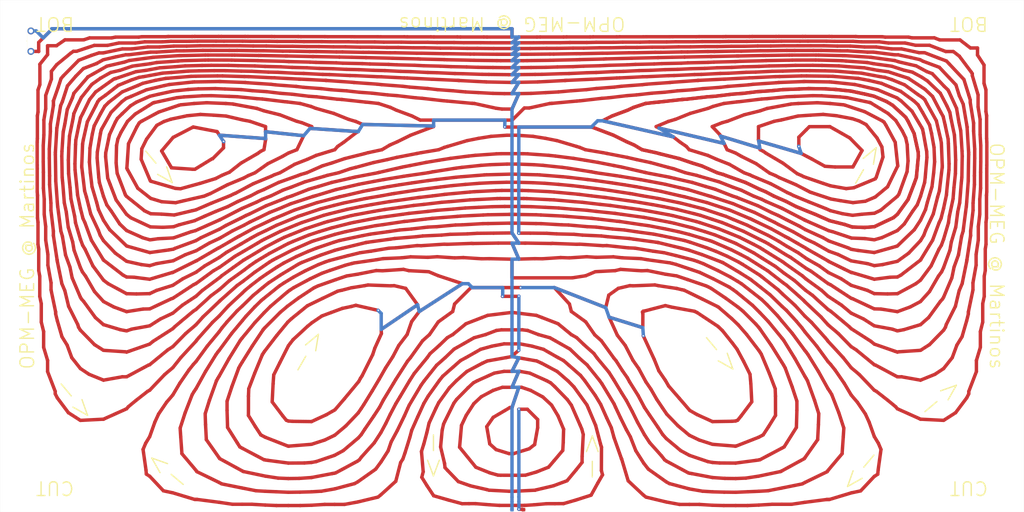
<source format=kicad_pcb>
(kicad_pcb (version 20221018) (generator pcbnew)
  (layers (0 "F.Cu" signal) (31 "B.Cu" signal) (34 "B.Paste" user) (35 "F.Paste" user) (36 "B.SilkS" user "B.Silkscreen") (37 "F.SilkS" user "F.Silkscreen") (38 "B.Mask" user) (39 "F.Mask" user) (44 "Edge.Cuts" user))
  (net 0 "")
  (net 1 "Net-(J1-Pin_1)")
  (footprint "Library:Banana_Jack_2Pin_Vert" (layer "F.Cu") (at 30 60)
    (fp_text reference "J1")
    (fp_text value "Conn_01x02_Socket")
  )
  (footprint "Library:SolderWirePad_1x01_SMD_5x10mm_custom" (layer "F.Cu") (at 750 746.5 90)
    (fp_text reference "N1")
    (fp_text value "Conn_01x01_Socket" hide)
  )
  (footprint "Library:SolderWirePad_1x01_SMD_5x10mm_custom" (layer "F.Cu") (at 766.909793 746.5 -90)
    (fp_text reference "P1")
    (fp_text value "Conn_01x01_Socket" hide)
  )
  (gr_rect locked (start 0 0) (end 1500 750) (stroke (width 0.1)) (fill none) (layer "Edge.Cuts"))
  (gr_text "<-" (at 145.257216 605.08742 130) (layer "F.SilkS") (effects (font (size 30 30) (thickness 2)) (justify left bottom)))
  (gr_text "<-" (at 1247.773776 728.905197 50) (layer "F.SilkS") (effects (font (size 30 30) (thickness 2)) (justify left bottom)))
  (gr_text "CUT" (at 110 715 180) (layer "F.SilkS") (effects (font (size 20 20) (thickness 2)) (justify left)))
  (gr_text "OPM-MEG @ Martinos" (at 750 35 180) (layer "F.SilkS") (effects (font (size 20 20) (thickness 2))))
  (gr_text "OPM-MEG @ Martinos" (at 1460 375 270) (layer "F.SilkS") (effects (font (size 20 20) (thickness 2))))
  (gr_text "OPM-MEG @ Martinos" (at 40 375 90) (layer "F.SilkS") (effects (font (size 20 20) (thickness 2))))
  (gr_text "<-" (at 1397.620811 547.268212 220) (layer "F.SilkS") (effects (font (size 30 30) (thickness 2)) (justify left bottom)))
  (gr_text "<-" (at 1274.541958 201.474246 240) (layer "F.SilkS") (effects (font (size 30 30) (thickness 2)) (justify left bottom)))
  (gr_text "<-" (at 852.461653 630.170871 270) (layer "F.SilkS") (effects (font (size 30 30) (thickness 2)) (justify left bottom)))
  (gr_text "<-" (at 1090.579032 537.256811 130) (layer "F.SilkS") (effects (font (size 30 30) (thickness 2)) (justify left bottom)))
  (gr_text "<-" (at 206.089428 677.224734 320) (layer "F.SilkS") (effects (font (size 30 30) (thickness 2)) (justify left bottom)))
  (gr_text "<-" (at 650.136227 705.538214 90) (layer "F.SilkS") (effects (font (size 30 30) (thickness 2)) (justify left bottom)))
  (gr_text "<-" (at 269.261975 264.100919 130) (layer "F.SilkS") (effects (font (size 30 30) (thickness 2)) (justify left bottom)))
  (gr_text "CUT" (at 1390 715 180) (layer "F.SilkS") (effects (font (size 20 20) (thickness 2)) (justify right)))
  (gr_text "BOT" (at 110 35 180) (layer "F.SilkS") (effects (font (size 20 20) (thickness 2)) (justify left)))
  (gr_text "BOT" (at 1390 35 180) (layer "F.SilkS") (effects (font (size 20 20) (thickness 2)) (justify right)))
  (gr_text "<-" (at 457.493351 474.809584 240) (layer "F.SilkS") (effects (font (size 30 30) (thickness 2)) (justify left bottom)))
  (segment (start 1175.83 53.39) (end 1140.83 53.39) (width 5) (layer "F.Cu") (net 1))
  (segment (start 752.32 664.48) (end 775.23 657.36) (width 5) (layer "F.Cu") (net 1))
  (segment (start 1111.46 673.77) (end 1107.78 674.33) (width 5) (layer "F.Cu") (net 1))
  (segment (start 564.79 538.99) (end 555.29 555.69) (width 5) (layer "F.Cu") (net 1))
  (segment (start 874.87 524.62) (end 869.99 517.85) (width 5) (layer "F.Cu") (net 1))
  (segment (start 596.45 114.21) (end 632.36 116.02) (width 5) (layer "F.Cu") (net 1))
  (segment (start 387.39 514.77) (end 405.25 491.56) (width 5) (layer "F.Cu") (net 1))
  (segment (start 414.29 74.87) (end 386.05 74.29) (width 5) (layer "F.Cu") (net 1))
  (segment (start 921.21 77.26) (end 889.52 77.92) (width 5) (layer "F.Cu") (net 1))
  (segment (start 144.24 306.98) (end 141.74 297.14) (width 5) (layer "F.Cu") (net 1))
  (segment (start 363.09 53.45) (end 359.17 53.39) (width 5) (layer "F.Cu") (net 1))
  (segment (start 402.03 53.53) (end 398.02 53.45) (width 5) (layer "F.Cu") (net 1))
  (segment (start 956.37 320.83) (end 980.64 325.52) (width 5) (layer "F.Cu") (net 1))
  (segment (start 956.52 299.82) (end 973.02 302.88) (width 5) (layer "F.Cu") (net 1))
  (segment (start 548.95 309.33) (end 563.57 306.87) (width 5) (layer "F.Cu") (net 1))
  (segment (start 578.79 77.26) (end 571.21 77.26) (width 5) (layer "F.Cu") (net 1))
  (segment (start 91.9 268.51) (end 94.15 296.87) (width 5) (layer "F.Cu") (net 1))
  (segment (start 1274.98 83.81) (end 1237.5 81.44) (width 5) (layer "F.Cu") (net 1))
  (segment (start 382.04 637.07) (end 374.14 625.07) (width 5) (layer "F.Cu") (net 1))
  (segment (start 907.58 324.36) (end 939.67 329.15) (width 5) (layer "F.Cu") (net 1))
  (segment (start 351.35 654.69) (end 347.52 648.66) (width 5) (layer "F.Cu") (net 1))
  (segment (start 105.62 406.94) (end 117.71 435.31) (width 5) (layer "F.Cu") (net 1))
  (segment (start 320.83 670.4) (end 302.23 644.02) (width 5) (layer "F.Cu") (net 1))
  (segment (start 151.56 441.65) (end 166.67 449.66) (width 5) (layer "F.Cu") (net 1))
  (segment (start 1421.84 344.94) (end 1421.84 338.39) (width 5) (layer "F.Cu") (net 1))
  (segment (start 563.57 306.87) (end 584.74 303.94) (width 5) (layer "F.Cu") (net 1))
  (segment (start 976.05 705.89) (end 949.82 687.28) (width 5) (layer "F.Cu") (net 1))
  (segment (start 1267.14 349.47) (end 1247.47 348.72) (width 5) (layer "F.Cu") (net 1))
  (segment (start 110.59 326.31) (end 109.45 317.48) (width 5) (layer "F.Cu") (net 1))
  (segment (start 918.64 94.92) (end 931.01 94.31) (width 5) (layer "F.Cu") (net 1))
  (segment (start 781.64 62.62) (end 760 62.62) (width 5) (layer "F.Cu") (net 1))
  (segment (start 265.28 81.43) (end 262.5 81.43) (width 5) (layer "F.Cu") (net 1))
  (segment (start 1312.18 176.43) (end 1321.71 191.64) (width 5) (layer "F.Cu") (net 1))
  (segment (start 1314.58 382.77) (end 1292.91 387.55) (width 5) (layer "F.Cu") (net 1))
  (segment (start 185.42 337.69) (end 175.33 328.02) (width 5) (layer "F.Cu") (net 1))
  (segment (start 500.74 425.14) (end 514.61 421.55) (width 5) (layer "F.Cu") (net 1))
  (segment (start 335.53 525.11) (end 351.72 498.92) (width 5) (layer "F.Cu") (net 1))
  (segment (start 998.3 76.06) (end 968.03 76.64) (width 5) (layer "F.Cu") (net 1))
  (segment (start 160.38 197.16) (end 168.95 178.78) (width 5) (layer "F.Cu") (net 1))
  (segment (start 410.2 67.76) (end 390.04 67.34) (width 5) (layer "F.Cu") (net 1))
  (segment (start 890.94 278.58) (end 880.41 277.06) (width 5) (layer "F.Cu") (net 1))
  (segment (start 1439.57 444.88) (end 1441.79 434.18) (width 5) (layer "F.Cu") (net 1))
  (segment (start 618.24 143.99) (end 650.53 147.65) (width 5) (layer "F.Cu") (net 1))
  (segment (start 276.62 542.06) (end 283.12 533.89) (width 5) (layer "F.Cu") (net 1))
  (segment (start 832.78 329.55) (end 860.25 332) (width 5) (layer "F.Cu") (net 1))
  (segment (start 171.56 253.73) (end 170.07 238.64) (width 5) (layer "F.Cu") (net 1))
  (segment (start 1228.85 604.8) (end 1236.12 627.16) (width 5) (layer "F.Cu") (net 1))
  (segment (start 1215.5 185.48) (end 1215.5 185.48) (width 5) (layer "F.Cu") (net 1))
  (segment (start 1020.1 324.52) (end 1025.2 326.06) (width 5) (layer "F.Cu") (net 1))
  (segment (start 1015.89 380.99) (end 1021.35 382.83) (width 5) (layer "F.Cu") (net 1))
  (segment (start 1433.12 351.42) (end 1433.12 331.92) (width 5) (layer "F.Cu") (net 1))
  (segment (start 78.23 154.27) (end 73.75 181.65) (width 5) (layer "F.Cu") (net 1))
  (segment (start 1179.82 336.37) (end 1170.29 330.9) (width 5) (layer "F.Cu") (net 1))
  (segment (start 961.91 584.75) (end 953.51 570.1) (width 5) (layer "F.Cu") (net 1))
  (segment (start 410.86 402.81) (end 437.22 386.83) (width 5) (layer "F.Cu") (net 1))
  (segment (start 586.86 677.49) (end 579.74 704.97) (width 5) (layer "F.Cu") (net 1))
  (segment (start 1218.46 578.12) (end 1228.85 604.8) (width 5) (layer "F.Cu") (net 1))
  (segment (start 777.13 571.76) (end 795.24 581.52) (width 5) (layer "F.Cu") (net 1))
  (segment (start 1068.14 420.42) (end 1073.95 424.32) (width 5) (layer "F.Cu") (net 1))
  (segment (start 354.69 656.52) (end 351.35 654.69) (width 5) (layer "F.Cu") (net 1))
  (segment (start 262.12 329.34) (end 254.05 332.15) (width 5) (layer "F.Cu") (net 1))
  (segment (start 879 299.36) (end 894.14 300.95) (width 5) (layer "F.Cu") (net 1))
  (segment (start 760 88.79) (end 750 99.055) (width 5) (layer "F.Cu") (net 1))
  (segment (start 869.99 517.85) (end 855.13 504.61) (width 5) (layer "F.Cu") (net 1))
  (segment (start 1241.01 143.03) (end 1273.86 150.05) (width 5) (layer "F.Cu") (net 1))
  (segment (start 959.04 278.54) (end 932.67 273.63) (width 5) (layer "F.Cu") (net 1))
  (segment (start 232.92 137.85) (end 253.46 133.41) (width 5) (layer "F.Cu") (net 1))
  (segment (start 176 102.9) (end 194.05 96.8) (width 5) (layer "F.Cu") (net 1))
  (segment (start 600.54 242.52) (end 589.58 244.65) (width 5) (layer "F.Cu") (net 1))
  (segment (start 320.28 53.38) (end 285.27 53.38) (width 5) (layer "F.Cu") (net 1))
  (segment (start 1154.38 348.53) (end 1150.97 346.84) (width 5) (layer "F.Cu") (net 1))
  (segment (start 726.08 279.18) (end 735.18 278.93) (width 5) (layer "F.Cu") (net 1))
  (segment (start 1085.47 278.42) (end 1073.12 274.03) (width 5) (layer "F.Cu") (net 1))
  (segment (start 553.65 728.17) (end 523.95 735.32) (width 5) (layer "F.Cu") (net 1))
  (segment (start 672.32 117.88) (end 709.88 119.86) (width 5) (layer "F.Cu") (net 1))
  (segment (start 1057.93 326.02) (end 1064.39 328.64) (width 5) (layer "F.Cu") (net 1))
  (segment (start 703.94 62.48) (end 679.39 62.48) (width 5) (layer "F.Cu") (net 1))
  (segment (start 1079.24 149.27) (end 1081.99 149.06) (width 5) (layer "F.Cu") (net 1))
  (segment (start 589.51 126.3) (end 600.09 127.54) (width 5) (layer "F.Cu") (net 1))
  (segment (start 1280.78 332.04) (end 1266.72 333.17) (width 5) (layer "F.Cu") (net 1))
  (segment (start 746.56 326.82) (end 753.44 326.82) (width 5) (layer "F.Cu") (net 1))
  (segment (start 521 177.87) (end 531.28 182.22) (width 5) (layer "F.Cu") (net 1))
  (segment (start 684.72 342.59) (end 699.09 341.75) (width 5) (layer "F.Cu") (net 1))
  (segment (start 1354.43 267.33) (end 1348.44 287.57) (width 5) (layer "F.Cu") (net 1))
  (segment (start 461.47 286.98) (end 458.74 287.69) (width 5) (layer "F.Cu") (net 1))
  (segment (start 1113.04 216.8459) (end 1055.45 199.3) (width 5) (layer "F.Cu") (net 1))
  (segment (start 1036.86 75.48) (end 1007.25 76.06) (width 5) (layer "F.Cu") (net 1))
  (segment (start 554.41 318.84) (end 556.95 318.41) (width 5) (layer "F.Cu") (net 1))
  (segment (start 376.37 158.85) (end 386.76 162.37) (width 5) (layer "F.Cu") (net 1))
  (segment (start 533.85 418.46) (end 538.95 417.45) (width 5) (layer "F.Cu") (net 1))
  (segment (start 158.34 415.55) (end 151.56 410.34) (width 5) (layer "F.Cu") (net 1))
  (segment (start 359.17 53.39) (end 324.17 53.39) (width 5) (layer "F.Cu") (net 1))
  (segment (start 80.81 573.25) (end 80.81 576.75) (width 5) (layer "F.Cu") (net 1))
  (segment (start 1023.49 117.71) (end 1060.06 115.87) (width 5) (layer "F.Cu") (net 1))
  (segment (start 347.38 141.61) (end 376.48 144.47) (width 5) (layer "F.Cu") (net 1))
  (segment (start 753.44 326.82) (end 785.08 327.47) (width 5) (layer "F.Cu") (net 1))
  (segment (start 1344.87 138.61) (end 1351.62 143.05) (width 5) (layer "F.Cu") (net 1))
  (segment (start 603.05 630.39) (end 600.39 640.44) (width 5) (layer "F.Cu") (net 1))
  (segment (start 1215.42 185.48) (end 1185.646667 185.48) (width 5) (layer "F.Cu") (net 1))
  (segment (start 1008.17 692.66) (end 976.05 675.32) (width 5) (layer "F.Cu") (net 1))
  (segment (start 474.58 315.26) (end 482.1 313.3) (width 5) (layer "F.Cu") (net 1))
  (segment (start 285.17 731.6) (end 253.12 721.91) (width 5) (layer "F.Cu") (net 1))
  (segment (start 207.82 177.29) (end 207.82 177.29) (width 5) (layer "F.Cu") (net 1))
  (segment (start 1213.02 453.35) (end 1217.07 456.01) (width 5) (layer "F.Cu") (net 1))
  (segment (start 1065.64 177.54) (end 1065.64 177.54) (width 5) (layer "F.Cu") (net 1))
  (segment (start 1416.15 295.37) (end 1418.38 265.17) (width 5) (layer "F.Cu") (net 1))
  (segment (start 1168.89 169.94) (end 1187.42 168.63) (width 5) (layer "F.Cu") (net 1))
  (segment (start 1377.39 136.48) (end 1387.07 155.03) (width 5) (layer "F.Cu") (net 1))
  (segment (start 1235.07 470.99) (end 1244.59 479.09) (width 5) (layer "F.Cu") (net 1))
  (segment (start 898.69 61.95) (end 873.53 61.95) (width 5) (layer "F.Cu") (net 1))
  (segment (start 1174.81 480.28) (end 1179.17 486.2) (width 5) (layer "F.Cu") (net 1))
  (segment (start 976.05 675.32) (end 973.63 673.61) (width 5) (layer "F.Cu") (net 1))
  (segment (start 750 567.33) (end 760 543.96) (width 5) (layer "F.Cu") (net 1))
  (segment (start 865.8 251.61) (end 831.75 246.2) (width 5) (layer "F.Cu") (net 1))
  (segment (start 848.37 524.33) (end 834.98 511.42) (width 5) (layer "F.Cu") (net 1))
  (segment (start 878.25 557.24) (end 859.95 534.48) (width 5) (layer "F.Cu") (net 1))
  (segment (start 723.2 71.05) (end 699.16 70.82) (width 5) (layer "F.Cu") (net 1))
  (segment (start 1174.04 111.2) (end 1181.52 111.18) (width 5) (layer "F.Cu") (net 1))
  (segment (start 1376.06 279.75) (end 1373.5 288.38) (width 5) (layer "F.Cu") (net 1))
  (segment (start 332.31 471.73) (end 347.33 455.31) (width 5) (layer "F.Cu") (net 1))
  (segment (start 736.355126 434.049298) (end 736.282672 434.049298) (width 5) (layer "F.Cu") (net 1))
  (segment (start 1280.73 639.44) (end 1286.74 649.32) (width 5) (layer "F.Cu") (net 1))
  (segment (start 416.63 347.56) (end 425.69 343.85) (width 5) (layer "F.Cu") (net 1))
  (segment (start 493.56 145.19) (end 500.6 145.68) (width 5) (layer "F.Cu") (net 1))
  (segment (start 58.38 123.84) (end 55.62 131.75) (width 5) (layer "F.Cu") (net 1))
  (segment (start 297 73.8) (end 269.29 74.44) (width 5) (layer "F.Cu") (net 1))
  (segment (start 1198.9 622) (end 1197.76 644.01) (width 5) (layer "F.Cu") (net 1))
  (segment (start 113.2 280.75) (end 109.9 248.93) (width 5) (layer "F.Cu") (net 1))
  (segment (start 370.72 269.21) (end 345.21 282.86) (width 5) (layer "F.Cu") (net 1))
  (segment (start 809.39 356.52) (end 845.4 357.85) (width 5) (layer "F.Cu") (net 1))
  (segment (start 1123.52 144.47) (end 1152.62 141.61) (width 5) (layer "F.Cu") (net 1))
  (segment (start 1243.19 363.35) (end 1214.04 352.93) (width 5) (layer "F.Cu") (net 1))
  (segment (start 356.41 690.68) (end 354.69 689.77) (width 5) (layer "F.Cu") (net 1))
  (segment (start 1258.83 177.23) (end 1268.71 182.4) (width 5) (layer "F.Cu") (net 1))
  (segment (start 1351.41 164.55) (end 1361.7 183.02) (width 5) (layer "F.Cu") (net 1))
  (segment (start 1102.62 258.11) (end 1098.32 256.05) (width 5) (layer "F.Cu") (net 1))
  (segment (start 1081.63 81.99) (end 1079.48 81.99) (width 5) (layer "F.Cu") (net 1))
  (segment (start 1435.74 174.86) (end 1432.77 156.65) (width 5) (layer "F.Cu") (net 1))
  (segment (start 1339.08 195.55) (end 1344.98 222.59) (width 5) (layer "F.Cu") (net 1))
  (segment (start 238.35 332.96) (end 220.27 332.35) (width 5) (layer "F.Cu") (net 1))
  (segment (start 1397.58 391.22) (end 1403.99 373.58) (width 5) (layer "F.Cu") (net 1))
  (segment (start 74.58 308.1) (end 78.16 338.4) (width 5) (layer "F.Cu") (net 1))
  (segment (start 1141.68 260.19) (end 1136.08 257.21) (width 5) (layer "F.Cu") (net 1))
  (segment (start 377.88 281.2) (end 367.29 286.86) (width 5) (layer "F.Cu") (net 1))
  (segment (start 1280.73 409.01) (end 1248.15 399.27) (width 5) (layer "F.Cu") (net 1))
  (segment (start 1094.99 740.54) (end 1077.61 740.54) (width 5) (layer "F.Cu") (net 1))
  (segment (start 792.75 327.55) (end 822.91 329.3) (width 5) (layer "F.Cu") (net 1))
  (segment (start 682.55 474.22) (end 663.2 490.1) (width 5) (layer "F.Cu") (net 1))
  (segment (start 225.84 150.22) (end 225.84 150.22) (width 5) (layer "F.Cu") (net 1))
  (segment (start 189.54 514.3) (end 219.27 503.98) (width 5) (layer "F.Cu") (net 1))
  (segment (start 518.45 120.81) (end 552.38 123.23) (width 5) (layer "F.Cu") (net 1))
  (segment (start 56.67 364.94) (end 56.67 396.17) (width 5) (layer "F.Cu") (net 1))
  (segment (start 1248.24 332.46) (end 1237.52 328.85) (width 5) (layer "F.Cu") (net 1))
  (segment (start 1113.32 482) (end 1129.97 506.03) (width 5) (layer "F.Cu") (net 1))
  (segment (start 1020.15 256.74) (end 1004.33 253.12) (width 5) (layer "F.Cu") (net 1))
  (segment (start 1112.98 403.12) (end 1115.85 405.37) (width 5) (layer "F.Cu") (net 1))
  (segment (start 200.44 185.78) (end 203.77 180.19) (width 5) (layer "F.Cu") (net 1))
  (segment (start 430.22 421.31) (end 454.45 408.31) (width 5) (layer "F.Cu") (net 1))
  (segment (start 228.49 117.47) (end 242.78 114.82) (width 5) (layer "F.Cu") (net 1))
  (segment (start 913.13 104.52) (end 936.21 103.37) (width 5) (layer "F.Cu") (net 1))
  (segment (start 760 137.09) (end 761.13 137.09) (width 5) (layer "F.Cu") (net 1))
  (segment (start 170.07 238.64) (end 170.68 213.06) (width 5) (layer "F.Cu") (net 1))
  (segment (start 107.5 75.11) (end 103.66 77.77) (width 5) (layer "F.Cu") (net 1))
  (segment (start 800.9 341.74) (end 815.28 342.58) (width 5) (layer "F.Cu") (net 1))
  (segment (start 482.34 381.68) (end 508.75 374.75) (width 5) (layer "F.Cu") (net 1))
  (segment (start 825.03 648.19) (end 824.4 659.72) (width 5) (layer "F.Cu") (net 1))
  (segment (start 1051.07 449.03) (end 1052.76 450.15) (width 5) (layer "F.Cu") (net 1))
  (segment (start 479.85 256.74) (end 474.83 258.26) (width 5) (layer "F.Cu") (net 1))
  (segment (start 1101.98 53.45) (end 1097.97 53.53) (width 5) (layer "F.Cu") (net 1))
  (segment (start 642.19 403.95) (end 677.43 415.5) (width 5) (layer "F.Cu") (net 1))
  (segment (start 824.47 258.88) (end 790.66 256.2) (width 5) (layer "F.Cu") (net 1))
  (segment (start 1239.55 276.24) (end 1216.79 272.23) (width 5) (layer "F.Cu") (net 1))
  (segment (start 1125.75 625.13) (end 1117.93 637.05) (width 5) (layer "F.Cu") (net 1))
  (segment (start 679.39 62.48) (end 665.19 62.24) (width 5) (layer "F.Cu") (net 1))
  (segment (start 309.56 95.67) (end 334.85 95.73) (width 5) (layer "F.Cu") (net 1))
  (segment (start 689.9655 421.2345) (end 665.92 445.28) (width 5) (layer "F.Cu") (net 1))
  (segment (start 652.08 523.95) (end 639.5 535.05) (width 5) (layer "F.Cu") (net 1))
  (segment (start 1148.63 654.68) (end 1145.31 656.5) (width 5) (layer "F.Cu") (net 1))
  (segment (start 1163.8 410.87) (end 1179.86 425.02) (width 5) (layer "F.Cu") (net 1))
  (segment (start 1028.49 60.91) (end 1015.82 61.15) (width 5) (layer "F.Cu") (net 1))
  (segment (start 750 379.64) (end 750 406.96) (width 5) (layer "F.Cu") (net 1))
  (segment (start 286.98 434) (end 296.45 425.37) (width 5) (layer "F.Cu") (net 1))
  (segment (start 332.58 601.19) (end 332.59 587.69) (width 5) (layer "F.Cu") (net 1))
  (segment (start 99.87 332.46) (end 106.46 354.65) (width 5) (layer "F.Cu") (net 1))
  (segment (start 1115.85 405.37) (end 1139.85 424.41) (width 5) (layer "F.Cu") (net 1))
  (segment (start 777.02 341.5) (end 760.051533 341.5) (width 5) (layer "F.Cu") (net 1))
  (segment (start 320.83 735.76) (end 288.79 731.6) (width 5) (layer "F.Cu") (net 1))
  (segment (start 1227.72 372.78) (end 1214.11 367.91) (width 5) (layer "F.Cu") (net 1))
  (segment (start 98.29 505.51) (end 105.09 523.92) (width 5) (layer "F.Cu") (net 1))
  (segment (start 508.53 306.67) (end 526.98 302.88) (width 5) (layer "F.Cu") (net 1))
  (segment (start 291.36 103.72) (end 314.02 103.43) (width 5) (layer "F.Cu") (net 1))
  (segment (start 1364.6 195.43) (end 1368.24 215.75) (width 5) (layer "F.Cu") (net 1))
  (segment (start 963.6 355.19) (end 964.23 355.28) (width 5) (layer "F.Cu") (net 1))
  (segment (start 910.74 672.66) (end 910.48 672.25) (width 5) (layer "F.Cu") (net 1))
  (segment (start 463.14 75.48) (end 453.52 75.48) (width 5) (layer "F.Cu") (net 1))
  (segment (start 69.66 527.96) (end 69.66 544.26) (width 5) (layer "F.Cu") (net 1))
  (segment (start 1047.35 277.08) (end 1033.75 273.19) (width 5) (layer "F.Cu") (net 1))
  (segment (start 575.4 522.56) (end 564.79 538.99) (width 5) (layer "F.Cu") (net 1))
  (segment (start 673.28 655.25) (end 673.22 655) (width 5) (layer "F.Cu") (net 1))
  (segment (start 1314.58 313.92) (end 1308.71 318.83) (width 5) (layer "F.Cu") (net 1))
  (segment (start 1436.46 252.22) (end 1436.71 236.81) (width 5) (layer "F.Cu") (net 1))
  (segment (start 1160.66 488.41) (end 1179.17 513.56) (width 5) (layer "F.Cu") (net 1))
  (segment (start 771.96 79.48) (end 760 79.48) (width 5) (layer "F.Cu") (net 1))
  (segment (start 1145.31 530.64) (end 1147.81 534.68) (width 5) (layer "F.Cu") (net 1))
  (segment (start 1355.95 337.35) (end 1353.33 344.48) (width 5) (layer "F.Cu") (net 1))
  (segment (start 441.91 326.09) (end 457.88 320.83) (width 5) (layer "F.Cu") (net 1))
  (segment (start 880.91 345.63) (end 890.66 346.77) (width 5) (layer "F.Cu") (net 1))
  (segment (start 750 62.62) (end 718.36 62.62) (width 5) (layer "F.Cu") (net 1))
  (segment (start 1421.26 149.95) (end 1421.26 146.32) (width 5) (layer "F.Cu") (net 1))
  (segment (start 1418.94 226.6) (end 1418.94 223.4) (width 5) (layer "F.Cu") (net 1))
  (segment (start 117.71 305) (end 113.6 285.69) (width 5) (layer "F.Cu") (net 1))
  (segment (start 1180.91 515.67) (end 1183.43 519.11) (width 5) (layer "F.Cu") (net 1))
  (segment (start 916.73 69.46) (end 894.1 69.94) (width 5) (layer "F.Cu") (net 1))
  (segment (start 176.35 482.98) (end 185.42 484.65) (width 5) (layer "F.Cu") (net 1))
  (segment (start 1008.53 366.23) (end 1028.33 372.93) (width 5) (layer "F.Cu") (net 1))
  (segment (start 1170.73 434.1) (end 1177.22 440.01) (width 5) (layer "F.Cu") (net 1))
  (segment (start 66.88 331.92) (end 66.88 351.42) (width 5) (layer "F.Cu") (net 1))
  (segment (start 134.76 273.54) (end 132.28 252.81) (width 5) (layer "F.Cu") (net 1))
  (segment (start 63.86 485.74) (end 63.86 508.71) (width 5) (layer "F.Cu") (net 1))
  (segment (start 1093.81 490.07) (end 1111.64 513.35) (width 5) (layer "F.Cu") (net 1))
  (segment (start 1196.28 506.84) (end 1213.02 529.78) (width 5) (layer "F.Cu") (net 1))
  (segment (start 1273.86 150.05) (end 1274.55 150.21) (width 5) (layer "F.Cu") (net 1))
  (segment (start 524.79 641.53) (end 502.81 660.08) (width 5) (layer "F.Cu") (net 1))
  (segment (start 1063.4 257.11) (end 1059.66 255.65) (width 5) (layer "F.Cu") (net 1))
  (segment (start 571.21 77.26) (end 540.25 76.64) (width 5) (layer "F.Cu") (net 1))
  (segment (start 572.87 418.69) (end 577.3 418.39) (width 5) (layer "F.Cu") (net 1))
  (segment (start 1125.62 357.22) (end 1151.08 373.02) (width 5) (layer "F.Cu") (net 1))
  (segment (start 650.81 87.27) (end 615.35 86.39) (width 5) (layer "F.Cu") (net 1))
  (segment (start 1097.87 319.95) (end 1068.6 307.62) (width 5) (layer "F.Cu") (net 1))
  (segment (start 214.42 102.92) (end 233.88 99.31) (width 5) (layer "F.Cu") (net 1))
  (segment (start 561.14 378.82) (end 588.18 377.64) (width 5) (layer "F.Cu") (net 1))
  (segment (start 1171.91 60.21) (end 1144.75 60.21) (width 5) (layer "F.Cu") (net 1))
  (segment (start 284.64 119.99) (end 321.27 119.36) (width 5) (layer "F.Cu") (net 1))
  (segment (start 547.44 609.59) (end 534.24 628.83) (width 5) (layer "F.Cu") (net 1))
  (segment (start 264.7 639.98) (end 263.86 627.17) (width 5) (layer "F.Cu") (net 1))
  (segment (start 494.78 426.41) (end 500.74 425.14) (width 5) (layer "F.Cu") (net 1))
  (segment (start 354.69 689.77) (end 321.68 671.74) (width 5) (layer "F.Cu") (net 1))
  (segment (start 645.06 70.41) (end 621.88 69.94) (width 5) (layer "F.Cu") (net 1))
  (segment (start 388.98 192.9124) (end 444.81 198.75) (width 5) (layer "F.Cu") (net 1))
  (segment (start 140.32 154.6) (end 143.13 148.87) (width 5) (layer "F.Cu") (net 1))
  (segment (start 269.29 74.44) (end 258.48 74.44) (width 5) (layer "F.Cu") (net 1))
  (segment (start 83.85 469.54) (end 90.74 493.27) (width 5) (layer "F.Cu") (net 1))
  (segment (start 372 334.15) (end 351.23 345.54) (width 5) (layer "F.Cu") (net 1))
  (segment (start 1314.58 456.49) (end 1333.32 449.65) (width 5) (layer "F.Cu") (net 1))
  (segment (start 760 356.1) (end 768.63 356.1) (width 5) (layer "F.Cu") (net 1))
  (segment (start 324.75 403.95) (end 341.71 391.78) (width 5) (layer "F.Cu") (net 1))
  (segment (start 185.14 287.48) (end 183.74 285.55) (width 5) (layer "F.Cu") (net 1))
  (segment (start 341.24 152.31) (end 342.23 152.54) (width 5) (layer "F.Cu") (net 1))
  (segment (start 390.52 134.22) (end 410.89 136.68) (width 5) (layer "F.Cu") (net 1))
  (segment (start 865.73 116.08) (end 867.63 116.03) (width 5) (layer "F.Cu") (net 1))
  (segment (start 167.59 115.4) (end 169.62 114.93) (width 5) (layer "F.Cu") (net 1))
  (segment (start 513.87 315.96) (end 520.21 314.65) (width 5) (layer "F.Cu") (net 1))
  (segment (start 740.85 523.95) (end 749.11 522.4) (width 5) (layer "F.Cu") (net 1))
  (segment (start 1391.47 164.61) (end 1392.89 172.9) (width 5) (layer "F.Cu") (net 1))
  (segment (start 806.67 560.83) (end 812.77 566.52) (width 5) (layer "F.Cu") (net 1))
  (segment (start 1002.97 83.51) (end 1002.58 83.51) (width 5) (layer "F.Cu") (net 1))
  (segment (start 651.87 684.99) (end 651.18 678.81) (width 5) (layer "F.Cu") (net 1))
  (segment (start 120.99 359.22) (end 117.71 350.3) (width 5) (layer "F.Cu") (net 1))
  (segment (start 880.41 277.06) (end 854.76 273.86) (width 5) (layer "F.Cu") (net 1))
  (segment (start 981.56 120.8) (end 984.9 120.44) (width 5) (layer "F.Cu") (net 1))
  (segment (start 425.69 343.85) (end 447.13 335.19) (width 5) (layer "F.Cu") (net 1))
  (segment (start 1296.78 54.3) (end 1292.3 53.73) (width 5) (layer "F.Cu") (net 1))
  (segment (start 1216.85 417.25) (end 1246.88 436.92) (width 5) (layer "F.Cu") (net 1))
  (segment (start 933.4 233.9) (end 918.56 230.49) (width 5) (layer "F.Cu") (net 1))
  (segment (start 1427.42 257.41) (end 1427.82 231.71) (width 5) (layer "F.Cu") (net 1))
  (segment (start 1265.13 467.3) (end 1280.73 477.28) (width 5) (layer "F.Cu") (net 1))
  (segment (start 943.05 318.41) (end 945.59 318.83) (width 5) (layer "F.Cu") (net 1))
  (segment (start 651.49 617.47) (end 664.78 590.67) (width 5) (layer "F.Cu") (net 1))
  (segment (start 1280.73 430.08) (end 1270.54 425.3) (width 5) (layer "F.Cu") (net 1))
  (segment (start 1111.46 719.67) (end 1095.38 720.35) (width 5) (layer "F.Cu") (net 1))
  (segment (start 1213.02 499.9) (end 1234.9 523.55) (width 5) (layer "F.Cu") (net 1))
  (segment (start 1444.4 357.89) (end 1444.4 325.44) (width 5) (layer "F.Cu") (net 1))
  (segment (start 727.09 484.07) (end 711.32 490.1) (width 5) (layer "F.Cu") (net 1))
  (segment (start 163.59 55.46) (end 131.19 55.46) (width 5) (layer "F.Cu") (net 1))
  (segment (start 1111.73 97.28) (end 1126.74 96.56) (width 5) (layer "F.Cu") (net 1))
  (segment (start 1430.34 544.26) (end 1430.34 527.96) (width 5) (layer "F.Cu") (net 1))
  (segment (start 1179.17 442.14) (end 1202.7 464.26) (width 5) (layer "F.Cu") (net 1))
  (segment (start 584.26 270.85) (end 567.33 273.63) (width 5) (layer "F.Cu") (net 1))
  (segment (start 1205.49 348.07) (end 1179.82 336.37) (width 5) (layer "F.Cu") (net 1))
  (segment (start 1301.5 62.95) (end 1287.98 61.25) (width 5) (layer "F.Cu") (net 1))
  (segment (start 624.53 237.79) (end 600.54 242.52) (width 5) (layer "F.Cu") (net 1))
  (segment (start 617.3 77.92) (end 610.48 77.92) (width 5) (layer "F.Cu") (net 1))
  (segment (start 856.69 557.75) (end 850.37 549.89) (width 5) (layer "F.Cu") (net 1))
  (segment (start 1345.3 228.6) (end 1342.35 260.07) (width 5) (layer "F.Cu") (net 1))
  (segment (start 120.92 210.85) (end 121.81 205.48) (width 5) (layer "F.Cu") (net 1))
  (segment (start 1382.29 305.02) (end 1378.48 320.03) (width 5) (layer "F.Cu") (net 1))
  (segment (start 910.29 671.77) (end 899.45 641.03) (width 5) (layer "F.Cu") (net 1))
  (segment (start 976.05 735.34) (end 946.31 728.19) (width 5) (layer "F.Cu") (net 1))
  (segment (start 151.56 556.84) (end 179.1 551.93) (width 5) (layer "F.Cu") (net 1))
  (segment (start 602.82 335.41) (end 626.55 332.63) (width 5) (layer "F.Cu") (net 1))
  (segment (start 498.79 351.95) (end 530.68 345.23) (width 5) (layer "F.Cu") (net 1))
  (segment (start 1088.45 455.89) (end 1107.18 474.65) (width 5) (layer "F.Cu") (net 1))
  (segment (start 1388.72 131.71) (end 1383.16 126.4) (width 5) (layer "F.Cu") (net 1))
  (segment (start 333.33 626.15) (end 332.58 601.19) (width 5) (layer "F.Cu") (net 1))
  (segment (start 254.05 332.15) (end 238.35 332.96) (width 5) (layer "F.Cu") (net 1))
  (segment (start 568.43 660.56) (end 558.15 676.6) (width 5) (layer "F.Cu") (net 1))
  (segment (start 467.7 100.16) (end 487.59 100.62) (width 5) (layer "F.Cu") (net 1))
  (segment (start 384.15 519.79) (end 385.85 517.08) (width 5) (layer "F.Cu") (net 1))
  (segment (start 513.23 247.14) (end 495.65 253.12) (width 5) (layer "F.Cu") (net 1))
  (segment (start 873.53 61.95) (end 859.64 62.24) (width 5) (layer "F.Cu") (net 1))
  (segment (start 721.51 302.72) (end 739.42 302.41) (width 5) (layer "F.Cu") (net 1))
  (segment (start 873.11 309.62) (end 900.79 312.53) (width 5) (layer "F.Cu") (net 1))
  (segment (start 135.03 197.09) (end 137.86 184.55) (width 5) (layer "F.Cu") (net 1))
  (segment (start 970.79 636.56) (end 963.52 625.5) (width 5) (layer "F.Cu") (net 1))
  (segment (start 331.62 369.72) (end 321.28 377.07) (width 5) (layer "F.Cu") (net 1))
  (segment (start 1041.32 422.16) (end 1063.07 436.78) (width 5) (layer "F.Cu") (net 1))
  (segment (start 187.87 595.85) (end 199.2 586.53) (width 5) (layer "F.Cu") (net 1))
  (segment (start 1122.24 88.73) (end 1155.88 88.13) (width 5) (layer "F.Cu") (net 1))
  (segment (start 1213.02 569.59) (end 1215.69 573.47) (width 5) (layer "F.Cu") (net 1))
  (segment (start 757.95 266.97) (end 742.05 266.97) (width 5) (layer "F.Cu") (net 1))
  (segment (start 581.6 140.06) (end 609.13 143.27) (width 5) (layer "F.Cu") (net 1))
  (segment (start 565.16 620.26) (end 557.91 633.72) (width 5) (layer "F.Cu") (net 1))
  (segment (start 1249.51 296.8) (end 1231.71 294.02) (width 5) (layer "F.Cu") (net 1))
  (segment (start 1274.55 150.21) (end 1275.52 150.62) (width 5) (layer "F.Cu") (net 1))
  (segment (start 504.73 232.35) (end 486.06 238.7) (width 5) (layer "F.Cu") (net 1))
  (segment (start 1050.5 99.24) (end 1072.02 98.71) (width 5) (layer "F.Cu") (net 1))
  (segment (start 592.22 53.87) (end 557.78 53.87) (width 5) (layer "F.Cu") (net 1))
  (segment (start 876.33 320.83) (end 903.71 324.04) (width 5) (layer "F.Cu") (net 1))
  (segment (start 1336.88 309.42) (end 1324.66 328.01) (width 5) (layer "F.Cu") (net 1))
  (segment (start 185.42 382.76) (end 168.74 370.69) (width 5) (layer "F.Cu") (net 1))
  (segment (start 1144.47 175.69) (end 1168.89 169.94) (width 5) (layer "F.Cu") (net 1))
  (segment (start 224.54 83.85) (end 189.04 88.63) (width 5) (layer "F.Cu") (net 1))
  (segment (start 1390.08 134.32) (end 1388.72 131.71) (width 5) (layer "F.Cu") (net 1))
  (segment (start 286.98 499.85) (end 288.33 498) (width 5) (layer "F.Cu") (net 1))
  (segment (start 996.8 297.38) (end 966.26 291.1) (width 5) (layer "F.Cu") (net 1))
  (segment (start 707.25 327.56) (end 714.93 327.47) (width 5) (layer "F.Cu") (net 1))
  (segment (start 593.22 663.46) (end 590.15 672.36) (width 5) (layer "F.Cu") (net 1))
  (segment (start 271.38 373.12) (end 253.51 382.01) (width 5) (layer "F.Cu") (net 1))
  (segment (start 939.79 396.64) (end 948.46 396.29) (width 5) (layer "F.Cu") (net 1))
  (segment (start 1353.33 344.48) (end 1348.44 352.49) (width 5) (layer "F.Cu") (net 1))
  (segment (start 502.81 660.08) (end 490.1 666.99) (width 5) (layer "F.Cu") (net 1))
  (segment (start 1213.16 111.6) (end 1220.07 111.78) (width 5) (layer "F.Cu") (net 1))
  (segment (start 518.84 53.78) (end 514.54 53.7) (width 5) (layer "F.Cu") (net 1))
  (segment (start 401.69 256.06) (end 397.17 258.23) (width 5) (layer "F.Cu") (net 1))
  (segment (start 471.51 60.91) (end 445.15 60.91) (width 5) (layer "F.Cu") (net 1))
  (segment (start 487.59 100.62) (end 507.39 101.56) (width 5) (layer "F.Cu") (net 1))
  (segment (start 699.02 557.81) (end 724.09 546.54) (width 5) (layer "F.Cu") (net 1))
  (segment (start 794.34 379.05) (end 821.3 377.27) (width 5) (layer "F.Cu") (net 1))
  (segment (start 553.04 253.12) (end 520.23 259.33) (width 5) (layer "F.Cu") (net 1))
  (segment (start 433.81 126.56) (end 444.73 127.88) (width 5) (layer "F.Cu") (net 1))
  (segment (start 815.28 342.58) (end 840.63 343.2) (width 5) (layer "F.Cu") (net 1))
  (segment (start 880.43 653.1) (end 881.1 655.01) (width 5) (layer "F.Cu") (net 1))
  (segment (start 284.26 573.44) (end 286.98 569.5) (width 5) (layer "F.Cu") (net 1))
  (segment (start 612.5 289.39) (end 615.12 289.12) (width 5) (layer "F.Cu") (net 1))
  (segment (start 908.9 611.88) (end 901.65 596.46) (width 5) (layer "F.Cu") (net 1))
  (segment (start 997.44 363.37) (end 1008.53 366.23) (width 5) (layer "F.Cu") (net 1))
  (segment (start 1320.79 71.61) (end 1306.21 71.61) (width 5) (layer "F.Cu") (net 1))
  (segment (start 191.86 141.25) (end 214.52 131.47) (width 5) (layer "F.Cu") (net 1))
  (segment (start 1033.75 273.19) (end 1014.11 267.24) (width 5) (layer "F.Cu") (net 1))
  (segment (start 955.2 136.43) (end 973.33 135.13) (width 5) (layer "F.Cu") (net 1))
  (segment (start 1084.78 372.68) (end 1095.3 378.21) (width 5) (layer "F.Cu") (net 1))
  (segment (start 163.1 309.41) (end 156.42 300.18) (width 5) (layer "F.Cu") (net 1))
  (segment (start 918.4 207.77) (end 898.37 197.92) (width 5) (layer "F.Cu") (net 1))
  (segment (start 632.36 116.02) (end 634.27 116.07) (width 5) (layer "F.Cu") (net 1))
  (segment (start 232.29 606.41) (end 244 589.2) (width 5) (layer "F.Cu") (net 1))
  (segment (start 83.85 295.29) (end 84.42 302.45) (width 5) (layer "F.Cu") (net 1))
  (segment (start 510.26 61.16) (end 484.19 61.16) (width 5) (layer "F.Cu") (net 1))
  (segment (start 1064.84 375.18) (end 1082.29 383.97) (width 5) (layer "F.Cu") (net 1))
  (segment (start 262.47 153.99) (end 264.98 153.46) (width 5) (layer "F.Cu") (net 1))
  (segment (start 267.2 446.98) (end 286.98 434) (width 5) (layer "F.Cu") (net 1))
  (segment (start 811.98 421.2345) (end 887.27 450.56) (width 5) (layer "F.Cu") (net 1))
  (segment (start 151.38 380.66) (end 151.25 380.38) (width 5) (layer "F.Cu") (net 1))
  (segment (start 1409.29 221.22) (end 1407.39 191.67) (width 5) (layer "F.Cu") (net 1))
  (segment (start 236.96 295.49) (end 220.74 290.58) (width 5) (layer "F.Cu") (net 1))
  (segment (start 704.81 242.16) (end 676.82 245.12) (width 5) (layer "F.Cu") (net 1))
  (segment (start 1275.87 500.01) (end 1280.73 504) (width 5) (layer "F.Cu") (net 1))
  (segment (start 1063.25 316.86) (end 1056.99 314.81) (width 5) (layer "F.Cu") (net 1))
  (segment (start 1444.28 131.47) (end 1441.48 122.09) (width 5) (layer "F.Cu") (net 1))
  (segment (start 911.8 543.07) (end 902.47 528.45) (width 5) (layer "F.Cu") (net 1))
  (segment (start 1214.04 352.93) (end 1205.49 348.07) (width 5) (layer "F.Cu") (net 1))
  (segment (start 439.24 720.88) (end 422.39 721.11) (width 5) (layer "F.Cu") (net 1))
  (segment (start 967.42 225.42) (end 961.31 223.76) (width 5) (layer "F.Cu") (net 1))
  (segment (start 783.17 651.17) (end 787.58 626.46) (width 5) (layer "F.Cu") (net 1))
  (segment (start 503.2 297.38) (end 489.23 300.89) (width 5) (layer "F.Cu") (net 1))
  (segment (start 83.09 190.25) (end 81.09 223.41) (width 5) (layer "F.Cu") (net 1))
  (segment (start 64.24 175.65) (end 64.24 197.77) (width 5) (layer "F.Cu") (net 1))
  (segment (start 1416.15 382.48) (end 1416.46 380.74) (width 5) (layer "F.Cu") (net 1))
  (segment (start 321.1 441.63) (end 321.61 441.08) (width 5) (layer "F.Cu") (net 1))
  (segment (start 902.47 528.45) (end 899.2 524.51) (width 5) (layer "F.Cu") (net 1))
  (segment (start 738.87 137.09) (end 750 137.09) (width 5) (layer "F.Cu") (net 1))
  (segment (start 1422.76 105.55) (end 1405.31 82.22) (width 5) (layer "F.Cu") (net 1))
  (segment (start 887.49 86.25) (end 884.65 86.4) (width 5) (layer "F.Cu") (net 1))
  (segment (start 527.59 69.02) (end 505.98 68.61) (width 5) (layer "F.Cu") (net 1))
  (segment (start 601.81 104.89) (end 626.69 106.14) (width 5) (layer "F.Cu") (net 1))
  (segment (start 191.68 319.03) (end 185.35 313.95) (width 5) (layer "F.Cu") (net 1))
  (segment (start 1298.62 148.65) (end 1307.64 154.17) (width 5) (layer "F.Cu") (net 1))
  (segment (start 854.76 273.86) (end 838.59 271.95) (width 5) (layer "F.Cu") (net 1))
  (segment (start 1121.78 280.96) (end 1112.64 277.14) (width 5) (layer "F.Cu") (net 1))
  (segment (start 1126.9 546.69) (end 1135.55 569.39) (width 5) (layer "F.Cu") (net 1))
  (segment (start 413.8 229.1) (end 392.32 239.75) (width 5) (layer "F.Cu") (net 1))
  (segment (start 271.11 604.78) (end 281.45 578.17) (width 5) (layer "F.Cu") (net 1))
  (segment (start 251.26 245.82) (end 236.73 221.07) (width 5) (layer "F.Cu") (net 1))
  (segment (start 962.78 149.62) (end 965.1 149.46) (width 5) (layer "F.Cu") (net 1))
  (segment (start 1052.76 450.15) (end 1071.83 466.66) (width 5) (layer "F.Cu") (net 1))
  (segment (start 1125.43 470.87) (end 1145.31 495.14) (width 5) (layer "F.Cu") (net 1))
  (segment (start 1147.19 414.19) (end 1151.86 417.48) (width 5) (layer "F.Cu") (net 1))
  (segment (start 1418.56 459.72) (end 1418.56 456.95) (width 5) (layer "F.Cu") (net 1))
  (segment (start 1415.42 303.19) (end 1415.58 302.45) (width 5) (layer "F.Cu") (net 1))
  (segment (start 1009.61 219.27) (end 1005.49 214.55) (width 5) (layer "F.Cu") (net 1))
  (segment (start 1425.42 308.1) (end 1425.42 297.45) (width 5) (layer "F.Cu") (net 1))
  (segment (start 585.24 336.86) (end 602.82 335.41) (width 5) (layer "F.Cu") (net 1))
  (segment (start 751.09 255.02) (end 748.91 255.02) (width 5) (layer "F.Cu") (net 1))
  (segment (start 1435.74 197.36) (end 1435.74 174.86) (width 5) (layer "F.Cu") (net 1))
  (segment (start 100.45 254.36) (end 100.12 234.34) (width 5) (layer "F.Cu") (net 1))
  (segment (start 986.13 315.96) (end 1005.56 320.83) (width 5) (layer "F.Cu") (net 1))
  (segment (start 236.73 221.07) (end 253.59 201.23) (width 5) (layer "F.Cu") (net 1))
  (segment (start 122.53 58.33) (end 95.06 58.33) (width 5) (layer "F.Cu") (net 1))
  (segment (start 400.96 549.11) (end 409.9 531.26) (width 5) (layer "F.Cu") (net 1))
  (segment (start 462.12 420.52) (end 465.49 418.91) (width 5) (layer "F.Cu") (net 1))
  (segment (start 749.18 457.68) (end 714.39 461.96) (width 5) (layer "F.Cu") (net 1))
  (segment (start 466.25 387.65) (end 476.31 383.73) (width 5) (layer "F.Cu") (net 1))
  (segment (start 650.85 215.92) (end 642.57 219.27) (width 5) (layer "F.Cu") (net 1))
  (segment (start 429.09 353.68) (end 452.36 344.28) (width 5) (layer "F.Cu") (net 1))
  (segment (start 384.09 291.95) (end 375.85 296.02) (width 5) (layer "F.Cu") (net 1))
  (segment (start 175.33 328.02) (end 163.1 309.41) (width 5) (layer "F.Cu") (net 1))
  (segment (start 1017.33 109.19) (end 1027.24 108.96) (width 5) (layer "F.Cu") (net 1))
  (segment (start 1148.23 498.9) (end 1164.43 525.13) (width 5) (layer "F.Cu") (net 1))
  (segment (start 1193.99 313.86) (end 1181.66 308.94) (width 5) (layer "F.Cu") (net 1))
  (segment (start 510.56 174.78) (end 521 177.87) (width 5) (layer "F.Cu") (net 1))
  (segment (start 288.79 731.6) (end 286.98 731.6) (width 5) (layer "F.Cu") (net 1))
  (segment (start 78.16 344.94) (end 83.54 380.37) (width 5) (layer "F.Cu") (net 1))
  (segment (start 1209.52 130.15) (end 1224.32 131.04) (width 5) (layer "F.Cu") (net 1))
  (segment (start 1088.59 97.84) (end 1111.73 97.28) (width 5) (layer "F.Cu") (net 1))
  (segment (start 136.05 389.47) (end 124.54 365.04) (width 5) (layer "F.Cu") (net 1))
  (segment (start 410.43 457.55) (end 421.01 448.55) (width 5) (layer "F.Cu") (net 1))
  (segment (start 1073.95 298.38) (end 1042.23 288) (width 5) (layer "F.Cu") (net 1))
  (segment (start 966.26 291.1) (end 961.98 290.31) (width 5) (layer "F.Cu") (net 1))
  (segment (start 63.31 236.8) (end 63.54 252.22) (width 5) (layer "F.Cu") (net 1))
  (segment (start 657.66 295.48) (end 688.33 292.78) (width 5) (layer "F.Cu") (net 1))
  (segment (start 100.47 448.79) (end 113.96 475.63) (width 5) (layer "F.Cu") (net 1))
  (segment (start 1184.98 295.73) (end 1162.38 286.41) (width 5) (layer "F.Cu") (net 1))
  (segment (start 1116.49 89.01) (end 1122.24 88.73) (width 5) (layer "F.Cu") (net 1))
  (segment (start 117.71 539.82) (end 130.39 548.27) (width 5) (layer "F.Cu") (net 1))
  (segment (start 596.89 257.38) (end 591.53 258.2) (width 5) (layer "F.Cu") (net 1))
  (segment (start 151.56 475.54) (end 176.35 482.98) (width 5) (layer "F.Cu") (net 1))
  (segment (start 1348.75 380.38) (end 1348.62 380.66) (width 5) (layer "F.Cu") (net 1))
  (segment (start 1177.22 440.01) (end 1179.17 442.14) (width 5) (layer "F.Cu") (net 1))
  (segment (start 1270.57 91.56) (end 1280.22 93.38) (width 5) (layer "F.Cu") (net 1))
  (segment (start 873.7 253.12) (end 867.38 251.88) (width 5) (layer "F.Cu") (net 1))
  (segment (start 538.69 223.75) (end 532.58 225.42) (width 5) (layer "F.Cu") (net 1))
  (segment (start 928.79 77.26) (end 921.21 77.26) (width 5) (layer "F.Cu") (net 1))
  (segment (start 571.59 606.95) (end 565.16 620.26) (width 5) (layer "F.Cu") (net 1))
  (segment (start 722.53 571.79) (end 736.03 567.34) (width 5) (layer "F.Cu") (net 1))
  (segment (start 1377.93 203.62) (end 1378.98 209.47) (width 5) (layer "F.Cu") (net 1))
  (segment (start 1313.85 143.28) (end 1319.85 147.64) (width 5) (layer "F.Cu") (net 1))
  (segment (start 532.22 280.2) (end 503.29 286.98) (width 5) (layer "F.Cu") (net 1))
  (segment (start 1144.75 60.21) (end 1132.92 60.4) (width 5) (layer "F.Cu") (net 1))
  (segment (start 850.37 549.89) (end 833.54 535.14) (width 5) (layer "F.Cu") (net 1))
  (segment (start 1043.75 699.53) (end 1013.53 693.75) (width 5) (layer "F.Cu") (net 1))
  (segment (start 844.2 78.59) (end 811.03 79.16) (width 5) (layer "F.Cu") (net 1))
  (segment (start 1105.97 60.4) (end 1093.89 60.65) (width 5) (layer "F.Cu") (net 1))
  (segment (start 488.47 68.61) (end 467.33 68.19) (width 5) (layer "F.Cu") (net 1))
  (segment (start 1215.69 573.47) (end 1218.46 578.12) (width 5) (layer "F.Cu") (net 1))
  (segment (start 288.33 498) (end 290.8 495.03) (width 5) (layer "F.Cu") (net 1))
  (segment (start 422.39 678.33) (end 392.22 674.34) (width 5) (layer "F.Cu") (net 1))
  (segment (start 981.16 53.78) (end 946.62 53.78) (width 5) (layer "F.Cu") (net 1))
  (segment (start 432.77 60.65) (end 406.11 60.65) (width 5) (layer "F.Cu") (net 1))
  (segment (start 1441.79 434.18) (end 1441.79 404.71) (width 5) (layer "F.Cu") (net 1))
  (segment (start 1266.76 163.6) (end 1292.26 176.96) (width 5) (layer "F.Cu") (net 1))
  (segment (start 915.95 506.1) (end 904.31 491.06) (width 5) (layer "F.Cu") (net 1))
  (segment (start 750 159.72) (end 760 137.09) (width 5) (layer "F.Cu") (net 1))
  (segment (start 1266.34 68.77) (end 1245.53 67.45) (width 5) (layer "F.Cu") (net 1))
  (segment (start 497.42 83.52) (end 497.03 83.52) (width 5) (layer "F.Cu") (net 1))
  (segment (start 281.34 53.47) (end 246.44 53.47) (width 5) (layer "F.Cu") (net 1))
  (segment (start 349.73 538.96) (end 352.14 534.65) (width 5) (layer "F.Cu") (net 1))
  (segment (start 1330.17 292.29) (end 1314.58 313.92) (width 5) (layer "F.Cu") (net 1))
  (segment (start 549.01 61.4) (end 523.22 61.4) (width 5) (layer "F.Cu") (net 1))
  (segment (start 470.02 373.56) (end 490.69 366.54) (width 5) (layer "F.Cu") (net 1))
  (segment (start 600.04 557.53) (end 585.98 581.12) (width 5) (layer "F.Cu") (net 1))
  (segment (start 513.23 326.81) (end 519.36 325.52) (width 5) (layer "F.Cu") (net 1))
  (segment (start 255.9 97.76) (end 271.15 96.49) (width 5) (layer "F.Cu") (net 1))
  (segment (start 81.44 459.72) (end 83.85 469.54) (width 5) (layer "F.Cu") (net 1))
  (segment (start 1203.69 140.31) (end 1230.58 141.93) (width 5) (layer "F.Cu") (net 1))
  (segment (start 957.1 342.87) (end 969.32 345.23) (width 5) (layer "F.Cu") (net 1))
  (segment (start 817.36 609.01) (end 825.61 628.77) (width 5) (layer "F.Cu") (net 1))
  (segment (start 934.79 579.33) (end 922.3 559.45) (width 5) (layer "F.Cu") (net 1))
  (segment (start 416.48 414.06) (end 430.18 405.75) (width 5) (layer "F.Cu") (net 1))
  (segment (start 1246.88 481.42) (end 1275.87 500.01) (width 5) (layer "F.Cu") (net 1))
  (segment (start 1246.88 365.15) (end 1243.19 363.35) (width 5) (layer "F.Cu") (net 1))
  (segment (start 1180.28 323.03) (end 1178.42 322.17) (width 5) (layer "F.Cu") (net 1))
  (segment (start 265.07 523.53) (end 286.98 499.85) (width 5) (layer "F.Cu") (net 1))
  (segment (start 928.27 157.25) (end 945.57 151.56) (width 5) (layer "F.Cu") (net 1))
  (segment (start 1214.28 185.54) (end 1215.42 185.48) (width 5) (layer "F.Cu") (net 1))
  (segment (start 1162.38 286.41) (end 1158.03 284.15) (width 5) (layer "F.Cu") (net 1))
  (segment (start 1146.65 131.22) (end 1170.55 130.3) (width 5) (layer "F.Cu") (net 1))
  (segment (start 55.62 164.2) (end 54.72 169.65) (width 5) (layer "F.Cu") (net 1))
  (segment (start 477.72 117.8) (end 477.84 117.82) (width 5) (layer "F.Cu") (net 1))
  (segment (start 1168 67.03) (end 1148.67 67.03) (width 5) (layer "F.Cu") (net 1))
  (segment (start 286.98 453.32) (end 309.02 433.24) (width 5) (layer "F.Cu") (net 1))
  (segment (start 1348.35 613.94) (end 1348.44 614.02) (width 5) (layer "F.Cu") (net 1))
  (segment (start 211.73 308.81) (end 185.14 287.48) (width 5) (layer "F.Cu") (net 1))
  (segment (start 574.2 85.24) (end 536.4 84.35) (width 5) (layer "F.Cu") (net 1))
  (segment (start 1444.28 163.34) (end 1444.28 131.47) (width 5) (layer "F.Cu") (net 1))
  (segment (start 925.8 85.25) (end 924.15 85.33) (width 5) (layer "F.Cu") (net 1))
  (segment (start 69.66 544.26) (end 80.81 573.25) (width 5) (layer "F.Cu") (net 1))
  (segment (start 204.08 113.16) (end 209.11 112.48) (width 5) (layer "F.Cu") (net 1))
  (segment (start 931.39 660.25) (end 923.4 639.9) (width 5) (layer "F.Cu") (net 1))
  (segment (start 527.18 370.24) (end 543.68 367.86) (width 5) (layer "F.Cu") (net 1))
  (segment (start 1222.68 60.46) (end 1210.82 60.19) (width 5) (layer "F.Cu") (net 1))
  (segment (start 234.87 467.3) (end 253.12 458.71) (width 5) (layer "F.Cu") (net 1))
  (segment (start 605.89 69.94) (end 583.27 69.46) (width 5) (layer "F.Cu") (net 1))
  (segment (start 860.99 263.01) (end 831.45 259.52) (width 5) (layer "F.Cu") (net 1))
  (segment (start 839.34 97.58) (end 854.7 96.88) (width 5) (layer "F.Cu") (net 1))
  (segment (start 1255.97 589.22) (end 1267.67 606.39) (width 5) (layer "F.Cu") (net 1))
  (segment (start 1179.17 706.71) (end 1175.23 708.85) (width 5) (layer "F.Cu") (net 1))
  (segment (start 946.96 253.12) (end 944.79 252.53) (width 5) (layer "F.Cu") (net 1))
  (segment (start 179.1 551.93) (end 185.42 551.94) (width 5) (layer "F.Cu") (net 1))
  (segment (start 825.61 628.77) (end 825.03 648.19) (width 5) (layer "F.Cu") (net 1))
  (segment (start 386.79 458.18) (end 396.29 448.66) (width 5) (layer "F.Cu") (net 1))
  (segment (start 984.82 83.85) (end 964.16 84.32) (width 5) (layer "F.Cu") (net 1))
  (segment (start 1052.65 335.08) (end 1071.82 342.86) (width 5) (layer "F.Cu") (net 1))
  (segment (start 1257.7 53.73) (end 1253.56 53.47) (width 5) (layer "F.Cu") (net 1))
  (segment (start 66.92 139.75) (end 66.92 159.23) (width 5) (layer "F.Cu") (net 1))
  (segment (start 209.24 122) (end 228.49 117.47) (width 5) (layer "F.Cu") (net 1))
  (segment (start 1112.64 277.14) (end 1091.89 267.23) (width 5) (layer "F.Cu") (net 1))
  (segment (start 1098.64 548.19) (end 1099.91 562.19) (width 5) (layer "F.Cu") (net 1))
  (segment (start 979.76 259.34) (end 946.96 253.12) (width 5) (layer "F.Cu") (net 1))
  (segment (start 1248.94 315.35) (end 1234.44 313.08) (width 5) (layer "F.Cu") (net 1))
  (segment (start 1236.12 627.16) (end 1235.3 639.98) (width 5) (layer "F.Cu") (net 1))
  (segment (start 1158.03 284.15) (end 1153.84 282.36) (width 5) (layer "F.Cu") (net 1))
  (segment (start 219.27 697.66) (end 214.36 694.48) (width 5) (layer "F.Cu") (net 1))
  (segment (start 1445.51 280.75) (end 1445.51 247.02) (width 5) (layer "F.Cu") (net 1))
  (segment (start 793.98 108.85) (end 822.16 107.93) (width 5) (layer "F.Cu") (net 1))
  (segment (start 266.45 664.57) (end 264.7 639.98) (width 5) (layer "F.Cu") (net 1))
  (segment (start 416.39 359.7) (end 422.28 356.69) (width 5) (layer "F.Cu") (net 1))
  (segment (start 1058.49 384.53) (end 1059.67 385.12) (width 5) (layer "F.Cu") (net 1))
  (segment (start 879.89 592.36) (end 871.93 579.17) (width 5) (layer "F.Cu") (net 1))
  (segment (start 434.88 219.27) (end 422.28 224.21) (width 5) (layer "F.Cu") (net 1))
  (segment (start 521.25 447.22) (end 554.111524 454.682384) (width 5) (layer "F.Cu") (net 1))
  (segment (start 264.85 471.04) (end 282.9 455.99) (width 5) (layer "F.Cu") (net 1))
  (segment (start 1181.66 308.94) (end 1166.2 302.57) (width 5) (layer "F.Cu") (net 1))
  (segment (start 1009.9 738.91) (end 995.35 738.91) (width 5) (layer "F.Cu") (net 1))
  (segment (start 750 356.1) (end 760 379.51) (width 5) (layer "F.Cu") (net 1))
  (segment (start 303.09 285.56) (end 299.23 287.22) (width 5) (layer "F.Cu") (net 1))
  (segment (start 533.74 291.1) (end 503.2 297.38) (width 5) (layer "F.Cu") (net 1))
  (segment (start 324.81 708.83) (end 320.83 706.66) (width 5) (layer "F.Cu") (net 1))
  (segment (start 287.26 367.26) (end 271.38 373.12) (width 5) (layer "F.Cu") (net 1))
  (segment (start 1173.61 224.6959) (end 1111.36 206.54) (width 5) (layer "F.Cu") (net 1))
  (segment (start 344.12 88.13) (end 377.76 88.73) (width 5) (layer "F.Cu") (net 1))
  (segment (start 109.9 248.93) (end 109.75 239.88) (width 5) (layer "F.Cu") (net 1))
  (segment (start 156.42 300.18) (end 151.56 287.59) (width 5) (layer "F.Cu") (net 1))
  (segment (start 1223.38 244.56) (end 1208.45 243.57) (width 5) (layer "F.Cu") (net 1))
  (segment (start 355.08 469.55) (end 360.35 463.17) (width 5) (layer "F.Cu") (net 1))
  (segment (start 625.33 633.36) (end 628.51 619.68) (width 5) (layer "F.Cu") (net 1))
  (segment (start 697.11 684.48) (end 673.28 655.25) (width 5) (layer "F.Cu") (net 1))
  (segment (start 705.99 465.17) (end 682.55 474.22) (width 5) (layer "F.Cu") (net 1))
  (segment (start 1348.62 380.66) (end 1348.44 380.9) (width 5) (layer "F.Cu") (net 1))
  (segment (start 716.33 718.04) (end 713.53 717.26) (width 5) (layer "F.Cu") (net 1))
  (segment (start 545.46 572.21) (end 532.79 592.82) (width 5) (layer "F.Cu") (net 1))
  (segment (start 1113.45 362.92) (end 1117.57 365.53) (width 5) (layer "F.Cu") (net 1))
  (segment (start 753.9 314.05) (end 785.3 314.58) (width 5) (layer "F.Cu") (net 1))
  (segment (start 157.72 260.76) (end 154.66 229.62) (width 5) (layer "F.Cu") (net 1))
  (segment (start 805.63 79.16) (end 771.96 79.48) (width 5) (layer "F.Cu") (net 1))
  (segment (start 1170.55 130.3) (end 1184.68 129.72) (width 5) (layer "F.Cu") (net 1))
  (segment (start 1330.84 54.3) (end 1296.78 54.3) (width 5) (layer "F.Cu") (net 1))
  (segment (start 431.33 307.67) (end 400.48 320.71) (width 5) (layer "F.Cu") (net 1))
  (segment (start 1228.85 96.49) (end 1244.1 97.76) (width 5) (layer "F.Cu") (net 1))
  (segment (start 75.25 115.92) (end 66.92 139.75) (width 5) (layer "F.Cu") (net 1))
  (segment (start 450.27 233.32) (end 431.7 240.6) (width 5) (layer "F.Cu") (net 1))
  (segment (start 1425.27 424.68) (end 1425.27 414.2) (width 5) (layer "F.Cu") (net 1))
  (segment (start 991.35 404.17) (end 1007.23 409.5) (width 5) (layer "F.Cu") (net 1))
  (segment (start 224.97 83.8) (end 224.54 83.85) (width 5) (layer "F.Cu") (net 1))
  (segment (start 733.39 88.79) (end 727.76 88.73) (width 5) (layer "F.Cu") (net 1))
  (segment (start 1097.97 53.53) (end 1063.14 53.53) (width 5) (layer "F.Cu") (net 1))
  (segment (start 880.97 689.31) (end 882.62 695.58) (width 5) (layer "F.Cu") (net 1))
  (segment (start 541.75 93.66) (end 568.99 94.31) (width 5) (layer "F.Cu") (net 1))
  (segment (start 918.56 230.49) (end 889.29 224.8) (width 5) (layer "F.Cu") (net 1))
  (segment (start 1214.35 338.04) (end 1180.28 323.03) (width 5) (layer "F.Cu") (net 1))
  (segment (start 948.46 396.29) (end 974.42 401.58) (width 5) (layer "F.Cu") (net 1))
  (segment (start 199.89 430.57) (end 185.42 430.2) (width 5) (layer "F.Cu") (net 1))
  (segment (start 507.39 101.56) (end 525.71 101.97) (width 5) (layer "F.Cu") (net 1))
  (segment (start 647.66 630.33) (end 649.8 621.12) (width 5) (layer "F.Cu") (net 1))
  (segment (start 320.83 486.17) (end 325.18 480.27) (width 5) (layer "F.Cu") (net 1))
  (segment (start 1140.83 53.39) (end 1136.91 53.45) (width 5) (layer "F.Cu") (net 1))
  (segment (start 750 42.016488) (end 750 54.19) (width 5) (layer "F.Cu") (net 1))
  (segment (start 1115.72 438.75) (end 1123.69 446.44) (width 5) (layer "F.Cu") (net 1))
  (segment (start 309.42 297.67) (end 286.71 307.46) (width 5) (layer "F.Cu") (net 1))
  (segment (start 111.96 75.11) (end 107.5 75.11) (width 5) (layer "F.Cu") (net 1))
  (segment (start 555.99 252.36) (end 555.22 252.53) (width 5) (layer "F.Cu") (net 1))
  (segment (start 120.71 398.28) (end 125.18 404.29) (width 5) (layer "F.Cu") (net 1))
  (segment (start 1038.56 286.98) (end 1008.08 277.74) (width 5) (layer "F.Cu") (net 1))
  (segment (start 1304.08 406.03) (end 1280.73 409.01) (width 5) (layer "F.Cu") (net 1))
  (segment (start 831.75 246.2) (end 823.17 245.1) (width 5) (layer "F.Cu") (net 1))
  (segment (start 979.46 565.47) (end 974.71 557.2) (width 5) (layer "F.Cu") (net 1))
  (segment (start 1342.06 96.45) (end 1316.85 90.63) (width 5) (layer "F.Cu") (net 1))
  (segment (start 858.86 131.29) (end 873.52 129.63) (width 5) (layer "F.Cu") (net 1))
  (segment (start 550.95 380.52) (end 561.14 378.82) (width 5) (layer "F.Cu") (net 1))
  (segment (start 699.09 341.75) (end 722.98 341.5) (width 5) (layer "F.Cu") (net 1))
  (segment (start 274.2 169.52) (end 293.56 167.61) (width 5) (layer "F.Cu") (net 1))
  (segment (start 900.79 312.53) (end 909.61 313.77) (width 5) (layer "F.Cu") (net 1))
  (segment (start 1178.42 322.17) (end 1178.25 322.08) (width 5) (layer "F.Cu") (net 1))
  (segment (start 548.16 648.69) (end 529.37 669.57) (width 5) (layer "F.Cu") (net 1))
  (segment (start 447.13 335.19) (end 474.76 326.08) (width 5) (layer "F.Cu") (net 1))
  (segment (start 393.02 105.56) (end 406.79 105.89) (width 5) (layer "F.Cu") (net 1))
  (segment (start 1282.02 288.63) (end 1267.54 294.78) (width 5) (layer "F.Cu") (net 1))
  (segment (start 1178.25 322.08) (end 1177.94 321.92) (width 5) (layer "F.Cu") (net 1))
  (segment (start 1164.08 73.85) (end 1152.59 73.85) (width 5) (layer "F.Cu") (net 1))
  (segment (start 942.44 455.75) (end 942.44 455.75) (width 5) (layer "F.Cu") (net 1))
  (segment (start 1398.11 197.55) (end 1399.28 215.72) (width 5) (layer "F.Cu") (net 1))
  (segment (start 168.74 370.69) (end 151.56 352.49) (width 5) (layer "F.Cu") (net 1))
  (segment (start 1280.78 332.04) (end 1266.72 333.17) (width 5) (layer "F.Cu") (net 1))
  (segment (start 603.4 169.83) (end 615.6 175.89) (width 5) (layer "F.Cu") (net 1))
  (segment (start 506.22 388.37) (end 515.21 386.01) (width 5) (layer "F.Cu") (net 1))
  (segment (start 1430.34 527.96) (end 1436.14 508.71) (width 5) (layer "F.Cu") (net 1))
  (segment (start 616.87 359.88) (end 651.09 357.63) (width 5) (layer "F.Cu") (net 1))
  (segment (start 459.77 421.66) (end 462.12 420.52) (width 5) (layer "F.Cu") (net 1))
  (segment (start 1131.24 104.39) (end 1146.7 104.11) (width 5) (layer "F.Cu") (net 1))
  (segment (start 727.76 88.73) (end 694.24 88.33) (width 5) (layer "F.Cu") (net 1))
  (segment (start 1384.97 479.31) (end 1386.04 475.63) (width 5) (layer "F.Cu") (net 1))
  (segment (start 861.74 597.69) (end 872.54 623.2) (width 5) (layer "F.Cu") (net 1))
  (segment (start 1234.9 523.55) (end 1246.88 538.59) (width 5) (layer "F.Cu") (net 1))
  (segment (start 1193.2 586.38) (end 1199.41 606.07) (width 5) (layer "F.Cu") (net 1))
  (segment (start 1086.37 415.76) (end 1113.16 436.71) (width 5) (layer "F.Cu") (net 1))
  (segment (start 961.31 223.76) (end 940.53 219.27) (width 5) (layer "F.Cu") (net 1))
  (segment (start 776.8 71.05) (end 760 71.05) (width 5) (layer "F.Cu") (net 1))
  (segment (start 988.01 261.27) (end 979.76 259.34) (width 5) (layer "F.Cu") (net 1))
  (segment (start 337.78 286.33) (end 309.42 297.67) (width 5) (layer "F.Cu") (net 1))
  (segment (start 750.82 457.68) (end 749.18 457.68) (width 5) (layer "F.Cu") (net 1))
  (segment (start 392.22 674.34) (end 388.54 673.77) (width 5) (layer "F.Cu") (net 1))
  (segment (start 231.79 349.66) (end 219.78 351.32) (width 5) (layer "F.Cu") (net 1))
  (segment (start 655.8 78.59) (end 649.75 78.59) (width 5) (layer "F.Cu") (net 1))
  (segment (start 367.29 286.86) (end 348.11 295.21) (width 5) (layer "F.Cu") (net 1))
  (segment (start 790.13 119.87) (end 827.67 117.89) (width 5) (layer "F.Cu") (net 1))
  (segment (start 1314.58 313.92) (end 1308.71 318.83) (width 5) (layer "F.Cu") (net 1))
  (segment (start 141.74 297.14) (end 134.76 273.54) (width 5) (layer "F.Cu") (net 1))
  (segment (start 532.79 592.82) (end 529.02 598.56) (width 5) (layer "F.Cu") (net 1))
  (segment (start 1059.03 53.62) (end 1024.3 53.62) (width 5) (layer "F.Cu") (net 1))
  (segment (start 678.69 377.28) (end 705.67 379.06) (width 5) (layer "F.Cu") (net 1))
  (segment (start 632.63 251.89) (end 626.39 253.12) (width 5) (layer "F.Cu") (net 1))
  (segment (start 165.42 116.62) (end 167.59 115.4) (width 5) (layer "F.Cu") (net 1))
  (segment (start 512.59 110.61) (end 520.64 110.79) (width 5) (layer "F.Cu") (net 1))
  (segment (start 760.03369 746.007504) (end 765 746.007504) (width 5) (layer "F.Cu") (net 1))
  (segment (start 867.22 319.87) (end 876.33 320.83) (width 5) (layer "F.Cu") (net 1))
  (segment (start 562.26 61.67) (end 549.01 61.4) (width 5) (layer "F.Cu") (net 1))
  (segment (start 213.3 649.35) (end 219.27 639.5) (width 5) (layer "F.Cu") (net 1))
  (segment (start 548.41 265.57) (end 526.23 269.77) (width 5) (layer "F.Cu") (net 1))
  (segment (start 1441.48 95.21) (end 1431.95 80.62) (width 5) (layer "F.Cu") (net 1))
  (segment (start 836.18 306.2) (end 859.29 307.99) (width 5) (layer "F.Cu") (net 1))
  (segment (start 1146.5 496.54) (end 1148.23 498.9) (width 5) (layer "F.Cu") (net 1))
  (segment (start 422.39 740.53) (end 405.04 740.52) (width 5) (layer "F.Cu") (net 1))
  (segment (start 655.71 689.16) (end 651.87 684.99) (width 5) (layer "F.Cu") (net 1))
  (segment (start 154.66 229.62) (end 154.79 224.01) (width 5) (layer "F.Cu") (net 1))
  (segment (start 1249.41 244.53) (end 1223.38 244.56) (width 5) (layer "F.Cu") (net 1))
  (segment (start 1189.32 232.95) (end 1173.61 224.7) (width 5) (layer "F.Cu") (net 1))
  (segment (start 82.61 66.95) (end 82.61 66.95) (width 5) (layer "F.Cu") (net 1))
  (segment (start 303.69 506.82) (end 320.83 486.17) (width 5) (layer "F.Cu") (net 1))
  (segment (start 1079.3 289.14) (end 1072.69 286.98) (width 5) (layer "F.Cu") (net 1))
  (segment (start 1331.38 115.19) (end 1355.14 130.81) (width 5) (layer "F.Cu") (net 1))
  (segment (start 871.24 490.51) (end 857.96 471.4) (width 5) (layer "F.Cu") (net 1))
  (segment (start 1075.4 74.87) (end 1046.48 75.48) (width 5) (layer "F.Cu") (net 1))
  (segment (start 523.22 61.4) (end 510.26 61.16) (width 5) (layer "F.Cu") (net 1))
  (segment (start 310.7 232.49) (end 285.43 247.95) (width 5) (layer "F.Cu") (net 1))
  (segment (start 1348.44 475.54) (end 1360.31 465.15) (width 5) (layer "F.Cu") (net 1))
  (segment (start 305.11 87.91) (end 339.29 87.99) (width 5) (layer "F.Cu") (net 1))
  (segment (start 1050.82 253.12) (end 1028.02 243.02) (width 5) (layer "F.Cu") (net 1))
  (segment (start 1246.88 399.05) (end 1236.69 394.09) (width 5) (layer "F.Cu") (net 1))
  (segment (start 726.55 158.53) (end 735.24 159.71) (width 5) (layer "F.Cu") (net 1))
  (segment (start 875.69 707.59) (end 865.89 725.34) (width 5) (layer "F.Cu") (net 1))
  (segment (start 670.07 117.71) (end 672.14 117.86) (width 5) (layer "F.Cu") (net 1))
  (segment (start 997.18 660.08) (end 976.05 642.44) (width 5) (layer "F.Cu") (net 1))
  (segment (start 523.95 735.32) (end 504.62 738.89) (width 5) (layer "F.Cu") (net 1))
  (segment (start 749.71 740.32) (end 731.69 740.34) (width 5) (layer "F.Cu") (net 1))
  (segment (start 492.52 92.04) (end 502.19 92.5) (width 5) (layer "F.Cu") (net 1))
  (segment (start 927.13 418.68) (end 959.37 417.38) (width 5) (layer "F.Cu") (net 1))
  (segment (start 1377.37 441.71) (end 1380.73 437.99) (width 5) (layer "F.Cu") (net 1))
  (segment (start 439.67 151.56) (end 455.79 155.98) (width 5) (layer "F.Cu") (net 1))
  (segment (start 543.49 299.82) (end 570.2 295.34) (width 5) (layer "F.Cu") (net 1))
  (segment (start 115.03 479.31) (end 117.71 483.65) (width 5) (layer "F.Cu") (net 1))
  (segment (start 145.57 267.33) (end 144.68 259.94) (width 5) (layer "F.Cu") (net 1))
  (segment (start 1152.09 360.43) (end 1140.65 353.33) (width 5) (layer "F.Cu") (net 1))
  (segment (start 1003.64 288.47) (end 1002.14 288.09) (width 5) (layer "F.Cu") (net 1))
  (segment (start 426.87 274.04) (end 414.54 278.43) (width 5) (layer "F.Cu") (net 1))
  (segment (start 375.04 718.86) (end 354.69 714.85) (width 5) (layer "F.Cu") (net 1))
  (segment (start 663.83 306.22) (end 681.51 304.66) (width 5) (layer "F.Cu") (net 1))
  (segment (start 1239.27 89.35) (end 1270.57 91.56) (width 5) (layer "F.Cu") (net 1))
  (segment (start 1436.46 275.56) (end 1436.46 252.22) (width 5) (layer "F.Cu") (net 1))
  (segment (start 290.8 495.03) (end 311.19 472.24) (width 5) (layer "F.Cu") (net 1))
  (segment (start 1060.66 210.0595) (end 965.39 187.63) (width 5) (layer "F.Cu") (net 1))
  (segment (start 1244.59 479.09) (end 1246.88 481.42) (width 5) (layer "F.Cu") (net 1))
  (segment (start 839.5 70.42) (end 815.82 70.82) (width 5) (layer "F.Cu") (net 1))
  (segment (start 1043.75 650.86) (end 1024.24 644.54) (width 5) (layer "F.Cu") (net 1))
  (segment (start 1115.53 291.79) (end 1103.79 287.17) (width 5) (layer "F.Cu") (net 1))
  (segment (start 558.39 482.5226) (end 558.68 488.64) (width 5) (layer "F.Cu") (net 1))
  (segment (start 596.72 53.97) (end 592.22 53.87) (width 5) (layer "F.Cu") (net 1))
  (segment (start 928.27 157.25) (end 945.57 151.56) (width 5) (layer "F.Cu") (net 1))
  (segment (start 1216.57 308.6) (end 1209.88 305.65) (width 5) (layer "F.Cu") (net 1))
  (segment (start 842.35 295.46) (end 852.55 296.25) (width 5) (layer "F.Cu") (net 1))
  (segment (start 549.97 330.56) (end 560.33 329.15) (width 5) (layer "F.Cu") (net 1))
  (segment (start 772.482304 599.466248) (end 760.228072 599.466248) (width 5) (layer "F.Cu") (net 1))
  (segment (start 1146.7 104.11) (end 1169.6 103.46) (width 5) (layer "F.Cu") (net 1))
  (segment (start 354.72 495.06) (end 373.6 472.22) (width 5) (layer "F.Cu") (net 1))
  (segment (start 823.17 245.1) (end 795.19 242.15) (width 5) (layer "F.Cu") (net 1))
  (segment (start 799.19 135.64) (end 818.05 134.64) (width 5) (layer "F.Cu") (net 1))
  (segment (start 421.41 653.34) (end 388.54 640.5) (width 5) (layer "F.Cu") (net 1))
  (segment (start 910.48 672.25) (end 910.29 671.77) (width 5) (layer "F.Cu") (net 1))
  (segment (start 1355.14 130.81) (end 1366.05 141.24) (width 5) (layer "F.Cu") (net 1))
  (segment (start 986.77 326.81) (end 1014.72 333.89) (width 5) (layer "F.Cu") (net 1))
  (segment (start 1292.3 53.73) (end 1257.7 53.73) (width 5) (layer "F.Cu") (net 1))
  (segment (start 151.56 352.49) (end 146.67 344.48) (width 5) (layer "F.Cu") (net 1))
  (segment (start 742.64 240.31) (end 717.94 241.23) (width 5) (layer "F.Cu") (net 1))
  (segment (start 394.03 60.4) (end 367.08 60.4) (width 5) (layer "F.Cu") (net 1))
  (segment (start 799.87 98.59) (end 816.49 98.05) (width 5) (layer "F.Cu") (net 1))
  (segment (start 811.63 281.24) (end 845.73 284.37) (width 5) (layer "F.Cu") (net 1))
  (segment (start 857.55 219.27) (end 849.17 215.88) (width 5) (layer "F.Cu") (net 1))
  (segment (start 1391.55 366.43) (end 1393.54 354.65) (width 5) (layer "F.Cu") (net 1))
  (segment (start 974.71 557.2) (end 965.16 543.25) (width 5) (layer "F.Cu") (net 1))
  (segment (start 478.12 607.44) (end 456.25 617.55) (width 5) (layer "F.Cu") (net 1))
  (segment (start 617.38 661.35) (end 620.96 649.87) (width 5) (layer "F.Cu") (net 1))
  (segment (start 54.42 208.09) (end 54.42 241.91) (width 5) (layer "F.Cu") (net 1))
  (segment (start 241.11 548.66) (end 253.12 538.54) (width 5) (layer "F.Cu") (net 1))
  (segment (start 576.44 561.41) (end 561.57 585.99) (width 5) (layer "F.Cu") (net 1))
  (segment (start 578.06 349.36) (end 609.35 346.78) (width 5) (layer "F.Cu") (net 1))
  (segment (start 1152.59 73.85) (end 1124.94 74.29) (width 5) (layer "F.Cu") (net 1))
  (segment (start 151.1 87.56) (end 141.53 92.96) (width 5) (layer "F.Cu") (net 1))
  (segment (start 1323.65 482.98) (end 1348.44 475.54) (width 5) (layer "F.Cu") (net 1))
  (segment (start 1343.65 300.03) (end 1336.88 309.42) (width 5) (layer "F.Cu") (net 1))
  (segment (start 635.67 54.06) (end 631.06 53.97) (width 5) (layer "F.Cu") (net 1))
  (segment (start 1077.56 356.49) (end 1079.03 357.23) (width 5) (layer "F.Cu") (net 1))
  (segment (start 260.73 89.35) (end 266.76 88.85) (width 5) (layer "F.Cu") (net 1))
  (segment (start 267.97 294.34) (end 257.24 296.9) (width 5) (layer "F.Cu") (net 1))
  (segment (start 1324.66 328.01) (end 1314.58 337.69) (width 5) (layer "F.Cu") (net 1))
  (segment (start 919.36 161.39) (end 928.27 157.25) (width 5) (layer "F.Cu") (net 1))
  (segment (start 502.19 92.5) (end 530.77 93.15) (width 5) (layer "F.Cu") (net 1))
  (segment (start 495.65 253.12) (end 479.85 256.74) (width 5) (layer "F.Cu") (net 1))
  (segment (start 1089.8 67.76) (end 1071.31 67.76) (width 5) (layer "F.Cu") (net 1))
  (segment (start 414.18 609.17) (end 398.68 588.62) (width 5) (layer "F.Cu") (net 1))
  (segment (start 1193.99 313.86) (end 1181.66 308.94) (width 5) (layer "F.Cu") (net 1))
  (segment (start 439.94 115.87) (end 476.44 117.71) (width 5) (layer "F.Cu") (net 1))
  (segment (start 663.68 537.75) (end 648.46 551.17) (width 5) (layer "F.Cu") (net 1))
  (segment (start 932.21 139.02) (end 955.2 136.43) (width 5) (layer "F.Cu") (net 1))
  (segment (start 406.79 105.89) (end 432.89 107.27) (width 5) (layer "F.Cu") (net 1))
  (segment (start 1136.08 257.21) (end 1127.4 253.58) (width 5) (layer "F.Cu") (net 1))
  (segment (start 973.33 135.13) (end 992.15 133.06) (width 5) (layer "F.Cu") (net 1))
  (segment (start 1266.72 333.17) (end 1248.24 332.46) (width 5) (layer "F.Cu") (net 1))
  (segment (start 1208.45 243.57) (end 1189.32 232.95) (width 5) (layer "F.Cu") (net 1))
  (segment (start 449.34 68.19) (end 428.69 67.76) (width 5) (layer "F.Cu") (net 1))
  (segment (start 760.58 302.41) (end 778.48 302.71) (width 5) (layer "F.Cu") (net 1))
  (segment (start 122.11 100.35) (end 110.79 111.79) (width 5) (layer "F.Cu") (net 1))
  (segment (start 179 166.5) (end 179 166.5) (width 5) (layer "F.Cu") (net 1))
  (segment (start 918.4 140.07) (end 932.21 139.02) (width 5) (layer "F.Cu") (net 1))
  (segment (start 501.7 76.06) (end 492.75 76.06) (width 5) (layer "F.Cu") (net 1))
  (segment (start 639.5 535.05) (end 621.22 558.09) (width 5) (layer "F.Cu") (net 1))
  (segment (start 1063.07 436.78) (end 1081.07 449.84) (width 5) (layer "F.Cu") (net 1))
  (segment (start 134.45 123.58) (end 147.2 114.52) (width 5) (layer "F.Cu") (net 1))
  (segment (start 125.18 404.29) (end 138.37 427.02) (width 5) (layer "F.Cu") (net 1))
  (segment (start 1104.38 370.56) (end 1117.07 378.6) (width 5) (layer "F.Cu") (net 1))
  (segment (start 899.9 127.55) (end 910.5 126.31) (width 5) (layer "F.Cu") (net 1))
  (segment (start 1324 102.7) (end 1336.37 105.55) (width 5) (layer "F.Cu") (net 1))
  (segment (start 1134.38 177.56) (end 1144.47 175.69) (width 5) (layer "F.Cu") (net 1))
  (segment (start 1061.72 700.79) (end 1043.75 699.53) (width 5) (layer "F.Cu") (net 1))
  (segment (start 713.52 54.19) (end 708.73 54.14) (width 5) (layer "F.Cu") (net 1))
  (segment (start 1248.86 173.92) (end 1258.83 177.23) (width 5) (layer "F.Cu") (net 1))
  (segment (start 1025.43 315.25) (end 1043.11 321.14) (width 5) (layer "F.Cu") (net 1))
  (segment (start 321.68 671.74) (end 320.83 670.4) (width 5) (layer "F.Cu") (net 1))
  (segment (start 531.97 76.64) (end 501.7 76.06) (width 5) (layer "F.Cu") (net 1))
  (segment (start 319.06 515.65) (end 320.83 513.51) (width 5) (layer "F.Cu") (net 1))
  (segment (start 271.15 96.49) (end 295.89 95.85) (width 5) (layer "F.Cu") (net 1))
  (segment (start 688.38 281.26) (end 695.27 280.71) (width 5) (layer "F.Cu") (net 1))
  (segment (start 420.52 81.99) (end 418.37 81.99) (width 5) (layer "F.Cu") (net 1))
  (segment (start 133.96 81.1) (end 115.35 88.18) (width 5) (layer "F.Cu") (net 1))
  (segment (start 1400.34 124.31) (end 1390.61 113.99) (width 5) (layer "F.Cu") (net 1))
  (segment (start 1246.55 133.39) (end 1266.9 137.74) (width 5) (layer "F.Cu") (net 1))
  (segment (start 785.3 314.58) (end 792.29 314.91) (width 5) (layer "F.Cu") (net 1))
  (segment (start 979.78 314.65) (end 986.13 315.96) (width 5) (layer "F.Cu") (net 1))
  (segment (start 66.88 351.42) (end 70.11 372.66) (width 5) (layer "F.Cu") (net 1))
  (segment (start 892.28 464.6358) (end 941.61 479.94) (width 5) (layer "F.Cu") (net 1))
  (segment (start 1121.78 280.96) (end 1112.64 277.14) (width 5) (layer "F.Cu") (net 1))
  (segment (start 1043.34 185.42) (end 1057.82 179.68) (width 5) (layer "F.Cu") (net 1))
  (segment (start 1348.44 322.61) (end 1339.35 336.44) (width 5) (layer "F.Cu") (net 1))
  (segment (start 259 143.06) (end 269.41 141.95) (width 5) (layer "F.Cu") (net 1))
  (segment (start 1386.04 475.63) (end 1399.53 448.79) (width 5) (layer "F.Cu") (net 1))
  (segment (start 240.04 178.02) (end 250.45 174.52) (width 5) (layer "F.Cu") (net 1))
  (segment (start 1266.12 99.32) (end 1285.46 102.95) (width 5) (layer "F.Cu") (net 1))
  (segment (start 777.94 136.77) (end 799.19 135.64) (width 5) (layer "F.Cu") (net 1))
  (segment (start 1206.91 66.99) (end 1187.54 66.99) (width 5) (layer "F.Cu") (net 1))
  (segment (start 907.78 53.87) (end 903.28 53.97) (width 5) (layer "F.Cu") (net 1))
  (segment (start 786.14 528.74) (end 793.55 532.07) (width 5) (layer "F.Cu") (net 1))
  (segment (start 83.85 382.49) (end 90.59 415.58) (width 5) (layer "F.Cu") (net 1))
  (segment (start 1126.74 96.56) (end 1151.29 96.12) (width 5) (layer "F.Cu") (net 1))
  (segment (start 1093.89 60.65) (end 1067.23 60.65) (width 5) (layer "F.Cu") (net 1))
  (segment (start 942.342953 491.861567) (end 942.48 491.77) (width 5) (layer "F.Cu") (net 1))
  (segment (start 454.45 408.31) (end 471.73 400.18) (width 5) (layer "F.Cu") (net 1))
  (segment (start 933.27 69.46) (end 916.73 69.46) (width 5) (layer "F.Cu") (net 1))
  (segment (start 1185.98 103.43) (end 1208.63 103.72) (width 5) (layer "F.Cu") (net 1))
  (segment (start 1055.28 107.56) (end 1067.11 107.27) (width 5) (layer "F.Cu") (net 1))
  (segment (start 286.98 529.72) (end 303.69 506.82) (width 5) (layer "F.Cu") (net 1))
  (segment (start 97.02 310.34) (end 99.87 332.46) (width 5) (layer "F.Cu") (net 1))
  (segment (start 854.37 636.49) (end 852.71 668.46) (width 5) (layer "F.Cu") (net 1))
  (segment (start 857.96 471.4) (end 836.94 456.25) (width 5) (layer "F.Cu") (net 1))
  (segment (start 995.09 583.43) (end 979.46 565.47) (width 5) (layer "F.Cu") (net 1))
  (segment (start 330.65 151.56) (end 341.24 152.31) (width 5) (layer "F.Cu") (net 1))
  (segment (start 397.17 258.23) (end 370.72 269.21) (width 5) (layer "F.Cu") (net 1))
  (segment (start 354.8 429.32) (end 358.79 425.43) (width 5) (layer "F.Cu") (net 1))
  (segment (start 405.04 740.52) (end 388.54 739.82) (width 5) (layer "F.Cu") (net 1))
  (segment (start 1314.58 515.72) (end 1317.01 515.28) (width 5) (layer "F.Cu") (net 1))
  (segment (start 505.98 68.61) (end 488.47 68.61) (width 5) (layer "F.Cu") (net 1))
  (segment (start 1218.07 120.15) (end 1252.08 123.75) (width 5) (layer "F.Cu") (net 1))
  (segment (start 285.43 247.95) (end 281.99 247.88) (width 5) (layer "F.Cu") (net 1))
  (segment (start 1404.85 179.69) (end 1401.25 158.63) (width 5) (layer "F.Cu") (net 1))
  (segment (start 469.3 306.07) (end 442.17 315.12) (width 5) (layer "F.Cu") (net 1))
  (segment (start 970.5 597.56) (end 961.91 584.75) (width 5) (layer "F.Cu") (net 1))
  (segment (start 1368.24 215.75) (end 1369.1 236.91) (width 5) (layer "F.Cu") (net 1))
  (segment (start 1300.64 586.44) (end 1312.11 595.86) (width 5) (layer "F.Cu") (net 1))
  (segment (start 1084.03 399.57) (end 1099.67 409.44) (width 5) (layer "F.Cu") (net 1))
  (segment (start 1113.7 351.12) (end 1120.28 354.28) (width 5) (layer "F.Cu") (net 1))
  (segment (start 452.23 140.94) (end 463.94 141.8) (width 5) (layer "F.Cu") (net 1))
  (segment (start 1009.9 667.01) (end 997.18 660.08) (width 5) (layer "F.Cu") (net 1))
  (segment (start 1029.17 129.8) (end 1055.27 127.88) (width 5) (layer "F.Cu") (net 1))
  (segment (start 897.18 335.41) (end 914.76 336.86) (width 5) (layer "F.Cu") (net 1))
  (segment (start 765.492496 746.5) (end 765 746.007504) (width 5) (layer "F.Cu") (net 1))
  (segment (start 1205.8 167.55) (end 1225.24 169.45) (width 5) (layer "F.Cu") (net 1))
  (segment (start 447.13 396.65) (end 466.25 387.65) (width 5) (layer "F.Cu") (net 1))
  (segment (start 321.99 321.94) (end 286.1 337.85) (width 5) (layer "F.Cu") (net 1))
  (segment (start 1107.78 674.33) (end 1077.61 678.34) (width 5) (layer "F.Cu") (net 1))
  (segment (start 736.03 567.34) (end 750 567.33) (width 5) (layer "F.Cu") (net 1))
  (segment (start 771.67 290.85) (end 805.19 292.45) (width 5) (layer "F.Cu") (net 1))
  (segment (start 812.77 566.52) (end 831.03 585.29) (width 5) (layer "F.Cu") (net 1))
  (segment (start 1214.73 53.38) (end 1179.72 53.38) (width 5) (layer "F.Cu") (net 1))
  (segment (start 1060.21 740.55) (end 1043.75 740.12) (width 5) (layer "F.Cu") (net 1))
  (segment (start 1183.43 519.11) (end 1198.93 544.2) (width 5) (layer "F.Cu") (net 1))
  (segment (start 388.54 719.65) (end 375.04 718.86) (width 5) (layer "F.Cu") (net 1))
  (segment (start 1292.26 176.96) (end 1294.25 178.18) (width 5) (layer "F.Cu") (net 1))
  (segment (start 1021.35 382.83) (end 1030.13 386.2) (width 5) (layer "F.Cu") (net 1))
  (segment (start 282.9 455.99) (end 286.98 453.32) (width 5) (layer "F.Cu") (net 1))
  (segment (start 83.32 187.34) (end 83.26 187.64) (width 5) (layer "F.Cu") (net 1))
  (segment (start 1218.66 53.47) (end 1214.73 53.38) (width 5) (layer "F.Cu") (net 1))
  (segment (start 668.72 585.2) (end 685.71 567.96) (width 5) (layer "F.Cu") (net 1))
  (segment (start 463.13 227.61) (end 450.27 233.32) (width 5) (layer "F.Cu") (net 1))
  (segment (start 1169.6 103.46) (end 1185.98 103.43) (width 5) (layer "F.Cu") (net 1))
  (segment (start 882.62 695.58) (end 875.69 707.59) (width 5) (layer "F.Cu") (net 1))
  (segment (start 1162.34 339.71) (end 1140.31 328.78) (width 5) (layer "F.Cu") (net 1))
  (segment (start 1427.42 270.36) (end 1427.42 257.41) (width 5) (layer "F.Cu") (net 1))
  (segment (start 282.91 186.08) (end 282.91 186.08) (width 5) (layer "F.Cu") (net 1))
  (segment (start 717.34 739.43) (end 696.58 737.75) (width 5) (layer "F.Cu") (net 1))
  (segment (start 626.69 106.14) (end 639.79 106.47) (width 5) (layer "F.Cu") (net 1))
  (segment (start 1167.34 587.65) (end 1167.35 601.23) (width 5) (layer "F.Cu") (net 1))
  (segment (start 1390.12 248.94) (end 1386.8 280.74) (width 5) (layer "F.Cu") (net 1))
  (segment (start 1301.09 105.08) (end 1330.02 114.41) (width 5) (layer "F.Cu") (net 1))
  (segment (start 1319.85 147.64) (end 1335.85 162.71) (width 5) (layer "F.Cu") (net 1))
  (segment (start 1106.98 105.56) (end 1131.24 104.39) (width 5) (layer "F.Cu") (net 1))
  (segment (start 844.68 494.54) (end 836.86 490.1) (width 5) (layer "F.Cu") (net 1))
  (segment (start 813.62 499.31) (end 805.65 494.78) (width 5) (layer "F.Cu") (net 1))
  (segment (start 117.71 350.3) (end 110.59 326.31) (width 5) (layer "F.Cu") (net 1))
  (segment (start 1007.25 76.06) (end 998.3 76.06) (width 5) (layer "F.Cu") (net 1))
  (segment (start 1386.47 89.31) (end 1374.84 84.98) (width 5) (layer "F.Cu") (net 1))
  (segment (start 627.92 397.97) (end 642.19 403.95) (width 5) (layer "F.Cu") (net 1))
  (segment (start 1184.68 129.72) (end 1209.52 130.15) (width 5) (layer "F.Cu") (net 1))
  (segment (start 1236.69 394.09) (end 1214.1 383.03) (width 5) (layer "F.Cu") (net 1))
  (segment (start 557.89 286.98) (end 538.02 290.31) (width 5) (layer "F.Cu") (net 1))
  (segment (start 665.04 511.46) (end 652.08 523.95) (width 5) (layer "F.Cu") (net 1))
  (segment (start 654.61 357.87) (end 690.6 356.54) (width 5) (layer "F.Cu") (net 1))
  (segment (start 449.95 301.57) (end 431.33 307.67) (width 5) (layer "F.Cu") (net 1))
  (segment (start 1421.58 70.24) (end 1406.26 58.44) (width 5) (layer "F.Cu") (net 1))
  (segment (start 489.35 354.69) (end 496.05 352.65) (width 5) (layer "F.Cu") (net 1))
  (segment (start 263.29 561.4) (end 276.62 542.06) (width 5) (layer "F.Cu") (net 1))
  (segment (start 1148.57 400.12) (end 1163.8 410.87) (width 5) (layer "F.Cu") (net 1))
  (segment (start 1010.42 601.2) (end 995.09 583.43) (width 5) (layer "F.Cu") (net 1))
  (segment (start 1392.89 172.9) (end 1398.11 197.55) (width 5) (layer "F.Cu") (net 1))
  (segment (start 1369.63 548.28) (end 1382.29 539.84) (width 5) (layer "F.Cu") (net 1))
  (segment (start 812.89 737.81) (end 800.72 737.83) (width 5) (layer "F.Cu") (net 1))
  (segment (start 963.52 625.5) (end 951.47 607.87) (width 5) (layer "F.Cu") (net 1))
  (segment (start 339.84 80.68) (end 304.64 80.61) (width 5) (layer "F.Cu") (net 1))
  (segment (start 1378.98 209.47) (end 1380.36 243.34) (width 5) (layer "F.Cu") (net 1))
  (segment (start 1280.73 351.22) (end 1267.14 349.47) (width 5) (layer "F.Cu") (net 1))
  (segment (start 552.45 112.29) (end 558.58 112.44) (width 5) (layer "F.Cu") (net 1))
  (segment (start 965.16 543.25) (end 958.33 526.35) (width 5) (layer "F.Cu") (net 1))
  (segment (start 428.69 67.76) (end 410.2 67.76) (width 5) (layer "F.Cu") (net 1))
  (segment (start 281.93 120.16) (end 284.64 119.99) (width 5) (layer "F.Cu") (net 1))
  (segment (start 303.42 150.45) (end 330.65 151.56) (width 5) (layer "F.Cu") (net 1))
  (segment (start 154.52 139.41) (end 154.52 139.41) (width 5) (layer "F.Cu") (net 1))
  (segment (start 1179.17 551.41) (end 1181.06 554.47) (width 5) (layer "F.Cu") (net 1))
  (segment (start 942.19 724.94) (end 920.19 704.31) (width 5) (layer "F.Cu") (net 1))
  (segment (start 596.35 490) (end 584.05 506.14) (width 5) (layer "F.Cu") (net 1))
  (segment (start 1295.05 178.91) (end 1297.73 183.19) (width 5) (layer "F.Cu") (net 1))
  (segment (start 1360.31 465.15) (end 1377.37 441.71) (width 5) (layer "F.Cu") (net 1))
  (segment (start 1280.06 140.81) (end 1298.62 148.65) (width 5) (layer "F.Cu") (net 1))
  (segment (start 456.25 617.55) (end 428.12 617.18) (width 5) (layer "F.Cu") (net 1))
  (segment (start 1179.86 425.02) (end 1190.19 432.56) (width 5) (layer "F.Cu") (net 1))
  (segment (start 315.76 309.79) (end 300.2 316.49) (width 5) (layer "F.Cu") (net 1))
  (segment (start 124.33 326.03) (end 121.52 320.03) (width 5) (layer "F.Cu") (net 1))
  (segment (start 110.64 211.71) (end 111.07 204.99) (width 5) (layer "F.Cu") (net 1))
  (segment (start 911.82 377.64) (end 938.87 378.83) (width 5) (layer "F.Cu") (net 1))
  (segment (start 485.88 267.24) (end 466.25 273.2) (width 5) (layer "F.Cu") (net 1))
  (segment (start 100.12 234.34) (end 100.68 216.65) (width 5) (layer "F.Cu") (net 1))
  (segment (start 1102.22 113.83) (end 1135.74 112.22) (width 5) (layer "F.Cu") (net 1))
  (segment (start 422.39 700.99) (end 407.3 700.33) (width 5) (layer "F.Cu") (net 1))
  (segment (start 976.05 642.44) (end 970.79 636.56) (width 5) (layer "F.Cu") (net 1))
  (segment (start 366.19 325.09) (end 357.75 329.72) (width 5) (layer "F.Cu") (net 1))
  (segment (start 94.15 296.87) (end 97.02 310.34) (width 5) (layer "F.Cu") (net 1))
  (segment (start 1248.93 106.17) (end 1261.67 107.07) (width 5) (layer "F.Cu") (net 1))
  (segment (start 665.19 62.24) (end 640.36 62.24) (width 5) (layer "F.Cu") (net 1))
  (segment (start 883.14 359.86) (end 888.99 359.7) (width 5) (layer "F.Cu") (net 1))
  (segment (start 219.46 369.94) (end 186.35 360.62) (width 5) (layer "F.Cu") (net 1))
  (segment (start 496.36 288.47) (end 464.02 296.88) (width 5) (layer "F.Cu") (net 1))
  (segment (start 868.94 53.97) (end 864.33 54.06) (width 5) (layer "F.Cu") (net 1))
  (segment (start 546.95 238.14) (end 521.25 245.14) (width 5) (layer "F.Cu") (net 1))
  (segment (start 984.9 120.44) (end 1022.16 117.81) (width 5) (layer "F.Cu") (net 1))
  (segment (start 1130.2 132.83) (end 1146.65 131.22) (width 5) (layer "F.Cu") (net 1))
  (segment (start 1260.76 719.09) (end 1246.88 722.03) (width 5) (layer "F.Cu") (net 1))
  (segment (start 985.46 53.7) (end 981.16 53.78) (width 5) (layer "F.Cu") (net 1))
  (segment (start 526.68 135.13) (end 544.8 136.43) (width 5) (layer "F.Cu") (net 1))
  (segment (start 193.15 71.6) (end 179.07 71.6) (width 5) (layer "F.Cu") (net 1))
  (segment (start 352.98 357.37) (end 331.62 369.72) (width 5) (layer "F.Cu") (net 1))
  (segment (start 941.61 479.9364) (end 941.71 459.68) (width 5) (layer "F.Cu") (net 1))
  (segment (start 515.1 120.44) (end 518.45 120.81) (width 5) (layer "F.Cu") (net 1))
  (segment (start 805.65 494.78) (end 788.74 490.1) (width 5) (layer "F.Cu") (net 1))
  (segment (start 429.35 497.49) (end 450.78 477.69) (width 5) (layer "F.Cu") (net 1))
  (segment (start 695.27 280.71) (end 726.08 279.18) (width 5) (layer "F.Cu") (net 1))
  (segment (start 363.91 608.59) (end 363.93 580.31) (width 5) (layer "F.Cu") (net 1))
  (segment (start 1401.72 505.51) (end 1409.26 493.27) (width 5) (layer "F.Cu") (net 1))
  (segment (start 1147.81 534.68) (end 1150.18 538.9) (width 5) (layer "F.Cu") (net 1))
  (segment (start 619.09 345.64) (end 646.83 344.34) (width 5) (layer "F.Cu") (net 1))
  (segment (start 1181.06 554.47) (end 1182.83 557.66) (width 5) (layer "F.Cu") (net 1))
  (segment (start 810.4 711.71) (end 784.77 717.76) (width 5) (layer "F.Cu") (net 1))
  (segment (start 632.93 186.11) (end 601.64 197.95) (width 5) (layer "F.Cu") (net 1))
  (segment (start 457.73 288.02) (end 426.01 298.42) (width 5) (layer "F.Cu") (net 1))
  (segment (start 611.78 610.78) (end 603.05 630.39) (width 5) (layer "F.Cu") (net 1))
  (segment (start 368.82 738.67) (end 354.69 738.67) (width 5) (layer "F.Cu") (net 1))
  (segment (start 161.23 269.91) (end 157.72 260.76) (width 5) (layer "F.Cu") (net 1))
  (segment (start 147.06 195.8) (end 148.11 190.73) (width 5) (layer "F.Cu") (net 1))
  (segment (start 209.54 658.37) (end 209.54 658.37) (width 5) (layer "F.Cu") (net 1))
  (segment (start 1021.25 607.37) (end 1010.42 601.2) (width 5) (layer "F.Cu") (net 1))
  (segment (start 341.64 284.35) (end 337.78 286.33) (width 5) (layer "F.Cu") (net 1))
  (segment (start 422.44 506.47) (end 425.25 502.74) (width 5) (layer "F.Cu") (net 1))
  (segment (start 1117.57 365.53) (end 1146.97 383.75) (width 5) (layer "F.Cu") (net 1))
  (segment (start 1178.73 119.36) (end 1215.36 119.98) (width 5) (layer "F.Cu") (net 1))
  (segment (start 1215.46 323.32) (end 1193.99 313.86) (width 5) (layer "F.Cu") (net 1))
  (segment (start 339.63 566.35) (end 349.73 538.96) (width 5) (layer "F.Cu") (net 1))
  (segment (start 619.04 499.07) (end 601.25 523.88) (width 5) (layer "F.Cu") (net 1))
  (segment (start 663.11 456.25) (end 642.06 471.44) (width 5) (layer "F.Cu") (net 1))
  (segment (start 945.59 318.83) (end 956.37 320.83) (width 5) (layer "F.Cu") (net 1))
  (segment (start 717.39 650.22) (end 726.64 658.55) (width 5) (layer "F.Cu") (net 1))
  (segment (start 490.1 716.19) (end 470.89 719.52) (width 5) (layer "F.Cu") (net 1))
  (segment (start 490.69 366.54) (end 502.28 363.5) (width 5) (layer "F.Cu") (net 1))
  (segment (start 457.58 353.38) (end 459.44 352.76) (width 5) (layer "F.Cu") (net 1))
  (segment (start 1090.07 253.12) (end 1068.3 240.6) (width 5) (layer "F.Cu") (net 1))
  (segment (start 639.76 332.02) (end 667.21 329.56) (width 5) (layer "F.Cu") (net 1))
  (segment (start 402.16 113.94) (end 437.81 115.82) (width 5) (layer "F.Cu") (net 1))
  (segment (start 1191.45 73.8) (end 1164.08 73.85) (width 5) (layer "F.Cu") (net 1))
  (segment (start 1024.44 738.91) (end 1009.9 738.91) (width 5) (layer "F.Cu") (net 1))
  (segment (start 1270.66 76.29) (end 1241.52 74.44) (width 5) (layer "F.Cu") (net 1))
  (segment (start 56.596267 62.117394) (end 76.697173 42.016488) (width 5) (layer "F.Cu") (net 1))
  (segment (start 151.56 287.59) (end 145.57 267.33) (width 5) (layer "F.Cu") (net 1))
  (segment (start 1412.03 116.39) (end 1390.65 93.74) (width 5) (layer "F.Cu") (net 1))
  (segment (start 90.99 259.79) (end 91.9 268.51) (width 5) (layer "F.Cu") (net 1))
  (segment (start 976.65 606.57) (end 970.5 597.56) (width 5) (layer "F.Cu") (net 1))
  (segment (start 482.67 109.2) (end 512.59 110.61) (width 5) (layer "F.Cu") (net 1))
  (segment (start 999.4 145.68) (end 1006.44 145.18) (width 5) (layer "F.Cu") (net 1))
  (segment (start 719.32 199.71) (end 701.24 202.6) (width 5) (layer "F.Cu") (net 1))
  (segment (start 364.37 569.44) (end 373.05 546.66) (width 5) (layer "F.Cu") (net 1))
  (segment (start 119.87 245.69) (end 119.67 243.4) (width 5) (layer "F.Cu") (net 1))
  (segment (start 297.28 464.25) (end 321.1 441.63) (width 5) (layer "F.Cu") (net 1))
  (segment (start 491.65 409.66) (end 507.73 404.25) (width 5) (layer "F.Cu") (net 1))
  (segment (start 1348.7 614.04) (end 1382.29 615.77) (width 5) (layer "F.Cu") (net 1))
  (segment (start 388.54 697.45) (end 356.41 690.68) (width 5) (layer "F.Cu") (net 1))
  (segment (start 239.4 718.99) (end 219.27 697.66) (width 5) (layer "F.Cu") (net 1))
  (segment (start 106.46 354.65) (end 108.45 366.43) (width 5) (layer "F.Cu") (net 1))
  (segment (start 1298.62 148.65) (end 1307.64 154.17) (width 5) (layer "F.Cu") (net 1))
  (segment (start 423.07 90.16) (end 454.27 90.93) (width 5) (layer "F.Cu") (net 1))
  (segment (start 639.02 263.02) (end 626.77 264.55) (width 5) (layer "F.Cu") (net 1))
  (segment (start 1159.5 738.7) (end 1145.31 738.7) (width 5) (layer "F.Cu") (net 1))
  (segment (start 75.25 104.42) (end 75.25 115.92) (width 5) (layer "F.Cu") (net 1))
  (segment (start 530.68 345.23) (end 542.89 342.87) (width 5) (layer "F.Cu") (net 1))
  (segment (start 1012.41 100.62) (end 1032.3 100.16) (width 5) (layer "F.Cu") (net 1))
  (segment (start 250.45 60.46) (end 237.98 61.25) (width 5) (layer "F.Cu") (net 1))
  (segment (start 987.41 110.61) (end 1017.33 109.19) (width 5) (layer "F.Cu") (net 1))
  (segment (start 1041.26 287.68) (end 1038.56 286.98) (width 5) (layer "F.Cu") (net 1))
  (segment (start 92.53 193.42) (end 90.71 221.6) (width 5) (layer "F.Cu") (net 1))
  (segment (start 1280.73 389.1) (end 1270.94 386.18) (width 5) (layer "F.Cu") (net 1))
  (segment (start 63.31 213.2) (end 63.31 236.8) (width 5) (layer "F.Cu") (net 1))
  (segment (start 434.37 177.54) (end 442.18 179.69) (width 5) (layer "F.Cu") (net 1))
  (segment (start 1262.02 61.25) (end 1249.55 60.46) (width 5) (layer "F.Cu") (net 1))
  (segment (start 392.95 414.61) (end 410.86 402.81) (width 5) (layer "F.Cu") (net 1))
  (segment (start 449.19 253.12) (end 440.34 255.66) (width 5) (layer "F.Cu") (net 1))
  (segment (start 1314.58 405.76) (end 1304.08 406.03) (width 5) (layer "F.Cu") (net 1))
  (segment (start 328.09 60.21) (end 316.37 60.19) (width 5) (layer "F.Cu") (net 1))
  (segment (start 1408.66 345.96) (end 1410.84 338.62) (width 5) (layer "F.Cu") (net 1))
  (segment (start 543.65 320.83) (end 554.41 318.84) (width 5) (layer "F.Cu") (net 1))
  (segment (start 898.47 376.2) (end 911.82 377.64) (width 5) (layer "F.Cu") (net 1))
  (segment (start 964.16 84.32) (end 963.6 84.35) (width 5) (layer "F.Cu") (net 1))
  (segment (start 654.27 284.39) (end 688.38 281.26) (width 5) (layer "F.Cu") (net 1))
  (segment (start 760 71.05) (end 750 79.48) (width 5) (layer "F.Cu") (net 1))
  (segment (start 801.07 557.81) (end 806.67 560.83) (width 5) (layer "F.Cu") (net 1))
  (segment (start 1009.9 693.12) (end 1008.17 692.66) (width 5) (layer "F.Cu") (net 1))
  (segment (start 887.27 450.5628) (end 891.8 432.29) (width 5) (layer "F.Cu") (net 1))
  (segment (start 246.44 53.47) (end 242.3 53.73) (width 5) (layer "F.Cu") (net 1))
  (segment (start 1099.67 409.44) (end 1114.5 421.04) (width 5) (layer "F.Cu") (net 1))
  (segment (start 394.3 371.41) (end 416.39 359.7) (width 5) (layer "F.Cu") (net 1))
  (segment (start 171.94 173.48) (end 179 166.5) (width 5) (layer "F.Cu") (net 1))
  (segment (start 1397.46 274.62) (end 1396.13 291.28) (width 5) (layer "F.Cu") (net 1))
  (segment (start 1152.33 321.98) (end 1139.99 315.61) (width 5) (layer "F.Cu") (net 1))
  (segment (start 1133.4 287.15) (end 1121.78 280.96) (width 5) (layer "F.Cu") (net 1))
  (segment (start 1354.72 146.01) (end 1358.14 152.57) (width 5) (layer "F.Cu") (net 1))
  (segment (start 939.67 329.15) (end 950.03 330.56) (width 5) (layer "F.Cu") (net 1))
  (segment (start 1246.88 578.6) (end 1255.97 589.22) (width 5) (layer "F.Cu") (net 1))
  (segment (start 816.2 544.12) (end 832.14 557.94) (width 5) (layer "F.Cu") (net 1))
  (segment (start 1284.72 202.05) (end 1291.9 215.32) (width 5) (layer "F.Cu") (net 1))
  (segment (start 1065.64 177.54) (end 1090.08 168.14) (width 5) (layer "F.Cu") (net 1))
  (segment (start 989.88 387.17) (end 1014.3 395.36) (width 5) (layer "F.Cu") (net 1))
  (segment (start 316.5 519.16) (end 319.06 515.65) (width 5) (layer "F.Cu") (net 1))
  (segment (start 1071.83 466.66) (end 1081.56 475.99) (width 5) (layer "F.Cu") (net 1))
  (segment (start 1314.58 484.66) (end 1323.65 482.98) (width 5) (layer "F.Cu") (net 1))
  (segment (start 494.46 320.83) (end 513.87 315.96) (width 5) (layer "F.Cu") (net 1))
  (segment (start 1096.22 124.29) (end 1103.29 123.44) (width 5) (layer "F.Cu") (net 1))
  (segment (start 388.54 640.5) (end 382.04 637.07) (width 5) (layer "F.Cu") (net 1))
  (segment (start 373.44 253.12) (end 363.56 257.23) (width 5) (layer "F.Cu") (net 1))
  (segment (start 836.52 132.92) (end 858.86 131.29) (width 5) (layer "F.Cu") (net 1))
  (segment (start 1248.24 332.46) (end 1237.52 328.85) (width 5) (layer "F.Cu") (net 1))
  (segment (start 852.65 677.32) (end 843.91 688.29) (width 5) (layer "F.Cu") (net 1))
  (segment (start 750 109.32) (end 760 99.06) (width 5) (layer "F.Cu") (net 1))
  (segment (start 456.25 720.44) (end 439.24 720.88) (width 5) (layer "F.Cu") (net 1))
  (segment (start 108.2 166.32) (end 113.19 154.93) (width 5) (layer "F.Cu") (net 1))
  (segment (start 810.81 88.17) (end 805.76 88.33) (width 5) (layer "F.Cu") (net 1))
  (segment (start 355.89 368.63) (end 378.06 355.65) (width 5) (layer "F.Cu") (net 1))
  (segment (start 225.03 83.8) (end 224.97 83.8) (width 5) (layer "F.Cu") (net 1))
  (segment (start 638.68 597.71) (end 642.62 589.77) (width 5) (layer "F.Cu") (net 1))
  (segment (start 89.35 114.96) (end 85.02 128.31) (width 5) (layer "F.Cu") (net 1))
  (segment (start 58.21 404.71) (end 58.21 434.18) (width 5) (layer "F.Cu") (net 1))
  (segment (start 1416.46 380.74) (end 1416.46 380.38) (width 5) (layer "F.Cu") (net 1))
  (segment (start 290.48 130.15) (end 315.32 129.72) (width 5) (layer "F.Cu") (net 1))
  (segment (start 349.33 346.48) (end 320.88 362.91) (width 5) (layer "F.Cu") (net 1))
  (segment (start 628.51 619.68) (end 638.68 597.71) (width 5) (layer "F.Cu") (net 1))
  (segment (start 1405.31 82.22) (end 1396.5 75.43) (width 5) (layer "F.Cu") (net 1))
  (segment (start 919.36 161.39) (end 928.27 157.25) (width 5) (layer "F.Cu") (net 1))
  (segment (start 1076.43 653.46) (end 1043.75 650.86) (width 5) (layer "F.Cu") (net 1))
  (segment (start 561.32 263.16) (end 548.41 265.57) (width 5) (layer "F.Cu") (net 1))
  (segment (start 154.79 224.01) (end 160.38 197.16) (width 5) (layer "F.Cu") (net 1))
  (segment (start 714.7 314.58) (end 746.1 314.05) (width 5) (layer "F.Cu") (net 1))
  (segment (start 1089.11 136.68) (end 1109.48 134.22) (width 5) (layer "F.Cu") (net 1))
  (segment (start 811.03 79.16) (end 805.63 79.16) (width 5) (layer "F.Cu") (net 1))
  (segment (start 1167.88 254.43) (end 1146.94 238.97) (width 5) (layer "F.Cu") (net 1))
  (segment (start 674.6 54.14) (end 669.89 54.06) (width 5) (layer "F.Cu") (net 1))
  (segment (start 1124.65 396.69) (end 1147.19 414.19) (width 5) (layer "F.Cu") (net 1))
  (segment (start 490.1 666.99) (end 463.09 676.16) (width 5) (layer "F.Cu") (net 1))
  (segment (start 55.6 357.89) (end 56.67 364.94) (width 5) (layer "F.Cu") (net 1))
  (segment (start 792.29 314.91) (end 825.31 316.53) (width 5) (layer "F.Cu") (net 1))
  (segment (start 1339.35 336.44) (end 1314.58 360.23) (width 5) (layer "F.Cu") (net 1))
  (segment (start 219.98 264.41) (end 206.71 233.15) (width 5) (layer "F.Cu") (net 1))
  (segment (start 1321.71 191.64) (end 1326.76 201.88) (width 5) (layer "F.Cu") (net 1))
  (segment (start 1290.7 112.53) (end 1296.23 113.28) (width 5) (layer "F.Cu") (net 1))
  (segment (start 552.38 123.23) (end 559.17 123.99) (width 5) (layer "F.Cu") (net 1))
  (segment (start 750 79.48) (end 728.04 79.48) (width 5) (layer "F.Cu") (net 1))
  (segment (start 507.85 133.06) (end 526.68 135.13) (width 5) (layer "F.Cu") (net 1))
  (segment (start 322.97 439.81) (end 347.28 418.22) (width 5) (layer "F.Cu") (net 1))
  (segment (start 936.21 103.37) (end 952.9 102.98) (width 5) (layer "F.Cu") (net 1))
  (segment (start 474.76 326.08) (end 479.9 324.52) (width 5) (layer "F.Cu") (net 1))
  (segment (start 277.32 60.46) (end 250.45 60.46) (width 5) (layer "F.Cu") (net 1))
  (segment (start 384.33 144.99) (end 418.01 149.06) (width 5) (layer "F.Cu") (net 1))
  (segment (start 1283.53 259.74) (end 1282.14 261.94) (width 5) (layer "F.Cu") (net 1))
  (segment (start 746.92 597.02) (end 722.44 611.39) (width 5) (layer "F.Cu") (net 1))
  (segment (start 54.89 319.41) (end 55.6 325.44) (width 5) (layer "F.Cu") (net 1))
  (segment (start 80.81 576.75) (end 83.85 582.77) (width 5) (layer "F.Cu") (net 1))
  (segment (start 785.62 461.95) (end 750.82 457.68) (width 5) (layer "F.Cu") (net 1))
  (segment (start 377.36 224.83) (end 352.96 238.93) (width 5) (layer "F.Cu") (net 1))
  (segment (start 385.37 483.06) (end 385.37 483.06) (width 5) (layer "F.Cu") (net 1))
  (segment (start 1003.95 352.64) (end 1010.54 354.64) (width 5) (layer "F.Cu") (net 1))
  (segment (start 365.48 313.41) (end 360.3 315.66) (width 5) (layer "F.Cu") (net 1))
  (segment (start 1407.39 191.67) (end 1404.85 179.69) (width 5) (layer "F.Cu") (net 1))
  (segment (start 1117.93 637.05) (end 1111.46 640.46) (width 5) (layer "F.Cu") (net 1))
  (segment (start 903.28 53.97) (end 868.94 53.97) (width 5) (layer "F.Cu") (net 1))
  (segment (start 60.43 471.79) (end 63.86 485.74) (width 5) (layer "F.Cu") (net 1))
  (segment (start 353.49 496.53) (end 354.72 495.06) (width 5) (layer "F.Cu") (net 1))
  (segment (start 1223.29 542.01) (end 1236.67 561.42) (width 5) (layer "F.Cu") (net 1))
  (segment (start 1078.57 653.33) (end 1077.61 653.46) (width 5) (layer "F.Cu") (net 1))
  (segment (start 197.92 167.11) (end 223.92 150.9) (width 5) (layer "F.Cu") (net 1))
  (segment (start 1006.44 145.18) (end 1036.06 141.8) (width 5) (layer "F.Cu") (net 1))
  (segment (start 1267.67 606.39) (end 1273.14 618.25) (width 5) (layer "F.Cu") (net 1))
  (segment (start 1180.72 363.62) (end 1169.12 356.99) (width 5) (layer "F.Cu") (net 1))
  (segment (start 1190.19 432.56) (end 1213.02 453.35) (width 5) (layer "F.Cu") (net 1))
  (segment (start 990.61 374.49) (end 1015.89 380.99) (width 5) (layer "F.Cu") (net 1))
  (segment (start 138.07 66.46) (end 111.96 75.11) (width 5) (layer "F.Cu") (net 1))
  (segment (start 399.85 320.99) (end 372 334.15) (width 5) (layer "F.Cu") (net 1))
  (segment (start 1094.33 329.74) (end 1074.71 321.69) (width 5) (layer "F.Cu") (net 1))
  (segment (start 760 120.5306) (end 787.57 120) (width 5) (layer "F.Cu") (net 1))
  (segment (start 1312.11 595.86) (end 1314.58 598.81) (width 5) (layer "F.Cu") (net 1))
  (segment (start 185.42 515.7) (end 189.54 514.3) (width 5) (layer "F.Cu") (net 1))
  (segment (start 807.97 593.4) (end 817.36 609.01) (width 5) (layer "F.Cu") (net 1))
  (segment (start 761.64 503.69) (end 738.37 503.7) (width 5) (layer "F.Cu") (net 1))
  (segment (start 969.32 345.23) (end 1001.2 351.94) (width 5) (layer "F.Cu") (net 1))
  (segment (start 669.89 54.06) (end 635.67 54.06) (width 5) (layer "F.Cu") (net 1))
  (segment (start 331.16 330.11) (end 321.71 335.56) (width 5) (layer "F.Cu") (net 1))
  (segment (start 300.91 80.61) (end 265.28 81.43) (width 5) (layer "F.Cu") (net 1))
  (segment (start 419.4 615.61) (end 414.18 609.17) (width 5) (layer "F.Cu") (net 1))
  (segment (start 356.81 381.04) (end 358.79 379.9) (width 5) (layer "F.Cu") (net 1))
  (segment (start 1111.05 204.66) (end 1111.12 185.42) (width 5) (layer "F.Cu") (net 1))
  (segment (start 976.78 61.4) (end 950.99 61.4) (width 5) (layer "F.Cu") (net 1))
  (segment (start 762.683783 421.2345) (end 762.632545 421.183262) (width 5) (layer "F.Cu") (net 1))
  (segment (start 185.42 360.2) (end 160.65 336.45) (width 5) (layer "F.Cu") (net 1))
  (segment (start 1358.66 118.57) (end 1377.39 136.48) (width 5) (layer "F.Cu") (net 1))
  (segment (start 739.70424 186.06) (end 739.65335 186.00911) (width 5) (layer "F.Cu") (net 1))
  (segment (start 1071.2 365.83) (end 1084.78 372.68) (width 5) (layer "F.Cu") (net 1))
  (segment (start 475.59 738.89) (end 456.25 740.1) (width 5) (layer "F.Cu") (net 1))
  (segment (start 1224.32 131.04) (end 1246.55 133.39) (width 5) (layer "F.Cu") (net 1))
  (segment (start 1373.5 288.38) (end 1367.12 313.51) (width 5) (layer "F.Cu") (net 1))
  (segment (start 300.2 316.49) (end 284.73 323.35) (width 5) (layer "F.Cu") (net 1))
  (segment (start 1306.21 71.61) (end 1283.66 68.77) (width 5) (layer "F.Cu") (net 1))
  (segment (start 242.3 53.73) (end 207.7 53.73) (width 5) (layer "F.Cu") (net 1))
  (segment (start 1310.92 80.26) (end 1279.34 76.29) (width 5) (layer "F.Cu") (net 1))
  (segment (start 599.21 312.54) (end 626.9 309.63) (width 5) (layer "F.Cu") (net 1))
  (segment (start 169.29 83.35) (end 151.1 87.56) (width 5) (layer "F.Cu") (net 1))
  (segment (start 95.06 58.33) (end 82.61 66.95) (width 5) (layer "F.Cu") (net 1))
  (segment (start 742.05 266.97) (end 719.43 267.61) (width 5) (layer "F.Cu") (net 1))
  (segment (start 373.15 449.55) (end 382.75 440.18) (width 5) (layer "F.Cu") (net 1))
  (segment (start 1109.96 67.34) (end 1089.8 67.76) (width 5) (layer "F.Cu") (net 1))
  (segment (start 668.26 246.22) (end 634.19 251.63) (width 5) (layer "F.Cu") (net 1))
  (segment (start 360.35 463.17) (end 373.15 449.55) (width 5) (layer "F.Cu") (net 1))
  (segment (start 682.87 608.52) (end 694.02 591.36) (width 5) (layer "F.Cu") (net 1))
  (segment (start 456.25 699.52) (end 438.26 700.78) (width 5) (layer "F.Cu") (net 1))
  (segment (start 617.85 699.16) (end 619.91 691.07) (width 5) (layer "F.Cu") (net 1))
  (segment (start 946.17 559.38) (end 935.64 539.9) (width 5) (layer "F.Cu") (net 1))
  (segment (start 684.18 70.82) (end 660.5 70.41) (width 5) (layer "F.Cu") (net 1))
  (segment (start 735.18 278.93) (end 764.82 278.92) (width 5) (layer "F.Cu") (net 1))
  (segment (start 765.45 483.14) (end 734.55 483.15) (width 5) (layer "F.Cu") (net 1))
  (segment (start 597.15 598.46) (end 592.41 609.1) (width 5) (layer "F.Cu") (net 1))
  (segment (start 791.27 54.14) (end 786.48 54.19) (width 5) (layer "F.Cu") (net 1))
  (segment (start 333.67 302.62) (end 315.76 309.79) (width 5) (layer "F.Cu") (net 1))
  (segment (start 233.88 99.31) (end 255.9 97.76) (width 5) (layer "F.Cu") (net 1))
  (segment (start 736.282672 434.049298) (end 736.065311 434.121752) (width 5) (layer "F.Cu") (net 1))
  (segment (start 45.24 75.24) (end 56.474107 75.24) (width 5) (layer "F.Cu") (net 1))
  (segment (start 141.53 92.96) (end 141.53 92.96) (width 5) (layer "F.Cu") (net 1))
  (segment (start 389.02 204.53) (end 386.63 219.27) (width 5) (layer "F.Cu") (net 1))
  (segment (start 965.39 187.6296) (end 961.14 185.42) (width 5) (layer "F.Cu") (net 1))
  (segment (start 320.83 706.66) (end 288.31 690.9) (width 5) (layer "F.Cu") (net 1))
  (segment (start 524.74 604.79) (end 506.62 623.86) (width 5) (layer "F.Cu") (net 1))
  (segment (start 943.1 678.69) (end 931.39 660.25) (width 5) (layer "F.Cu") (net 1))
  (segment (start 941.71 459.68) (end 941.16 457) (width 5) (layer "F.Cu") (net 1))
  (segment (start 917.54 629.37) (end 908.9 611.88) (width 5) (layer "F.Cu") (net 1))
  (segment (start 545.94 519.42) (end 530.27 550.7) (width 5) (layer "F.Cu") (net 1))
  (segment (start 340.56 738.67) (end 320.83 735.76) (width 5) (layer "F.Cu") (net 1))
  (segment (start 1043.75 617.58) (end 1021.25 607.37) (width 5) (layer "F.Cu") (net 1))
  (segment (start 1011.53 68.61) (end 994.02 68.61) (width 5) (layer "F.Cu") (net 1))
  (segment (start 309.37 140.08) (end 335.69 141.16) (width 5) (layer "F.Cu") (net 1))
  (segment (start 833.54 535.14) (end 825.41 528.09) (width 5) (layer "F.Cu") (net 1))
  (segment (start 1419.2 576.75) (end 1419.2 573.25) (width 5) (layer "F.Cu") (net 1))
  (segment (start 1406.26 58.44) (end 1376.6 58.44) (width 5) (layer "F.Cu") (net 1))
  (segment (start 64.74 313.76) (end 66.88 331.92) (width 5) (layer "F.Cu") (net 1))
  (segment (start 702.3 268.46) (end 681.96 270.08) (width 5) (layer "F.Cu") (net 1))
  (segment (start 1195.36 80.61) (end 1160.16 80.68) (width 5) (layer "F.Cu") (net 1))
  (segment (start 986.13 200.4015) (end 882.49 176.89) (width 5) (layer "F.Cu") (net 1))
  (segment (start 981.41 385.02) (end 983.78 385.6) (width 5) (layer "F.Cu") (net 1))
  (segment (start 1151.71 295.08) (end 1133.4 287.15) (width 5) (layer "F.Cu") (net 1))
  (segment (start 848.91 357.62) (end 883.14 359.86) (width 5) (layer "F.Cu") (net 1))
  (segment (start 1317.01 515.28) (end 1348.44 513.18) (width 5) (layer "F.Cu") (net 1))
  (segment (start 407.3 700.33) (end 388.54 697.45) (width 5) (layer "F.Cu") (net 1))
  (segment (start 1019.46 457.01) (end 1021.3 457.92) (width 5) (layer "F.Cu") (net 1))
  (segment (start 143.13 148.87) (end 145.64 145.72) (width 5) (layer "F.Cu") (net 1))
  (segment (start 256.02 363.9) (end 253.88 364.96) (width 5) (layer "F.Cu") (net 1))
  (segment (start 217.18 534.91) (end 219.27 534.19) (width 5) (layer "F.Cu") (net 1))
  (segment (start 660.5 70.41) (end 645.06 70.41) (width 5) (layer "F.Cu") (net 1))
  (segment (start 386.56 673.36) (end 354.69 656.52) (width 5) (layer "F.Cu") (net 1))
  (segment (start 282.91 186.08) (end 283.75 186.15) (width 5) (layer "F.Cu") (net 1))
  (segment (start 1376.06 98.57) (end 1351.9 89.58) (width 5) (layer "F.Cu") (net 1))
  (segment (start 449.96 448.12) (end 450.53 447.73) (width 5) (layer "F.Cu") (net 1))
  (segment (start 1198.93 544.2) (end 1213.02 569.59) (width 5) (layer "F.Cu") (net 1))
  (segment (start 1056.99 314.81) (end 1030.7 306.06) (width 5) (layer "F.Cu") (net 1))
  (segment (start 358.79 379.9) (end 362.54 377.7) (width 5) (layer "F.Cu") (net 1))
  (segment (start 1432.77 156.65) (end 1432.77 138.89) (width 5) (layer "F.Cu") (net 1))
  (segment (start 1017.9 313.3) (end 1025.43 315.25) (width 5) (layer "F.Cu") (net 1))
  (segment (start 1382.29 391.89) (end 1391.55 366.43) (width 5) (layer "F.Cu") (net 1))
  (segment (start 1187.9 397.12) (end 1213.14 415.43) (width 5) (layer "F.Cu") (net 1))
  (segment (start 476.44 117.71) (end 477.72 117.8) (width 5) (layer "F.Cu") (net 1))
  (segment (start 1249.55 60.46) (end 1222.68 60.46) (width 5) (layer "F.Cu") (net 1))
  (segment (start 1418.38 262.61) (end 1418.94 226.6) (width 5) (layer "F.Cu") (net 1))
  (segment (start 330.4 103.46) (end 353.3 104.11) (width 5) (layer "F.Cu") (net 1))
  (segment (start 382.06 81.23) (end 379.05 81.23) (width 5) (layer "F.Cu") (net 1))
  (segment (start 1027.24 108.96) (end 1055.28 107.56) (width 5) (layer "F.Cu") (net 1))
  (segment (start 558.58 112.44) (end 592.38 114.11) (width 5) (layer "F.Cu") (net 1))
  (segment (start 1109.48 134.22) (end 1130.2 132.83) (width 5) (layer "F.Cu") (net 1))
  (segment (start 926.66 284.09) (end 923 283.49) (width 5) (layer "F.Cu") (net 1))
  (segment (start 421.01 448.55) (end 437.11 436.6) (width 5) (layer "F.Cu") (net 1))
  (segment (start 1355.76 306.98) (end 1348.44 322.61) (width 5) (layer "F.Cu") (net 1))
  (segment (start 880.85 499.07) (end 871.24 490.51) (width 5) (layer "F.Cu") (net 1))
  (segment (start 1072.99 502.66) (end 1079.65 511.52) (width 5) (layer "F.Cu") (net 1))
  (segment (start 504.13 274.94) (end 491.92 277.74) (width 5) (layer "F.Cu") (net 1))
  (segment (start 1421.84 338.39) (end 1425.42 308.1) (width 5) (layer "F.Cu") (net 1))
  (segment (start 1386.8 280.74) (end 1386.41 285.7) (width 5) (layer "F.Cu") (net 1))
  (segment (start 410.89 136.68) (end 427.28 137.91) (width 5) (layer "F.Cu") (net 1))
  (segment (start 1232.79 446.98) (end 1246.88 458.72) (width 5) (layer "F.Cu") (net 1))
  (segment (start 838.59 271.95) (end 818.05 270.06) (width 5) (layer "F.Cu") (net 1))
  (segment (start 367.62 348.8) (end 352.98 357.37) (width 5) (layer "F.Cu") (net 1))
  (segment (start 1293.47 229.98) (end 1283.53 259.74) (width 5) (layer "F.Cu") (net 1))
  (segment (start 427.28 137.91) (end 452.23 140.94) (width 5) (layer "F.Cu") (net 1))
  (segment (start 373.26 96.56) (end 388.27 97.28) (width 5) (layer "F.Cu") (net 1))
  (segment (start 1245.53 67.45) (end 1226.69 67.45) (width 5) (layer "F.Cu") (net 1))
  (segment (start 898.2 104.89) (end 913.13 104.52) (width 5) (layer "F.Cu") (net 1))
  (segment (start 219.27 503.98) (end 224.12 500.01) (width 5) (layer "F.Cu") (net 1))
  (segment (start 1203 73.8) (end 1191.45 73.8) (width 5) (layer "F.Cu") (net 1))
  (segment (start 778.06 98.85) (end 799.87 98.59) (width 5) (layer "F.Cu") (net 1))
  (segment (start 351.23 345.54) (end 349.33 346.48) (width 5) (layer "F.Cu") (net 1))
  (segment (start 892.84 95.57) (end 918.64 94.92) (width 5) (layer "F.Cu") (net 1))
  (segment (start 185.42 405.77) (end 180.24 402.97) (width 5) (layer "F.Cu") (net 1))
  (segment (start 978.75 245.15) (end 953.05 238.14) (width 5) (layer "F.Cu") (net 1))
  (segment (start 1021.3 457.92) (end 1051.47 477.88) (width 5) (layer "F.Cu") (net 1))
  (segment (start 96 373.58) (end 102.42 391.22) (width 5) (layer "F.Cu") (net 1))
  (segment (start 1071.82 342.86) (end 1083.21 347.53) (width 5) (layer "F.Cu") (net 1))
  (segment (start 244 589.2) (end 253.12 578.53) (width 5) (layer "F.Cu") (net 1))
  (segment (start 326.939035 216.947352) (end 327.371727 216.51466) (width 5) (layer "F.Cu") (net 1))
  (segment (start 914.76 336.86) (end 933.62 339.67) (width 5) (layer "F.Cu") (net 1))
  (segment (start 1008.08 277.74) (end 995.87 274.95) (width 5) (layer "F.Cu") (net 1))
  (segment (start 1202.7 464.26) (end 1213.02 475.8) (width 5) (layer "F.Cu") (net 1))
  (segment (start 124.54 365.04) (end 120.99 359.22) (width 5) (layer "F.Cu") (net 1))
  (segment (start 798.74 202.56) (end 780.69 199.69) (width 5) (layer "F.Cu") (net 1))
  (segment (start 1135.74 112.22) (end 1142.1 112.11) (width 5) (layer "F.Cu") (net 1))
  (segment (start 1246.88 722.03) (end 1214.97 731.67) (width 5) (layer "F.Cu") (net 1))
  (segment (start 1330.19 177.49) (end 1339.08 195.55) (width 5) (layer "F.Cu") (net 1))
  (segment (start 1037.76 420.33) (end 1041.32 422.16) (width 5) (layer "F.Cu") (net 1))
  (segment (start 207.7 53.73) (end 203.09 54.3) (width 5) (layer "F.Cu") (net 1))
  (segment (start 463.72 363.39) (end 489.35 354.69) (width 5) (layer "F.Cu") (net 1))
  (segment (start 151.27 614.05) (end 151.56 614.04) (width 5) (layer "F.Cu") (net 1))
  (segment (start 1361.52 66.26) (end 1341.22 66.26) (width 5) (layer "F.Cu") (net 1))
  (segment (start 485.7 131.5) (end 507.85 133.06) (width 5) (layer "F.Cu") (net 1))
  (segment (start 273.31 67.45) (end 254.47 67.45) (width 5) (layer "F.Cu") (net 1))
  (segment (start 1375.67 326.03) (end 1366.17 351.85) (width 5) (layer "F.Cu") (net 1))
  (segment (start 497.86 288.09) (end 496.36 288.47) (width 5) (layer "F.Cu") (net 1))
  (segment (start 681.96 270.08) (end 661.4 271.96) (width 5) (layer "F.Cu") (net 1))
  (segment (start 894.14 300.95) (end 915.26 303.94) (width 5) (layer "F.Cu") (net 1))
  (segment (start 965.1 149.46) (end 999.4 145.68) (width 5) (layer "F.Cu") (net 1))
  (segment (start 1374.8 404.3) (end 1379.29 398.27) (width 5) (layer "F.Cu") (net 1))
  (segment (start 220.65 76.28) (end 188.18 80.25) (width 5) (layer "F.Cu") (net 1))
  (segment (start 1090.12 305.19) (end 1073.95 298.38) (width 5) (layer "F.Cu") (net 1))
  (segment (start 373.6 472.22) (end 386.79 458.18) (width 5) (layer "F.Cu") (net 1))
  (segment (start 887.49 289.38) (end 920.91 294.1) (width 5) (layer "F.Cu") (net 1))
  (segment (start 1286.74 649.32) (end 1290.56 658.42) (width 5) (layer "F.Cu") (net 1))
  (segment (start 474.83 258.26) (end 446.5 266.37) (width 5) (layer "F.Cu") (net 1))
  (segment (start 253.12 417.94) (end 229.48 425.31) (width 5) (layer "F.Cu") (net 1))
  (segment (start 1236.67 561.42) (end 1246.88 578.6) (width 5) (layer "F.Cu") (net 1))
  (segment (start 843.65 732.46) (end 825.55 737.71) (width 5) (layer "F.Cu") (net 1))
  (segment (start 1082.29 383.97) (end 1087.77 387.22) (width 5) (layer "F.Cu") (net 1))
  (segment (start 1113.95 74.29) (end 1085.71 74.87) (width 5) (layer "F.Cu") (net 1))
  (segment (start 1315.07 242.89) (end 1315.06 242.96) (width 5) (layer "F.Cu") (net 1))
  (segment (start 424.15 425.31) (end 430.22 421.31) (width 5) (layer "F.Cu") (net 1))
  (segment (start 1028.83 438.05) (end 1051.07 449.03) (width 5) (layer "F.Cu") (net 1))
  (segment (start 483.62 395.97) (end 506.22 388.37) (width 5) (layer "F.Cu") (net 1))
  (segment (start 663.2 490.1) (end 655.34 494.56) (width 5) (layer "F.Cu") (net 1))
  (segment (start 58.21 434.18) (end 60.43 444.88) (width 5) (layer "F.Cu") (net 1))
  (segment (start 424.6 74.87) (end 414.29 74.87) (width 5) (layer "F.Cu") (net 1))
  (segment (start 375.09 382.93) (end 394.3 371.41) (width 5) (layer "F.Cu") (net 1))
  (segment (start 1074.74 355.26) (end 1077.56 356.49) (width 5) (layer "F.Cu") (net 1))
  (segment (start 760 79.48) (end 750 88.79) (width 5) (layer "F.Cu") (net 1))
  (segment (start 354.69 530.54) (end 369.58 506.71) (width 5) (layer "F.Cu") (net 1))
  (segment (start 396.71 123.44) (end 403.78 124.29) (width 5) (layer "F.Cu") (net 1))
  (segment (start 180.24 402.97) (end 151.56 380.9) (width 5) (layer "F.Cu") (net 1))
  (segment (start 1282.78 534.93) (end 1314.58 551.97) (width 5) (layer "F.Cu") (net 1))
  (segment (start 427.36 286.98) (end 420.7 289.16) (width 5) (layer "F.Cu") (net 1))
  (segment (start 430.18 405.75) (end 447.13 396.65) (width 5) (layer "F.Cu") (net 1))
  (segment (start 538.95 417.45) (end 572.87 418.69) (width 5) (layer "F.Cu") (net 1))
  (segment (start 1116.56 391.67) (end 1124.65 396.69) (width 5) (layer "F.Cu") (net 1))
  (segment (start 74.73 414.2) (end 74.73 424.68) (width 5) (layer "F.Cu") (net 1))
  (segment (start 553.38 53.78) (end 518.84 53.78) (width 5) (layer "F.Cu") (net 1))
  (segment (start 1007.23 409.5) (end 1034.75 418.91) (width 5) (layer "F.Cu") (net 1))
  (segment (start 690.6 356.54) (end 692.81 356.68) (width 5) (layer "F.Cu") (net 1))
  (segment (start 912.26 61.67) (end 898.69 61.95) (width 5) (layer "F.Cu") (net 1))
  (segment (start 1170.196096 200.930571) (end 1170.196096 214.752679) (width 5) (layer "F.Cu") (net 1))
  (segment (start 73.75 181.65) (end 73.75 192.57) (width 5) (layer "F.Cu") (net 1))
  (segment (start 1174.18 257.12) (end 1167.88 254.43) (width 5) (layer "F.Cu") (net 1))
  (segment (start 760 567.3228) (end 763.98 567.32) (width 5) (layer "F.Cu") (net 1))
  (segment (start 1017.23 455.92) (end 1019.46 457.01) (width 5) (layer "F.Cu") (net 1))
  (segment (start 253.14 399.06) (end 251.87 399.28) (width 5) (layer "F.Cu") (net 1))
  (segment (start 660.66 97.57) (end 683.52 98.05) (width 5) (layer "F.Cu") (net 1))
  (segment (start 407.21 352.19) (end 416.63 347.56) (width 5) (layer "F.Cu") (net 1))
  (segment (start 251.07 106.17) (end 275.54 104.14) (width 5) (layer "F.Cu") (net 1))
  (segment (start 1328.71 251.52) (end 1317.9 281.43) (width 5) (layer "F.Cu") (net 1))
  (segment (start 736.065311 434.121752) (end 736.42758 434.049298) (width 5) (layer "F.Cu") (net 1))
  (segment (start 742.72 198.08) (end 719.32 199.71) (width 5) (layer "F.Cu") (net 1))
  (segment (start 286.84 111.6) (end 318.48 111.18) (width 5) (layer "F.Cu") (net 1))
  (segment (start 373.07 398.8) (end 394.83 383.84) (width 5) (layer "F.Cu") (net 1))
  (segment (start 275.54 104.14) (end 291.36 103.72) (width 5) (layer "F.Cu") (net 1))
  (segment (start 997.81 92.5) (end 1007.48 92.04) (width 5) (layer "F.Cu") (net 1))
  (segment (start 670 316.96) (end 674.69 316.54) (width 5) (layer "F.Cu") (net 1))
  (segment (start 1166.64 470.58) (end 1174.81 480.28) (width 5) (layer "F.Cu") (net 1))
  (segment (start 951.59 265.57) (end 938.68 263.16) (width 5) (layer "F.Cu") (net 1))
  (segment (start 442.17 315.12) (end 436.65 316.93) (width 5) (layer "F.Cu") (net 1))
  (segment (start 1054.85 60.91) (end 1028.49 60.91) (width 5) (layer "F.Cu") (net 1))
  (segment (start 1146.94 238.97) (end 1122.3 224.53) (width 5) (layer "F.Cu") (net 1))
  (segment (start 1082.37 290.43) (end 1079.3 289.14) (width 5) (layer "F.Cu") (net 1))
  (segment (start 182.93 283.44) (end 171.56 253.73) (width 5) (layer "F.Cu") (net 1))
  (segment (start 1338.79 147.8) (end 1344.82 153.47) (width 5) (layer "F.Cu") (net 1))
  (segment (start 1394.92 523.92) (end 1401.72 505.51) (width 5) (layer "F.Cu") (net 1))
  (segment (start 688.33 292.78) (end 694.82 292.46) (width 5) (layer "F.Cu") (net 1))
  (segment (start 285.27 53.38) (end 281.34 53.47) (width 5) (layer "F.Cu") (net 1))
  (segment (start 440.97 53.62) (end 436.86 53.53) (width 5) (layer "F.Cu") (net 1))
  (segment (start 1175.73 404.26) (end 1180.68 408.62) (width 5) (layer "F.Cu") (net 1))
  (segment (start 95.1 180.81) (end 92.53 193.42) (width 5) (layer "F.Cu") (net 1))
  (segment (start 961.31 223.76) (end 940.53 219.27) (width 5) (layer "F.Cu") (net 1))
  (segment (start 1307.07 482.1) (end 1314.58 484.66) (width 5) (layer "F.Cu") (net 1))
  (segment (start 683.82 544.15) (end 706.43 532.11) (width 5) (layer "F.Cu") (net 1))
  (segment (start 1081.56 475.99) (end 1093.81 490.07) (width 5) (layer "F.Cu") (net 1))
  (segment (start 1325.07 124.21) (end 1344.87 138.61) (width 5) (layer "F.Cu") (net 1))
  (segment (start 901.65 596.46) (end 899.44 591.51) (width 5) (layer "F.Cu") (net 1))
  (segment (start 404.59 720.33) (end 388.54 719.65) (width 5) (layer "F.Cu") (net 1))
  (segment (start 373.15 449.55) (end 373.15 449.55) (width 5) (layer "F.Cu") (net 1))
  (segment (start 696.58 737.75) (end 686.96 737.76) (width 5) (layer "F.Cu") (net 1))
  (segment (start 775.329229 158.149696) (end 805.35 151.56) (width 5) (layer "F.Cu") (net 1))
  (segment (start 896.62 169.86) (end 919.36 161.39) (width 5) (layer "F.Cu") (net 1))
  (segment (start 1216.85 533.91) (end 1223.29 542.01) (width 5) (layer "F.Cu") (net 1))
  (segment (start 1431.95 70.24) (end 1421.58 70.24) (width 5) (layer "F.Cu") (net 1))
  (segment (start 334.85 95.73) (end 348.71 96.12) (width 5) (layer "F.Cu") (net 1))
  (segment (start 962.78 149.62) (end 965.1 149.46) (width 5) (layer "F.Cu") (net 1))
  (segment (start 1105.07 311.08) (end 1090.12 305.19) (width 5) (layer "F.Cu") (net 1))
  (segment (start 825.4 54.14) (end 791.27 54.14) (width 5) (layer "F.Cu") (net 1))
  (segment (start 1290.55 452.69) (end 1314.58 456.49) (width 5) (layer "F.Cu") (net 1))
  (segment (start 706.02 108.85) (end 716.13 108.97) (width 5) (layer "F.Cu") (net 1))
  (segment (start 621.88 69.94) (end 605.89 69.94) (width 5) (layer "F.Cu") (net 1))
  (segment (start 370.77 432.81) (end 384.71 421.25) (width 5) (layer "F.Cu") (net 1))
  (segment (start 587.74 61.67) (end 562.26 61.67) (width 5) (layer "F.Cu") (net 1))
  (segment (start 1294.25 178.18) (end 1295.05 178.91) (width 5) (layer "F.Cu") (net 1))
  (segment (start 530.77 93.15) (end 541.75 93.66) (width 5) (layer "F.Cu") (net 1))
  (segment (start 420.63 427.93) (end 424.15 425.31) (width 5) (layer "F.Cu") (net 1))
  (segment (start 182.39 90.87) (end 156.6 96.84) (width 5) (layer "F.Cu") (net 1))
  (segment (start 983.48 449.79) (end 1017.23 455.92) (width 5) (layer "F.Cu") (net 1))
  (segment (start 965.1 149.46) (end 999.4 145.68) (width 5) (layer "F.Cu") (net 1))
  (segment (start 903.71 324.04) (end 907.58 324.36) (width 5) (layer "F.Cu") (net 1))
  (segment (start 780.69 199.69) (end 757.27 198.08) (width 5) (layer "F.Cu") (net 1))
  (segment (start 561.57 585.99) (end 555.96 596.63) (width 5) (layer "F.Cu") (net 1))
  (segment (start 544.63 69.02) (end 527.59 69.02) (width 5) (layer "F.Cu") (net 1))
  (segment (start 1216.97 291.43) (end 1189.83 282.43) (width 5) (layer "F.Cu") (net 1))
  (segment (start 312.46 66.99) (end 293.09 66.99) (width 5) (layer "F.Cu") (net 1))
  (segment (start 456.25 677.46) (end 445.85 678.19) (width 5) (layer "F.Cu") (net 1))
  (segment (start 536.41 355.2) (end 539.51 354.69) (width 5) (layer "F.Cu") (net 1))
  (segment (start 151.56 513.16) (end 182.94 515.25) (width 5) (layer "F.Cu") (net 1))
  (segment (start 942.22 53.87) (end 907.78 53.87) (width 5) (layer "F.Cu") (net 1))
  (segment (start 319.04 363.76) (end 287.64 382.01) (width 5) (layer "F.Cu") (net 1))
  (segment (start 308.55 73.8) (end 297 73.8) (width 5) (layer "F.Cu") (net 1))
  (segment (start 852.55 296.25) (end 879 299.36) (width 5) (layer "F.Cu") (net 1))
  (segment (start 463.09 676.16) (end 456.25 677.46) (width 5) (layer "F.Cu") (net 1))
  (segment (start 1187.54 66.99) (end 1168 67.03) (width 5) (layer "F.Cu") (net 1))
  (segment (start 144.68 259.94) (end 142.22 231.4) (width 5) (layer "F.Cu") (net 1))
  (segment (start 1376.6 58.44) (end 1368.67 55.39) (width 5) (layer "F.Cu") (net 1))
  (segment (start 494.5 214.52) (end 490.36 219.27) (width 5) (layer "F.Cu") (net 1))
  (segment (start 321.6 423.9) (end 336.02 411.09) (width 5) (layer "F.Cu") (net 1))
  (segment (start 873.34 376.93) (end 898.47 376.2) (width 5) (layer "F.Cu") (net 1))
  (segment (start 434.14 375.82) (end 451.12 368.31) (width 5) (layer "F.Cu") (net 1))
  (segment (start 1410.84 338.62) (end 1415.42 303.19) (width 5) (layer "F.Cu") (net 1))
  (segment (start 219.73 93.35) (end 229.42 91.55) (width 5) (layer "F.Cu") (net 1))
  (segment (start 219.27 452.46) (end 250.91 437.62) (width 5) (layer "F.Cu") (net 1))
  (segment (start 942.13 286.98) (end 926.66 284.09) (width 5) (layer "F.Cu") (net 1))
  (segment (start 117.71 435.31) (end 119.27 437.99) (width 5) (layer "F.Cu") (net 1))
  (segment (start 1403.99 373.58) (end 1408.66 345.96) (width 5) (layer "F.Cu") (net 1))
  (segment (start 367.4 418.29) (end 380.69 408.05) (width 5) (layer "F.Cu") (net 1))
  (segment (start 778.48 302.71) (end 798.74 303.68) (width 5) (layer "F.Cu") (net 1))
  (segment (start 633.35 286.98) (end 651.48 284.72) (width 5) (layer "F.Cu") (net 1))
  (segment (start 1205.55 268.5) (end 1177.42 258.81) (width 5) (layer "F.Cu") (net 1))
  (segment (start 1036.06 141.8) (end 1047.77 140.94) (width 5) (layer "F.Cu") (net 1))
  (segment (start 557.91 633.72) (end 548.16 648.69) (width 5) (layer "F.Cu") (net 1))
  (segment (start 568.99 94.31) (end 581.36 94.92) (width 5) (layer "F.Cu") (net 1))
  (segment (start 867.03 186.06) (end 739.70424 186.06) (width 5) (layer "F.Cu") (net 1))
  (segment (start 236.5 313.61) (end 220.89 313.08) (width 5) (layer "F.Cu") (net 1))
  (segment (start 253.12 458.71) (end 267.2 446.98) (width 5) (layer "F.Cu") (net 1))
  (segment (start 321.3 349.24) (end 306.6 356.02) (width 5) (layer "F.Cu") (net 1))
  (segment (start 190.93 155.12) (end 199.89 149.53) (width 5) (layer "F.Cu") (net 1))
  (segment (start 760 379.5066) (end 783.33 378.87) (width 5) (layer "F.Cu") (net 1))
  (segment (start 1115.21 518.82) (end 1126.9 546.69) (width 5) (layer "F.Cu") (net 1))
  (segment (start 872.54 623.2) (end 879.47 649.58) (width 5) (layer "F.Cu") (net 1))
  (segment (start 721.94 98.85) (end 739.29 99.05) (width 5) (layer "F.Cu") (net 1))
  (segment (start 375.85 296.02) (end 354.2 305.44) (width 5) (layer "F.Cu") (net 1))
  (segment (start 359.32 120.82) (end 363.11 121.19) (width 5) (layer "F.Cu") (net 1))
  (segment (start 1127.17 322.06) (end 1105.07 311.08) (width 5) (layer "F.Cu") (net 1))
  (segment (start 58.38 94.04) (end 58.38 123.84) (width 5) (layer "F.Cu") (net 1))
  (segment (start 1344.98 222.59) (end 1345.3 228.6) (width 5) (layer "F.Cu") (net 1))
  (segment (start 665.92 445.28) (end 663.11 456.25) (width 5) (layer "F.Cu") (net 1))
  (segment (start 1246.88 538.59) (end 1258.85 548.68) (width 5) (layer "F.Cu") (net 1))
  (segment (start 867.63 116.03) (end 903.55 114.21) (width 5) (layer "F.Cu") (net 1))
  (segment (start 1079.03 357.23) (end 1104.38 370.56) (width 5) (layer "F.Cu") (net 1))
  (segment (start 294.15 348.28) (end 286.88 352.5) (width 5) (layer "F.Cu") (net 1))
  (segment (start 81.64 262.61) (end 81.64 265.16) (width 5) (layer "F.Cu") (net 1))
  (segment (start 1390.55 317.48) (end 1389.41 326.31) (width 5) (layer "F.Cu") (net 1))
  (segment (start 714.93 327.47) (end 746.56 326.82) (width 5) (layer "F.Cu") (net 1))
  (segment (start 933.62 339.67) (end 957.1 342.87) (width 5) (layer "F.Cu") (net 1))
  (segment (start 436.86 53.53) (end 402.03 53.53) (width 5) (layer "F.Cu") (net 1))
  (segment (start 69.64 79.93) (end 58.38 94.04) (width 5) (layer "F.Cu") (net 1))
  (segment (start 385.85 517.08) (end 387.39 514.77) (width 5) (layer "F.Cu") (net 1))
  (segment (start 431.7 240.6) (end 409.96 253.12) (width 5) (layer "F.Cu") (net 1))
  (segment (start 81.09 226.59) (end 81.64 262.61) (width 5) (layer "F.Cu") (net 1))
  (segment (start 762.632545 421.183262) (end 762.581307 421.2345) (width 5) (layer "F.Cu") (net 1))
  (segment (start 237.98 61.25) (end 212.02 61.25) (width 5) (layer "F.Cu") (net 1))
  (segment (start 490.57 600.35) (end 478.12 607.44) (width 5) (layer "F.Cu") (net 1))
  (segment (start 1270.54 425.3) (end 1246.88 417.93) (width 5) (layer "F.Cu") (net 1))
  (segment (start 347.41 73.85) (end 335.92 73.85) (width 5) (layer "F.Cu") (net 1))
  (segment (start 1335.95 55.39) (end 1330.84 54.3) (width 5) (layer "F.Cu") (net 1))
  (segment (start 503.29 286.98) (end 497.86 288.09) (width 5) (layer "F.Cu") (net 1))
  (segment (start 229.42 91.55) (end 260.73 89.35) (width 5) (layer "F.Cu") (net 1))
  (segment (start 1280.22 93.38) (end 1305.95 96.88) (width 5) (layer "F.Cu") (net 1))
  (segment (start 750 120.69) (end 760 109.26) (width 5) (layer "F.Cu") (net 1))
  (segment (start 1047.36 344.15) (end 1074.74 355.26) (width 5) (layer "F.Cu") (net 1))
  (segment (start 590.15 672.36) (end 586.86 677.49) (width 5) (layer "F.Cu") (net 1))
  (segment (start 991.47 306.67) (end 1017.9 313.3) (width 5) (layer "F.Cu") (net 1))
  (segment (start 440.06 385.38) (end 442.68 384.22) (width 5) (layer "F.Cu") (net 1))
  (segment (start 409.96 253.12) (end 401.69 256.06) (width 5) (layer "F.Cu") (net 1))
  (segment (start 1156.51 80.68) (end 1120.95 81.23) (width 5) (layer "F.Cu") (net 1))
  (segment (start 849.19 87.28) (end 845.15 87.46) (width 5) (layer "F.Cu") (net 1))
  (segment (start 1415.58 302.45) (end 1416.15 295.37) (width 5) (layer "F.Cu") (net 1))
  (segment (start 74.73 424.68) (end 81.44 456.95) (width 5) (layer "F.Cu") (net 1))
  (segment (start 1300.95 166.18) (end 1312.18 176.43) (width 5) (layer "F.Cu") (net 1))
  (segment (start 151.56 614.04) (end 151.66 613.95) (width 5) (layer "F.Cu") (net 1))
  (segment (start 1166.1 270.64) (end 1141.68 260.19) (width 5) (layer "F.Cu") (net 1))
  (segment (start 1020.1 53.7) (end 985.46 53.7) (width 5) (layer "F.Cu") (net 1))
  (segment (start 1093.21 105.89) (end 1106.98 105.56) (width 5) (layer "F.Cu") (net 1))
  (segment (start 1105.78 335.47) (end 1094.33 329.74) (width 5) (layer "F.Cu") (net 1))
  (segment (start 972.41 69.02) (end 955.37 69.02) (width 5) (layer "F.Cu") (net 1))
  (segment (start 938.87 378.83) (end 949.05 380.53) (width 5) (layer "F.Cu") (net 1))
  (segment (start 1416.15 582.79) (end 1419.2 576.75) (width 5) (layer "F.Cu") (net 1))
  (segment (start 1145.31 714.88) (end 1124.99 718.88) (width 5) (layer "F.Cu") (net 1))
  (segment (start 1113.16 436.71) (end 1115.72 438.75) (width 5) (layer "F.Cu") (net 1))
  (segment (start 580.63 161.36) (end 603.4 169.83) (width 5) (layer "F.Cu") (net 1))
  (segment (start 728.04 79.48) (end 694.37 79.15) (width 5) (layer "F.Cu") (net 1))
  (segment (start 1071.94 617.14) (end 1043.75 617.58) (width 5) (layer "F.Cu") (net 1))
  (segment (start 1320.85 551.95) (end 1348.44 556.86) (width 5) (layer "F.Cu") (net 1))
  (segment (start 1246.88 507.79) (end 1254.18 512.47) (width 5) (layer "F.Cu") (net 1))
  (segment (start 1181.52 111.18) (end 1213.16 111.6) (width 5) (layer "F.Cu") (net 1))
  (segment (start 1193.02 355.93) (end 1181.23 350.56) (width 5) (layer "F.Cu") (net 1))
  (segment (start 958.33 526.35) (end 942.342953 491.861567) (width 5) (layer "F.Cu") (net 1))
  (segment (start 709.34 256.21) (end 675.54 258.9) (width 5) (layer "F.Cu") (net 1))
  (segment (start 283.12 533.89) (end 286.98 529.72) (width 5) (layer "F.Cu") (net 1))
  (segment (start 655.34 494.56) (end 643.87 505.62) (width 5) (layer "F.Cu") (net 1))
  (segment (start 149.14 188.52) (end 162.69 164.5) (width 5) (layer "F.Cu") (net 1))
  (segment (start 1145.31 738.7) (end 1131.13 738.7) (width 5) (layer "F.Cu") (net 1))
  (segment (start 1052.89 479.11) (end 1058.26 484.26) (width 5) (layer "F.Cu") (net 1))
  (segment (start 964.58 418.44) (end 991.34 422.54) (width 5) (layer "F.Cu") (net 1))
  (segment (start 336.14 252.17) (end 325.24 256.7) (width 5) (layer "F.Cu") (net 1))
  (segment (start 626.49 129.62) (end 641.13 131.28) (width 5) (layer "F.Cu") (net 1))
  (segment (start 625.49 711.49) (end 617.85 699.16) (width 5) (layer "F.Cu") (net 1))
  (segment (start 133.83 351.85) (end 124.33 326.03) (width 5) (layer "F.Cu") (net 1))
  (segment (start 729.22 695.93) (end 717.63 692.7) (width 5) (layer "F.Cu") (net 1))
  (segment (start 929.8 295.33) (end 956.52 299.82) (width 5) (layer "F.Cu") (net 1))
  (segment (start 761.49 543.96) (end 775.92 546.53) (width 5) (layer "F.Cu") (net 1))
  (segment (start 694.24 88.33) (end 689.19 88.16) (width 5) (layer "F.Cu") (net 1))
  (segment (start 1215.46 323.32) (end 1193.99 313.86) (width 5) (layer "F.Cu") (net 1))
  (segment (start 1441.79 404.71) (end 1443.33 396.17) (width 5) (layer "F.Cu") (net 1))
  (segment (start 699.16 70.82) (end 684.18 70.82) (width 5) (layer "F.Cu") (net 1))
  (segment (start 332 67.03) (end 312.46 66.99) (width 5) (layer "F.Cu") (net 1))
  (segment (start 1014.72 333.89) (end 1032.77 339.36) (width 5) (layer "F.Cu") (net 1))
  (segment (start 666.47 107.69) (end 677.84 107.93) (width 5) (layer "F.Cu") (net 1))
  (segment (start 1433.12 331.92) (end 1435.27 313.76) (width 5) (layer "F.Cu") (net 1))
  (segment (start 800.85 70.82) (end 776.8 71.05) (width 5) (layer "F.Cu") (net 1))
  (segment (start 1380.16 245.67) (end 1376.06 279.75) (width 5) (layer "F.Cu") (net 1))
  (segment (start 1425.42 297.45) (end 1427.42 270.36) (width 5) (layer "F.Cu") (net 1))
  (segment (start 845.73 284.37) (end 848.53 284.7) (width 5) (layer "F.Cu") (net 1))
  (segment (start 1209.52 130.15) (end 1224.32 131.04) (width 5) (layer "F.Cu") (net 1))
  (segment (start 620.96 649.87) (end 625.33 633.36) (width 5) (layer "F.Cu") (net 1))
  (segment (start 162.1 106.12) (end 176 102.9) (width 5) (layer "F.Cu") (net 1))
  (segment (start 118 172.26) (end 121.24 166.03) (width 5) (layer "F.Cu") (net 1))
  (segment (start 475.74 644.53) (end 456.25 650.85) (width 5) (layer "F.Cu") (net 1))
  (segment (start 1405.05 425.82) (end 1409.41 415.58) (width 5) (layer "F.Cu") (net 1))
  (segment (start 860.25 332) (end 873.44 332.62) (width 5) (layer "F.Cu") (net 1))
  (segment (start 556.95 318.41) (end 590.39 313.78) (width 5) (layer "F.Cu") (net 1))
  (segment (start 1285.57 131.42) (end 1307.13 140.52) (width 5) (layer "F.Cu") (net 1))
  (segment (start 1305.95 96.88) (end 1324 102.7) (width 5) (layer "F.Cu") (net 1))
  (segment (start 1445.59 208.09) (end 1445.27 202.84) (width 5) (layer "F.Cu") (net 1))
  (segment (start 645.25 273.87) (end 619.58 277.07) (width 5) (layer "F.Cu") (net 1))
  (segment (start 1155.88 88.13) (end 1160.71 87.99) (width 5) (layer "F.Cu") (net 1))
  (segment (start 708.73 54.14) (end 674.6 54.14) (width 5) (layer "F.Cu") (net 1))
  (segment (start 78.23 147.76) (end 78.23 147.76) (width 5) (layer "F.Cu") (net 1))
  (segment (start 1348.44 556.86) (end 1369.63 548.28) (width 5) (layer "F.Cu") (net 1))
  (segment (start 103.66 77.77) (end 82.94 94.77) (width 5) (layer "F.Cu") (net 1))
  (segment (start 1151.71 295.08) (end 1133.4 287.15) (width 5) (layer "F.Cu") (net 1))
  (segment (start 233.67 68.77) (end 216.33 68.77) (width 5) (layer "F.Cu") (net 1))
  (segment (start 108.21 136.56) (end 106.05 143.2) (width 5) (layer "F.Cu") (net 1))
  (segment (start 1024.84 398.96) (end 1044.68 408.33) (width 5) (layer "F.Cu") (net 1))
  (segment (start 472.54 437.07) (end 494.78 426.41) (width 5) (layer "F.Cu") (net 1))
  (segment (start 1432.77 138.89) (end 1424.32 110.63) (width 5) (layer "F.Cu") (net 1))
  (segment (start 992.15 133.06) (end 1014.3 131.49) (width 5) (layer "F.Cu") (net 1))
  (segment (start 72.2 218.3) (end 72.2 231.7) (width 5) (layer "F.Cu") (net 1))
  (segment (start 293.6 268.41) (end 264.27 276.48) (width 5) (layer "F.Cu") (net 1))
  (segment (start 188.18 80.25) (end 184.04 80.25) (width 5) (layer "F.Cu") (net 1))
  (segment (start 113.6 285.69) (end 113.2 280.75) (width 5) (layer "F.Cu") (net 1))
  (segment (start 253.46 133.41) (end 275.67 131.05) (width 5) (layer "F.Cu") (net 1))
  (segment (start 449.49 99.24) (end 467.7 100.16) (width 5) (layer "F.Cu") (net 1))
  (segment (start 1122.07 295.04) (end 1115.53 291.79) (width 5) (layer "F.Cu") (net 1))
  (segment (start 594.28 422.39) (end 611.7 446.4) (width 5) (layer "F.Cu") (net 1))
  (segment (start 1115.67 145) (end 1123.52 144.47) (width 5) (layer "F.Cu") (net 1))
  (segment (start 910.5 126.31) (end 940.83 124) (width 5) (layer "F.Cu") (net 1))
  (segment (start 750 137.09) (end 760 120.53) (width 5) (layer "F.Cu") (net 1))
  (segment (start 1275.4 83.86) (end 1275.02 83.81) (width 5) (layer "F.Cu") (net 1))
  (segment (start 76.697173 42.016488) (end 750 42.016488) (width 5) (layer "F.Cu") (net 1))
  (segment (start 432.89 107.27) (end 444.72 107.56) (width 5) (layer "F.Cu") (net 1))
  (segment (start 471.73 400.18) (end 483.62 395.97) (width 5) (layer "F.Cu") (net 1))
  (segment (start 1429.89 372.66) (end 1433.12 351.42) (width 5) (layer "F.Cu") (net 1))
  (segment (start 640.36 62.24) (end 626.47 61.95) (width 5) (layer "F.Cu") (net 1))
  (segment (start 1188.79 472.25) (end 1209.14 494.99) (width 5) (layer "F.Cu") (net 1))
  (segment (start 318.89 554.44) (end 320.83 551.31) (width 5) (layer "F.Cu") (net 1))
  (segment (start 1396.13 291.28) (end 1390.55 317.48) (width 5) (layer "F.Cu") (net 1))
  (segment (start 56.67 396.17) (end 58.21 404.71) (width 5) (layer "F.Cu") (net 1))
  (segment (start 772.93 225.33) (end 766.11 225.08) (width 5) (layer "F.Cu") (net 1))
  (segment (start 1113.23 162.38) (end 1123.64 158.87) (width 5) (layer "F.Cu") (net 1))
  (segment (start 671.44 705.46) (end 655.71 689.16) (width 5) (layer "F.Cu") (net 1))
  (segment (start 534.24 628.83) (end 529.08 636.75) (width 5) (layer "F.Cu") (net 1))
  (segment (start 1073.12 274.03) (end 1053.5 266.37) (width 5) (layer "F.Cu") (net 1))
  (segment (start 420.76 149.27) (end 439.67 151.56) (width 5) (layer "F.Cu") (net 1))
  (segment (start 728.33 290.85) (end 732.74 290.78) (width 5) (layer "F.Cu") (net 1))
  (segment (start 1390.61 113.99) (end 1376.06 98.57) (width 5) (layer "F.Cu") (net 1))
  (segment (start 1166.62 626.13) (end 1152.43 648.69) (width 5) (layer "F.Cu") (net 1))
  (segment (start 1127.4 253.58) (end 1107.69 239.73) (width 5) (layer "F.Cu") (net 1))
  (segment (start 582.05 630.51) (end 572.97 647.38) (width 5) (layer "F.Cu") (net 1))
  (segment (start 1211.74 690.93) (end 1179.17 706.71) (width 5) (layer "F.Cu") (net 1))
  (segment (start 884.65 86.4) (end 849.19 87.28) (width 5) (layer "F.Cu") (net 1))
  (segment (start 1177.94 321.92) (end 1145.85 305.34) (width 5) (layer "F.Cu") (net 1))
  (segment (start 69.64 66.95) (end 69.64 79.93) (width 5) (layer "F.Cu") (net 1))
  (segment (start 100.68 216.65) (end 101.8 199.21) (width 5) (layer "F.Cu") (net 1))
  (segment (start 347.28 418.22) (end 355.97 411.98) (width 5) (layer "F.Cu") (net 1))
  (segment (start 749.223468 522.4) (end 759.761162 513.176112) (width 5) (layer "F.Cu") (net 1))
  (segment (start 1280.06 140.81) (end 1298.62 148.65) (width 5) (layer "F.Cu") (net 1))
  (segment (start 178.27 149.1) (end 184.57 144.24) (width 5) (layer "F.Cu") (net 1))
  (segment (start 815.82 70.82) (end 800.85 70.82) (width 5) (layer "F.Cu") (net 1))
  (segment (start 173.23 124.97) (end 192.48 117.08) (width 5) (layer "F.Cu") (net 1))
  (segment (start 933.9 618.49) (end 926.21 602.91) (width 5) (layer "F.Cu") (net 1))
  (segment (start 999.43 424.53) (end 1001.95 424.99) (width 5) (layer "F.Cu") (net 1))
  (segment (start 279.93 111.78) (end 286.84 111.6) (width 5) (layer "F.Cu") (net 1))
  (segment (start 610.7 224.81) (end 581.45 230.49) (width 5) (layer "F.Cu") (net 1))
  (segment (start 779.14 506.98) (end 761.64 503.69) (width 5) (layer "F.Cu") (net 1))
  (segment (start 1256.84 366.83) (end 1246.88 365.15) (width 5) (layer "F.Cu") (net 1))
  (segment (start 1357.85 230.48) (end 1355.32 259.94) (width 5) (layer "F.Cu") (net 1))
  (segment (start 542.89 342.87) (end 566.38 339.67) (width 5) (layer "F.Cu") (net 1))
  (segment (start 209.46 452.7) (end 219.27 452.46) (width 5) (layer "F.Cu") (net 1))
  (segment (start 1307.13 140.52) (end 1313.85 143.28) (width 5) (layer "F.Cu") (net 1))
  (segment (start 1351.62 143.05) (end 1354.72 146.01) (width 5) (layer "F.Cu") (net 1))
  (segment (start 1064.39 328.64) (end 1088.77 338.64) (width 5) (layer "F.Cu") (net 1))
  (segment (start 201.55 125.32) (end 209.24 122) (width 5) (layer "F.Cu") (net 1))
  (segment (start 983.78 385.6) (end 989.88 387.17) (width 5) (layer "F.Cu") (net 1))
  (segment (start 621.02 96.27) (end 645.3 96.87) (width 5) (layer "F.Cu") (net 1))
  (segment (start 470.83 129.8) (end 485.7 131.5) (width 5) (layer "F.Cu") (net 1))
  (segment (start 1297.8 124.86) (end 1319.46 133.75) (width 5) (layer "F.Cu") (net 1))
  (segment (start 691.56 151.38) (end 691.76 151.39) (width 5) (layer "F.Cu") (net 1))
  (segment (start 194.05 96.8) (end 219.73 93.35) (width 5) (layer "F.Cu") (net 1))
  (segment (start 1314.58 598.81) (end 1348.35 613.94) (width 5) (layer "F.Cu") (net 1))
  (segment (start 1314.58 360.23) (end 1313.73 360.62) (width 5) (layer "F.Cu") (net 1))
  (segment (start 1220.07 111.78) (end 1253.76 114.57) (width 5) (layer "F.Cu") (net 1))
  (segment (start 311.19 472.24) (end 320.94 462.98) (width 5) (layer "F.Cu") (net 1))
  (segment (start 388.54 739.82) (end 368.82 738.67) (width 5) (layer "F.Cu") (net 1))
  (segment (start 705.04 581.09) (end 722.53 571.79) (width 5) (layer "F.Cu") (net 1))
  (segment (start 1164.58 447.27) (end 1179.17 463.2) (width 5) (layer "F.Cu") (net 1))
  (segment (start 348.11 295.21) (end 333.67 302.62) (width 5) (layer "F.Cu") (net 1))
  (segment (start 1280.73 697.89) (end 1260.76 719.09) (width 5) (layer "F.Cu") (net 1))
  (segment (start 992.61 101.55) (end 1012.41 100.62) (width 5) (layer "F.Cu") (net 1))
  (segment (start 1234.99 153.41) (end 1237.43 153.87) (width 5) (layer "F.Cu") (net 1))
  (segment (start 343.49 80.68) (end 339.84 80.68) (width 5) (layer "F.Cu") (net 1))
  (segment (start 767.27 290.77) (end 771.67 290.85) (width 5) (layer "F.Cu") (net 1))
  (segment (start 192.93 482.09) (end 219.27 477.27) (width 5) (layer "F.Cu") (net 1))
  (segment (start 1209.88 305.65) (end 1184.98 295.73) (width 5) (layer "F.Cu") (net 1))
  (segment (start 918.4 207.77) (end 898.37 197.92) (width 5) (layer "F.Cu") (net 1))
  (segment (start 1400.13 332.47) (end 1402.99 310.34) (width 5) (layer "F.Cu") (net 1))
  (segment (start 442.68 384.22) (end 470.02 373.56) (width 5) (layer "F.Cu") (net 1))
  (segment (start 1182.35 364.77) (end 1180.72 363.62) (width 5) (layer "F.Cu") (net 1))
  (segment (start 304.64 80.61) (end 300.91 80.61) (width 5) (layer "F.Cu") (net 1))
  (segment (start 225.84 150.22) (end 259 143.06) (width 5) (layer "F.Cu") (net 1))
  (segment (start 1445.27 169.39) (end 1444.28 163.34) (width 5) (layer "F.Cu") (net 1))
  (segment (start 735.24 159.71) (end 750 159.72) (width 5) (layer "F.Cu") (net 1))
  (segment (start 386.05 74.29) (end 375.06 74.29) (width 5) (layer "F.Cu") (net 1))
  (segment (start 750 597.01) (end 746.92 597.02) (width 5) (layer "F.Cu") (net 1))
  (segment (start 396.81 286.93) (end 384.09 291.95) (width 5) (layer "F.Cu") (net 1))
  (segment (start 898.37 197.92) (end 867.03 186.06) (width 5) (layer "F.Cu") (net 1))
  (segment (start 312.59 168.65) (end 331.1 169.96) (width 5) (layer "F.Cu") (net 1))
  (segment (start 286.1 337.85) (end 279.68 339.55) (width 5) (layer "F.Cu") (net 1))
  (segment (start 612.51 86.25) (end 575.85 85.33) (width 5) (layer "F.Cu") (net 1))
  (segment (start 944.07 596.84) (end 934.79 579.33) (width 5) (layer "F.Cu") (net 1))
  (segment (start 825.41 528.09) (end 817.64 523.95) (width 5) (layer "F.Cu") (net 1))
  (segment (start 1054.39 197.12) (end 1043.34 185.42) (width 5) (layer "F.Cu") (net 1))
  (segment (start 602.98 267.98) (end 584.26 270.85) (width 5) (layer "F.Cu") (net 1))
  (segment (start 1081.99 149.06) (end 1115.67 145) (width 5) (layer "F.Cu") (net 1))
  (segment (start 1009.9 716.2) (end 980.73 708.42) (width 5) (layer "F.Cu") (net 1))
  (segment (start 1314.58 337.69) (end 1291.89 348.08) (width 5) (layer "F.Cu") (net 1))
  (segment (start 571.74 157.24) (end 580.63 161.36) (width 5) (layer "F.Cu") (net 1))
  (segment (start 867.38 251.88) (end 865.8 251.61) (width 5) (layer "F.Cu") (net 1))
  (segment (start 119.16 142.74) (end 134.45 123.58) (width 5) (layer "F.Cu") (net 1))
  (segment (start 694.37 79.15) (end 688.97 79.15) (width 5) (layer "F.Cu") (net 1))
  (segment (start 589.58 244.65) (end 555.99 252.36) (width 5) (layer "F.Cu") (net 1))
  (segment (start 691.76 151.39) (end 694.89 151.56) (width 5) (layer "F.Cu") (net 1))
  (segment (start 84.58 303.2) (end 89.16 338.62) (width 5) (layer "F.Cu") (net 1))
  (segment (start 453.52 75.48) (end 424.6 74.87) (width 5) (layer "F.Cu") (net 1))
  (segment (start 926.21 602.91) (end 917.5 586.49) (width 5) (layer "F.Cu") (net 1))
  (segment (start 54.42 241.91) (end 54.49 247.03) (width 5) (layer "F.Cu") (net 1))
  (segment (start 882.7 77.92) (end 850.24 78.59) (width 5) (layer "F.Cu") (net 1))
  (segment (start 1375.46 365.04) (end 1363.95 389.47) (width 5) (layer "F.Cu") (net 1))
  (segment (start 949.05 380.53) (end 981.41 385.02) (width 5) (layer "F.Cu") (net 1))
  (segment (start 250.45 174.52) (end 250.45 174.52) (width 5) (layer "F.Cu") (net 1))
  (segment (start 81.44 456.95) (end 81.44 459.72) (width 5) (layer "F.Cu") (net 1))
  (segment (start 1280.73 571.64) (end 1283.77 573.26) (width 5) (layer "F.Cu") (net 1))
  (segment (start 592.41 324.37) (end 596.29 324.05) (width 5) (layer "F.Cu") (net 1))
  (segment (start 795.19 242.15) (end 782.05 241.22) (width 5) (layer "F.Cu") (net 1))
  (segment (start 188.21 210.44) (end 200.44 185.78) (width 5) (layer "F.Cu") (net 1))
  (segment (start 1014.3 395.36) (end 1024.84 398.96) (width 5) (layer "F.Cu") (net 1))
  (segment (start 1266.72 333.17) (end 1248.24 332.46) (width 5) (layer "F.Cu") (net 1))
  (segment (start 1379.01 359.22) (end 1375.46 365.04) (width 5) (layer "F.Cu") (net 1))
  (segment (start 1416.15 469.54) (end 1418.56 459.72) (width 5) (layer "F.Cu") (net 1))
  (segment (start 718.36 62.62) (end 703.94 62.48) (width 5) (layer "F.Cu") (net 1))
  (segment (start 203.09 54.3) (end 169.13 54.3) (width 5) (layer "F.Cu") (net 1))
  (segment (start 898.37 197.92) (end 867.03 186.06) (width 5) (layer "F.Cu") (net 1))
  (segment (start 1139.85 424.41) (end 1146.24 430.57) (width 5) (layer "F.Cu") (net 1))
  (segment (start 736.42758 434.049298) (end 759.975081 434.049298) (width 5) (layer "F.Cu") (net 1))
  (segment (start 519.27 708.42) (end 490.1 716.19) (width 5) (layer "F.Cu") (net 1))
  (segment (start 396.29 448.66) (end 420.63 427.93) (width 5) (layer "F.Cu") (net 1))
  (segment (start 1111.36 206.5449) (end 1111.05 204.66) (width 5) (layer "F.Cu") (net 1))
  (segment (start 805.19 292.45) (end 811.66 292.77) (width 5) (layer "F.Cu") (net 1))
  (segment (start 1365.24 273.54) (end 1358.26 297.14) (width 5) (layer "F.Cu") (net 1))
  (segment (start 836.86 490.1) (end 817.47 474.2) (width 5) (layer "F.Cu") (net 1))
  (segment (start 151.66 613.95) (end 185.42 598.79) (width 5) (layer "F.Cu") (net 1))
  (segment (start 899.45 641.03) (end 895.5 626.54) (width 5) (layer "F.Cu") (net 1))
  (segment (start 321.38 197.9913) (end 389.01 202.94) (width 5) (layer "F.Cu") (net 1))
  (segment (start 1133.4 287.15) (end 1121.78 280.96) (width 5) (layer "F.Cu") (net 1))
  (segment (start 722.98 341.5) (end 750 341.19) (width 5) (layer "F.Cu") (net 1))
  (segment (start 269.41 141.95) (end 296.31 140.31) (width 5) (layer "F.Cu") (net 1))
  (segment (start 145.64 145.72) (end 154.52 139.41) (width 5) (layer "F.Cu") (net 1))
  (segment (start 434.05 329.27) (end 441.91 326.09) (width 5) (layer "F.Cu") (net 1))
  (segment (start 738.5 543.97) (end 750 543.96) (width 5) (layer "F.Cu") (net 1))
  (segment (start 838.36 406.96) (end 857.82 403.94) (width 5) (layer "F.Cu") (net 1))
  (segment (start 1085.71 74.87) (end 1075.4 74.87) (width 5) (layer "F.Cu") (net 1))
  (segment (start 119.67 243.4) (end 120.92 210.85) (width 5) (layer "F.Cu") (net 1))
  (segment (start 640.7 308.01) (end 663.83 306.22) (width 5) (layer "F.Cu") (net 1))
  (segment (start 130.39 548.27) (end 151.56 556.84) (width 5) (layer "F.Cu") (net 1))
  (segment (start 575.85 85.33) (end 574.2 85.24) (width 5) (layer "F.Cu") (net 1))
  (segment (start 1224.46 104.14) (end 1248.93 106.17) (width 5) (layer "F.Cu") (net 1))
  (segment (start 762.794378 421.2345) (end 762.683783 421.2345) (width 5) (layer "F.Cu") (net 1))
  (segment (start 947.62 123.23) (end 981.56 120.8) (width 5) (layer "F.Cu") (net 1))
  (segment (start 607.16 95.57) (end 621.02 96.27) (width 5) (layer "F.Cu") (net 1))
  (segment (start 849.17 215.88) (end 844.45 214.45) (width 5) (layer "F.Cu") (net 1))
  (segment (start 619.58 277.07) (end 609.07 278.59) (width 5) (layer "F.Cu") (net 1))
  (segment (start 531.28 182.2211) (end 633.21 184.59) (width 5) (layer "F.Cu") (net 1))
  (segment (start 1113.43 219.27) (end 1113.04 216.85) (width 5) (layer "F.Cu") (net 1))
  (segment (start 991.34 422.54) (end 999.43 424.53) (width 5) (layer "F.Cu") (net 1))
  (segment (start 571.06 212.42) (end 559.48 219.27) (width 5) (layer "F.Cu") (net 1))
  (segment (start 224.12 500.01) (end 253.12 481.4) (width 5) (layer "F.Cu") (net 1))
  (segment (start 98.47 160.5) (end 95.1 180.81) (width 5) (layer "F.Cu") (net 1))
  (segment (start 520.21 314.65) (end 548.95 309.33) (width 5) (layer "F.Cu") (net 1))
  (segment (start 391.16 400.85) (end 405.25 391.57) (width 5) (layer "F.Cu") (net 1))
  (segment (start 110.79 111.79) (end 98.78 125.76) (width 5) (layer "F.Cu") (net 1))
  (segment (start 1214.97 731.67) (end 1213.02 731.67) (width 5) (layer "F.Cu") (net 1))
  (segment (start 601.31 61.95) (end 587.74 61.67) (width 5) (layer "F.Cu") (net 1))
  (segment (start 127.93 178.41) (end 140.32 154.6) (width 5) (layer "F.Cu") (net 1))
  (segment (start 661.4 271.96) (end 645.25 273.87) (width 5) (layer "F.Cu") (net 1))
  (segment (start 1282.14 261.94) (end 1250.57 275.07) (width 5) (layer "F.Cu") (net 1))
  (segment (start 1068.6 307.62) (end 1049.61 301.41) (width 5) (layer "F.Cu") (net 1))
  (segment (start 1401.25 158.63) (end 1390.08 134.32) (width 5) (layer "F.Cu") (net 1))
  (segment (start 299.23 287.22) (end 267.97 294.34) (width 5) (layer "F.Cu") (net 1))
  (segment (start 1182.83 557.66) (end 1193.2 586.38) (width 5) (layer "F.Cu") (net 1))
  (segment (start 475.7 53.62) (end 440.97 53.62) (width 5) (layer "F.Cu") (net 1))
  (segment (start 554.44 151.56) (end 571.74 157.24) (width 5) (layer "F.Cu") (net 1))
  (segment (start 526.38 673.61) (end 523.95 675.33) (width 5) (layer "F.Cu") (net 1))
  (segment (start 1435.27 313.76) (end 1435.27 291.8) (width 5) (layer "F.Cu") (net 1))
  (segment (start 631.06 53.97) (end 596.72 53.97) (width 5) (layer "F.Cu") (net 1))
  (segment (start 1262.75 313.79) (end 1248.94 315.35) (width 5) (layer "F.Cu") (net 1))
  (segment (start 775.23 657.36) (end 783.17 651.17) (width 5) (layer "F.Cu") (net 1))
  (segment (start 749.11 522.4) (end 750 522.4) (width 5) (layer "F.Cu") (net 1))
  (segment (start 1145.31 656.5) (end 1113.43 673.35) (width 5) (layer "F.Cu") (net 1))
  (segment (start 1001.2 351.94) (end 1003.95 352.64) (width 5) (layer "F.Cu") (net 1))
  (segment (start 1317.9 281.43) (end 1316.7 284.55) (width 5) (layer "F.Cu") (net 1))
  (segment (start 884.89 289.11) (end 887.49 289.38) (width 5) (layer "F.Cu") (net 1))
  (segment (start 1336.37 105.55) (end 1350.35 113.1) (width 5) (layer "F.Cu") (net 1))
  (segment (start 253.12 481.4) (end 255.4 479.08) (width 5) (layer "F.Cu") (net 1))
  (segment (start 903.55 114.21) (end 907.62 114.11) (width 5) (layer "F.Cu") (net 1))
  (segment (start 713.53 717.26) (end 689.34 711.74) (width 5) (layer "F.Cu") (net 1))
  (segment (start 454.18 188.0135) (end 524.75 192.74) (width 5) (layer "F.Cu") (net 1))
  (segment (start 782.05 241.22) (end 757.36 240.31) (width 5) (layer "F.Cu") (net 1))
  (segment (start 1275.02 83.81) (end 1274.98 83.81) (width 5) (layer "F.Cu") (net 1))
  (segment (start 488.89 166.08) (end 510.56 174.78) (width 5) (layer "F.Cu") (net 1))
  (segment (start 408.11 267.25) (end 386.41 277.66) (width 5) (layer "F.Cu") (net 1))
  (segment (start 783.33 378.87) (end 794.34 379.05) (width 5) (layer "F.Cu") (net 1))
  (segment (start 491.92 277.74) (end 461.47 286.98) (width 5) (layer "F.Cu") (net 1))
  (segment (start 54.72 202.97) (end 54.42 208.09) (width 5) (layer "F.Cu") (net 1))
  (segment (start 658.33 567.99) (end 668.78 557.37) (width 5) (layer "F.Cu") (net 1))
  (segment (start 598.99 396.45) (end 627.92 397.97) (width 5) (layer "F.Cu") (net 1))
  (segment (start 586.87 104.51) (end 601.81 104.89) (width 5) (layer "F.Cu") (net 1))
  (segment (start 1347.76 87.34) (end 1334.37 84.25) (width 5) (layer "F.Cu") (net 1))
  (segment (start 532.58 225.42) (end 504.73 232.35) (width 5) (layer "F.Cu") (net 1))
  (segment (start 947.55 112.29) (end 979.36 110.79) (width 5) (layer "F.Cu") (net 1))
  (segment (start 1426.2 180.33) (end 1421.26 149.95) (width 5) (layer "F.Cu") (net 1))
  (segment (start 250.45 174.52) (end 274.2 169.52) (width 5) (layer "F.Cu") (net 1))
  (segment (start 1339.02 269.3) (end 1330.17 292.29) (width 5) (layer "F.Cu") (net 1))
  (segment (start 258.48 74.44) (end 229.35 76.28) (width 5) (layer "F.Cu") (net 1))
  (segment (start 1253.56 53.47) (end 1218.66 53.47) (width 5) (layer "F.Cu") (net 1))
  (segment (start 246.24 114.57) (end 279.93 111.78) (width 5) (layer "F.Cu") (net 1))
  (segment (start 817.47 474.2) (end 794 465.15) (width 5) (layer "F.Cu") (net 1))
  (segment (start 1120.28 354.28) (end 1125.62 357.22) (width 5) (layer "F.Cu") (net 1))
  (segment (start 940.53 219.27) (end 928.94 212.41) (width 5) (layer "F.Cu") (net 1))
  (segment (start 219.78 351.32) (end 209.31 348.37) (width 5) (layer "F.Cu") (net 1))
  (segment (start 824.4 659.72) (end 811.71 674.76) (width 5) (layer "F.Cu") (net 1))
  (segment (start 1237.52 328.85) (end 1215.46 323.32) (width 5) (layer "F.Cu") (net 1))
  (segment (start 109.45 317.48) (end 103.87 291.28) (width 5) (layer "F.Cu") (net 1))
  (segment (start 1365.64 107.83) (end 1357.57 104.82) (width 5) (layer "F.Cu") (net 1))
  (segment (start 1212.63 381.97) (end 1182.35 364.77) (width 5) (layer "F.Cu") (net 1))
  (segment (start 1435.27 291.8) (end 1436.46 275.56) (width 5) (layer "F.Cu") (net 1))
  (segment (start 55.62 131.75) (end 55.62 164.2) (width 5) (layer "F.Cu") (net 1))
  (segment (start 1060.79 720.9) (end 1043.75 720.45) (width 5) (layer "F.Cu") (net 1))
  (segment (start 757.36 240.31) (end 742.64 240.31) (width 5) (layer "F.Cu") (net 1))
  (segment (start 1219.67 339.37) (end 1214.35 338.04) (width 5) (layer "F.Cu") (net 1))
  (segment (start 760.71 99.06) (end 778.06 98.85) (width 5) (layer "F.Cu") (net 1))
  (segment (start 1300.15 273.6) (end 1282.02 288.63) (width 5) (layer "F.Cu") (net 1))
  (segment (start 384.15 519.79) (end 384.15 519.79) (width 5) (layer "F.Cu") (net 1))
  (segment (start 255.4 479.08) (end 264.85 471.04) (width 5) (layer "F.Cu") (net 1))
  (segment (start 1032.67 68.19) (end 1011.53 68.61) (width 5) (layer "F.Cu") (net 1))
  (segment (start 866.04 319.74) (end 867.22 319.87) (width 5) (layer "F.Cu") (net 1))
  (segment (start 845.16 147.98) (end 849.46 147.67) (width 5) (layer "F.Cu") (net 1))
  (segment (start 287.64 382.01) (end 286.75 382.34) (width 5) (layer "F.Cu") (net 1))
  (segment (start 320.94 462.98) (end 334.47 448.19) (width 5) (layer "F.Cu") (net 1))
  (segment (start 1111.46 640.46) (end 1078.57 653.33) (width 5) (layer "F.Cu") (net 1))
  (segment (start 1077.61 653.46) (end 1076.43 653.46) (width 5) (layer "F.Cu") (net 1))
  (segment (start 1445.51 247.02) (end 1445.59 241.91) (width 5) (layer "F.Cu") (net 1))
  (segment (start 528.09 553.96) (end 525.52 558.76) (width 5) (layer "F.Cu") (net 1))
  (segment (start 1306.46 116.58) (end 1325.07 124.21) (width 5) (layer "F.Cu") (net 1))
  (segment (start 1368.67 55.39) (end 1335.95 55.39) (width 5) (layer "F.Cu") (net 1))
  (segment (start 354.69 738.67) (end 340.56 738.67) (width 5) (layer "F.Cu") (net 1))
  (segment (start 782.32 739.45) (end 768.33 740.33) (width 5) (layer "F.Cu") (net 1))
  (segment (start 596.84 529.26) (end 579.55 556.19) (width 5) (layer "F.Cu") (net 1))
  (segment (start 1436.71 213.19) (end 1435.74 197.36) (width 5) (layer "F.Cu") (net 1))
  (segment (start 347.52 648.66) (end 333.33 626.15) (width 5) (layer "F.Cu") (net 1))
  (segment (start 1350.35 113.1) (end 1358.66 118.57) (width 5) (layer "F.Cu") (net 1))
  (segment (start 609.13 143.27) (end 618.24 143.99) (width 5) (layer "F.Cu") (net 1))
  (segment (start 242.78 114.82) (end 246.24 114.57) (width 5) (layer "F.Cu") (net 1))
  (segment (start 849.74 622.63) (end 852.35 628.79) (width 5) (layer "F.Cu") (net 1))
  (segment (start 1204.11 95.85) (end 1228.85 96.49) (width 5) (layer "F.Cu") (net 1))
  (segment (start 1268.71 182.4) (end 1284.72 202.05) (width 5) (layer "F.Cu") (net 1))
  (segment (start 363.93 580.31) (end 364.37 569.44) (width 5) (layer "F.Cu") (net 1))
  (segment (start 959.75 76.64) (end 928.79 77.26) (width 5) (layer "F.Cu") (net 1))
  (segment (start 989.45 174.76) (end 1011.11 166.06) (width 5) (layer "F.Cu") (net 1))
  (segment (start 1190.44 95.67) (end 1204.11 95.85) (width 5) (layer "F.Cu") (net 1))
  (segment (start 411.41 97.84) (end 427.98 98.72) (width 5) (layer "F.Cu") (net 1))
  (segment (start 629.1 490.1) (end 619.04 499.07) (width 5) (layer "F.Cu") (net 1))
  (segment (start 1436.14 508.71) (end 1436.14 485.74) (width 5) (layer "F.Cu") (net 1))
  (segment (start 253.51 382.01) (end 229.07 386.18) (width 5) (layer "F.Cu") (net 1))
  (segment (start 1374.84 84.98) (end 1354.38 77.12) (width 5) (layer "F.Cu") (net 1))
  (segment (start 760 99.0597) (end 760.71 99.06) (width 5) (layer "F.Cu") (net 1))
  (segment (start 1213.02 434) (end 1232.79 446.98) (width 5) (layer "F.Cu") (net 1))
  (segment (start 420.7 289.16) (end 417.38 290.56) (width 5) (layer "F.Cu") (net 1))
  (segment (start 482.1 313.3) (end 508.53 306.67) (width 5) (layer "F.Cu") (net 1))
  (segment (start 1215.5 185.48) (end 1215.78 185.54) (width 5) (layer "F.Cu") (net 1))
  (segment (start 1128.93 67.34) (end 1109.96 67.34) (width 5) (layer "F.Cu") (net 1))
  (segment (start 1030.13 386.2) (end 1051.61 396.33) (width 5) (layer "F.Cu") (net 1))
  (segment (start 128.39 113.09) (end 108.21 136.56) (width 5) (layer "F.Cu") (net 1))
  (segment (start 709.88 119.86) (end 712.42 119.99) (width 5) (layer "F.Cu") (net 1))
  (segment (start 311.396387 232.49) (end 326.939035 216.947352) (width 5) (layer "F.Cu") (net 1))
  (segment (start 1002.58 83.51) (end 984.82 83.85) (width 5) (layer "F.Cu") (net 1))
  (segment (start 558.68 488.64) (end 549.06 509.92) (width 5) (layer "F.Cu") (net 1))
  (segment (start 1151.08 373.02) (end 1158.2 377.09) (width 5) (layer "F.Cu") (net 1))
  (segment (start 238.33 107.06) (end 251.07 106.17) (width 5) (layer "F.Cu") (net 1))
  (segment (start 803.61 227.49) (end 772.93 225.33) (width 5) (layer "F.Cu") (net 1))
  (segment (start 1257.22 114.82) (end 1272.71 117.73) (width 5) (layer "F.Cu") (net 1))
  (segment (start 1286.39 688.42) (end 1285.82 694.59) (width 5) (layer "F.Cu") (net 1))
  (segment (start 733.9 225.08) (end 727.07 225.34) (width 5) (layer "F.Cu") (net 1))
  (segment (start 558.15 676.6) (end 550.22 687.31) (width 5) (layer "F.Cu") (net 1))
  (segment (start 881.71 562.11) (end 878.25 557.24) (width 5) (layer "F.Cu") (net 1))
  (segment (start 451.12 368.31) (end 463.72 363.39) (width 5) (layer "F.Cu") (net 1))
  (segment (start 651.48 284.72) (end 654.27 284.39) (width 5) (layer "F.Cu") (net 1))
  (segment (start 915.73 270.84) (end 897.03 267.97) (width 5) (layer "F.Cu") (net 1))
  (segment (start 822.16 107.93) (end 833.53 107.7) (width 5) (layer "F.Cu") (net 1))
  (segment (start 102.42 391.22) (end 105.62 406.94) (width 5) (layer "F.Cu") (net 1))
  (segment (start 394.83 383.84) (end 399.71 380.92) (width 5) (layer "F.Cu") (net 1))
  (segment (start 711.32 490.1) (end 694.36 494.8) (width 5) (layer "F.Cu") (net 1))
  (segment (start 442.18 179.69) (end 456.63 185.42) (width 5) (layer "F.Cu") (net 1))
  (segment (start 1067.23 60.65) (end 1054.85 60.91) (width 5) (layer "F.Cu") (net 1))
  (segment (start 1036.9 676.16) (end 1009.9 667.01) (width 5) (layer "F.Cu") (net 1))
  (segment (start 111.07 204.99) (end 115.34 184.02) (width 5) (layer "F.Cu") (net 1))
  (segment (start 251.87 399.28) (end 219.27 409.02) (width 5) (layer "F.Cu") (net 1))
  (segment (start 185.42 484.65) (end 192.93 482.09) (width 5) (layer "F.Cu") (net 1))
  (segment (start 1111.46 697.47) (end 1092.71 700.34) (width 5) (layer "F.Cu") (net 1))
  (segment (start 264.98 153.46) (end 284.26 151.56) (width 5) (layer "F.Cu") (net 1))
  (segment (start 1051.47 477.88) (end 1052.89 479.11) (width 5) (layer "F.Cu") (net 1))
  (segment (start 583.27 69.46) (end 566.73 69.46) (width 5) (layer "F.Cu") (net 1))
  (segment (start 865.89 725.34) (end 843.65 732.46) (width 5) (layer "F.Cu") (net 1))
  (segment (start 727.07 225.34) (end 696.4 227.5) (width 5) (layer "F.Cu") (net 1))
  (segment (start 1200.27 389.54) (end 1181.84 379.07) (width 5) (layer "F.Cu") (net 1))
  (segment (start 162.69 164.5) (end 178.27 149.1) (width 5) (layer "F.Cu") (net 1))
  (segment (start 1280.73 504) (end 1310.54 514.35) (width 5) (layer "F.Cu") (net 1))
  (segment (start 439.76 740.53) (end 422.39 740.53) (width 5) (layer "F.Cu") (net 1))
  (segment (start 1213.62 399.23) (end 1200.27 389.54) (width 5) (layer "F.Cu") (net 1))
  (segment (start 1032.3 100.16) (end 1050.5 99.24) (width 5) (layer "F.Cu") (net 1))
  (segment (start 1028.02 243.02) (end 1013.95 238.71) (width 5) (layer "F.Cu") (net 1))
  (segment (start 1405.26 140.09) (end 1400.34 124.31) (width 5) (layer "F.Cu") (net 1))
  (segment (start 1073.95 424.32) (end 1078.75 427.8) (width 5) (layer "F.Cu") (net 1))
  (segment (start 1123.64 158.87) (end 1157.77 152.55) (width 5) (layer "F.Cu") (net 1))
  (segment (start 418.37 81.99) (end 382.06 81.23) (width 5) (layer "F.Cu") (net 1))
  (segment (start 1074.71 321.69) (end 1063.25 316.86) (width 5) (layer "F.Cu") (net 1))
  (segment (start 1357.57 104.82) (end 1342.06 96.45) (width 5) (layer "F.Cu") (net 1))
  (segment (start 385.8 437.66) (end 408.98 419) (width 5) (layer "F.Cu") (net 1))
  (segment (start 682.45 523.95) (end 674.62 528.13) (width 5) (layer "F.Cu") (net 1))
  (segment (start 1384.45 182.73) (end 1388.84 203.43) (width 5) (layer "F.Cu") (net 1))
  (segment (start 428.21 366.25) (end 454.65 354.56) (width 5) (layer "F.Cu") (net 1))
  (segment (start 1279.34 76.29) (end 1270.66 76.29) (width 5) (layer "F.Cu") (net 1))
  (segment (start 148.11 190.73) (end 149.14 188.52) (width 5) (layer "F.Cu") (net 1))
  (segment (start 462.37 158.59) (end 488.89 166.08) (width 5) (layer "F.Cu") (net 1))
  (segment (start 1314.99 243.16) (end 1300.15 273.6) (width 5) (layer "F.Cu") (net 1))
  (segment (start 579.55 556.19) (end 576.44 561.41) (width 5) (layer "F.Cu") (net 1))
  (segment (start 834.1 445.25) (end 811.98 421.23) (width 5) (layer "F.Cu") (net 1))
  (segment (start 813.66 228.55) (end 803.61 227.49) (width 5) (layer "F.Cu") (net 1))
  (segment (start 615.35 86.39) (end 612.51 86.25) (width 5) (layer "F.Cu") (net 1))
  (segment (start 1046.48 75.48) (end 1036.86 75.48) (width 5) (layer "F.Cu") (net 1))
  (segment (start 452.65 277.09) (end 427.36 286.98) (width 5) (layer "F.Cu") (net 1))
  (segment (start 463.94 141.8) (end 493.56 145.19) (width 5) (layer "F.Cu") (net 1))
  (segment (start 486.06 238.7) (end 471.97 243.02) (width 5) (layer "F.Cu") (net 1))
  (segment (start 321.27 119.36) (end 323.22 119.44) (width 5) (layer "F.Cu") (net 1))
  (segment (start 1386.41 285.7) (end 1382.29 305.02) (width 5) (layer "F.Cu") (net 1))
  (segment (start 302.15 150.47) (end 303.42 150.45) (width 5) (layer "F.Cu") (net 1))
  (segment (start 1152.43 648.69) (end 1148.63 654.68) (width 5) (layer "F.Cu") (net 1))
  (segment (start 1237.5 81.44) (end 1234.72 81.44) (width 5) (layer "F.Cu") (net 1))
  (segment (start 445.15 60.91) (end 432.77 60.65) (width 5) (layer "F.Cu") (net 1))
  (segment (start 1210.82 60.19) (end 1183.63 60.19) (width 5) (layer "F.Cu") (net 1))
  (segment (start 119.27 437.99) (end 122.61 441.71) (width 5) (layer "F.Cu") (net 1))
  (segment (start 700.13 98.59) (end 721.94 98.85) (width 5) (layer "F.Cu") (net 1))
  (segment (start 1393.54 354.65) (end 1400.13 332.47) (width 5) (layer "F.Cu") (net 1))
  (segment (start 457.88 320.83) (end 474.58 315.26) (width 5) (layer "F.Cu") (net 1))
  (segment (start 73.75 192.57) (end 72.2 218.3) (width 5) (layer "F.Cu") (net 1))
  (segment (start 757.27 198.08) (end 742.72 198.08) (width 5) (layer "F.Cu") (net 1))
  (segment (start 979.36 110.79) (end 987.41 110.61) (width 5) (layer "F.Cu") (net 1))
  (segment (start 761.13 137.09) (end 777.94 136.77) (width 5) (layer "F.Cu") (net 1))
  (segment (start 660.06 231.95) (end 644.03 234.49) (width 5) (layer "F.Cu") (net 1))
  (segment (start 363.56 257.23) (end 357.06 260.71) (width 5) (layer "F.Cu") (net 1))
  (segment (start 592.41 609.1) (end 582.05 630.51) (width 5) (layer "F.Cu") (net 1))
  (segment (start 525.52 558.76) (end 504.54 584.09) (width 5) (layer "F.Cu") (net 1))
  (segment (start 490.67 343.27) (end 506.01 339.38) (width 5) (layer "F.Cu") (net 1))
  (segment (start 504.54 584.09) (end 490.57 600.35) (width 5) (layer "F.Cu") (net 1))
  (segment (start 1140.31 328.78) (end 1134.54 325.6) (width 5) (layer "F.Cu") (net 1))
  (segment (start 106.87 174.29) (end 108.2 166.32) (width 5) (layer "F.Cu") (net 1))
  (segment (start 1113.23 515.65) (end 1115.21 518.82) (width 5) (layer "F.Cu") (net 1))
  (segment (start 64.74 291.8) (end 64.74 313.76) (width 5) (layer "F.Cu") (net 1))
  (segment (start 293.09 66.99) (end 273.31 67.45) (width 5) (layer "F.Cu") (net 1))
  (segment (start 1230.71 74.44) (end 1203 73.8) (width 5) (layer "F.Cu") (net 1))
  (segment (start 815.97 205.98) (end 798.74 202.56) (width 5) (layer "F.Cu") (net 1))
  (segment (start 712.42 119.99) (end 748.28 120.69) (width 5) (layer "F.Cu") (net 1))
  (segment (start 1130.84 311.64) (end 1110.3 301.43) (width 5) (layer "F.Cu") (net 1))
  (segment (start 458.74 287.69) (end 457.73 288.02) (width 5) (layer "F.Cu") (net 1))
  (segment (start 897.03 267.97) (end 873.22 264.54) (width 5) (layer "F.Cu") (net 1))
  (segment (start 1348.44 441.64) (end 1361.63 427.02) (width 5) (layer "F.Cu") (net 1))
  (segment (start 108.2 166.32) (end 108.2 166.32) (width 5) (layer "F.Cu") (net 1))
  (segment (start 253.59 201.23) (end 282.91 186.08) (width 5) (layer "F.Cu") (net 1))
  (segment (start 440.34 255.66) (end 436.59 257.12) (width 5) (layer "F.Cu") (net 1))
  (segment (start 422.28 224.21) (end 413.8 229.1) (width 5) (layer "F.Cu") (net 1))
  (segment (start 753.11 719.63) (end 745.79 719.61) (width 5) (layer "F.Cu") (net 1))
  (segment (start 398.68 588.62) (end 400.02 562.15) (width 5) (layer "F.Cu") (net 1))
  (segment (start 659.37 343.22) (end 684.72 342.59) (width 5) (layer "F.Cu") (net 1))
  (segment (start 621.01 299.37) (end 647.44 296.27) (width 5) (layer "F.Cu") (net 1))
  (segment (start 1107.18 474.65) (end 1111.47 479.59) (width 5) (layer "F.Cu") (net 1))
  (segment (start 348.71 96.12) (end 373.26 96.56) (width 5) (layer "F.Cu") (net 1))
  (segment (start 1145.31 495.14) (end 1146.5 496.54) (width 5) (layer "F.Cu") (net 1))
  (segment (start 535.84 84.32) (end 515.13 83.85) (width 5) (layer "F.Cu") (net 1))
  (segment (start 166.67 449.66) (end 185.42 456.5) (width 5) (layer "F.Cu") (net 1))
  (segment (start 253.12 578.53) (end 263.29 561.4) (width 5) (layer "F.Cu") (net 1))
  (segment (start 63.54 252.22) (end 63.54 275.56) (width 5) (layer "F.Cu") (net 1))
  (segment (start 1226.69 67.45) (end 1206.91 66.99) (width 5) (layer "F.Cu") (net 1))
  (segment (start 762.581307 421.2345) (end 689.9655 421.2345) (width 5) (layer "F.Cu") (net 1))
  (segment (start 996.71 286.98) (end 967.78 280.2) (width 5) (layer "F.Cu") (net 1))
  (segment (start 1217.07 456.01) (end 1235.07 470.99) (width 5) (layer "F.Cu") (net 1))
  (segment (start 1139.99 315.61) (end 1130.84 311.64) (width 5) (layer "F.Cu") (net 1))
  (segment (start 131.73 216.82) (end 135.03 197.09) (width 5) (layer "F.Cu") (net 1))
  (segment (start 500.6 145.68) (end 534.9 149.46) (width 5) (layer "F.Cu") (net 1))
  (segment (start 1367.74 252.8) (end 1365.24 273.54) (width 5) (layer "F.Cu") (net 1))
  (segment (start 184.04 80.25) (end 169.29 83.35) (width 5) (layer "F.Cu") (net 1))
  (segment (start 1241.52 74.44) (end 1230.71 74.44) (width 5) (layer "F.Cu") (net 1))
  (segment (start 83.54 380.74) (end 83.85 382.49) (width 5) (layer "F.Cu") (net 1))
  (segment (start 550.22 687.31) (end 523.95 705.89) (width 5) (layer "F.Cu") (net 1))
  (segment (start 1148.67 67.03) (end 1128.93 67.34) (width 5) (layer "F.Cu") (net 1))
  (segment (start 1382.29 539.84) (end 1394.92 523.92) (width 5) (layer "F.Cu") (net 1))
  (segment (start 284.26 151.56) (end 302.15 150.47) (width 5) (layer "F.Cu") (net 1))
  (segment (start 214.71 203.76) (end 229.66 183.58) (width 5) (layer "F.Cu") (net 1))
  (segment (start 1179.17 463.2) (end 1188.79 472.25) (width 5) (layer "F.Cu") (net 1))
  (segment (start 63.54 275.56) (end 64.74 291.8) (width 5) (layer "F.Cu") (net 1))
  (segment (start 281.99 247.88) (end 251.26 245.82) (width 5) (layer "F.Cu") (net 1))
  (segment (start 225.08 150.4) (end 225.84 150.22) (width 5) (layer "F.Cu") (net 1))
  (segment (start 1089.11 136.68) (end 1109.48 134.22) (width 5) (layer "F.Cu") (net 1))
  (segment (start 1117.07 378.6) (end 1135.81 390.22) (width 5) (layer "F.Cu") (net 1))
  (segment (start 525.71 101.97) (end 547.1 102.98) (width 5) (layer "F.Cu") (net 1))
  (segment (start 357.87 395.4) (end 365.45 389.56) (width 5) (layer "F.Cu") (net 1))
  (segment (start 1030.7 306.06) (end 1010.77 300.88) (width 5) (layer "F.Cu") (net 1))
  (segment (start 390.04 67.34) (end 371.07 67.34) (width 5) (layer "F.Cu") (net 1))
  (segment (start 192.48 117.08) (end 204.08 113.16) (width 5) (layer "F.Cu") (net 1))
  (segment (start 909.61 313.77) (end 943.05 318.41) (width 5) (layer "F.Cu") (net 1))
  (segment (start 1411.03 152.66) (end 1405.26 140.09) (width 5) (layer "F.Cu") (net 1))
  (segment (start 255.19 314.9) (end 236.5 313.61) (width 5) (layer "F.Cu") (net 1))
  (segment (start 306.75 586.36) (end 317.08 557.71) (width 5) (layer "F.Cu") (net 1))
  (segment (start 811.66 292.77) (end 842.35 295.46) (width 5) (layer "F.Cu") (net 1))
  (segment (start 1237.52 328.85) (end 1215.46 323.32) (width 5) (layer "F.Cu") (net 1))
  (segment (start 881.1 655.01) (end 880.97 689.31) (width 5) (layer "F.Cu") (net 1))
  (segment (start 590.98 394.56) (end 598.99 396.45) (width 5) (layer "F.Cu") (net 1))
  (segment (start 1135.81 390.22) (end 1148.57 400.12) (width 5) (layer "F.Cu") (net 1))
  (segment (start 1292.91 387.55) (end 1280.73 389.1) (width 5) (layer "F.Cu") (net 1))
  (segment (start 1068.3 240.6) (end 1049.74 233.32) (width 5) (layer "F.Cu") (net 1))
  (segment (start 286.98 569.5) (end 301.02 544.18) (width 5) (layer "F.Cu") (net 1))
  (segment (start 696.4 227.5) (end 686.33 228.57) (width 5) (layer "F.Cu") (net 1))
  (segment (start 1419.22 139.49) (end 1412.03 116.39) (width 5) (layer "F.Cu") (net 1))
  (segment (start 1326.89 171.95) (end 1330.19 177.49) (width 5) (layer "F.Cu") (net 1))
  (segment (start 374.14 625.07) (end 363.91 608.59) (width 5) (layer "F.Cu") (net 1))
  (segment (start 839.95 231.93) (end 813.66 228.55) (width 5) (layer "F.Cu") (net 1))
  (segment (start 633.7 184.79) (end 635.02 185.42) (width 5) (layer "F.Cu") (net 1))
  (segment (start 353.3 104.11) (end 368.76 104.39) (width 5) (layer "F.Cu") (net 1))
  (segment (start 891.99 545.24) (end 874.87 524.62) (width 5) (layer "F.Cu") (net 1))
  (segment (start 465.49 418.91) (end 491.65 409.66) (width 5) (layer "F.Cu") (net 1))
  (segment (start 507.73 404.25) (end 524.17 401.6) (width 5) (layer "F.Cu") (net 1))
  (segment (start 616.79 564.29) (end 599.36 593.63) (width 5) (layer "F.Cu") (net 1))
  (segment (start 805.35 151.56) (end 808.25 151.41) (width 5) (layer "F.Cu") (net 1))
  (segment (start 529.37 669.57) (end 526.38 673.61) (width 5) (layer "F.Cu") (net 1))
  (segment (start 1007.48 92.04) (end 1037.36 91.35) (width 5) (layer "F.Cu") (net 1))
  (segment (start 444.81 198.746) (end 434.88 219.27) (width 5) (layer "F.Cu") (net 1))
  (segment (start 1146.24 430.57) (end 1164.58 447.27) (width 5) (layer "F.Cu") (net 1))
  (segment (start 585.98 581.12) (end 579.97 591.06) (width 5) (layer "F.Cu") (net 1))
  (segment (start 1363.95 389.47) (end 1348.44 410.33) (width 5) (layer "F.Cu") (net 1))
  (segment (start 881.77 144) (end 890.86 143.29) (width 5) (layer "F.Cu") (net 1))
  (segment (start 126.5 288.39) (end 123.95 279.75) (width 5) (layer "F.Cu") (net 1))
  (segment (start 974.29 101.97) (end 992.61 101.55) (width 5) (layer "F.Cu") (net 1))
  (segment (start 1181.66 308.94) (end 1166.2 302.57) (width 5) (layer "F.Cu") (net 1))
  (segment (start 572.97 647.38) (end 568.43 660.56) (width 5) (layer "F.Cu") (net 1))
  (segment (start 78.16 338.4) (end 78.16 344.94) (width 5) (layer "F.Cu") (net 1))
  (segment (start 643.57 557.33) (end 627.23 580.19) (width 5) (layer "F.Cu") (net 1))
  (segment (start 825.55 737.71) (end 812.89 737.81) (width 5) (layer "F.Cu") (net 1))
  (segment (start 1215.42 185.48) (end 1215.5 185.48) (width 5) (layer "F.Cu") (net 1))
  (segment (start 1232.3 408.37) (end 1213.62 399.23) (width 5) (layer "F.Cu") (net 1))
  (segment (start 83.54 380.37) (end 83.54 380.74) (width 5) (layer "F.Cu") (net 1))
  (segment (start 830.01 316.94) (end 866.04 319.74) (width 5) (layer "F.Cu") (net 1))
  (segment (start 168.95 178.78) (end 171.94 173.48) (width 5) (layer "F.Cu") (net 1))
  (segment (start 1135.99 580.36) (end 1136.02 608.55) (width 5) (layer "F.Cu") (net 1))
  (segment (start 726.64 658.55) (end 745.53 664.42) (width 5) (layer "F.Cu") (net 1))
  (segment (start 928.94 212.41) (end 918.4 207.77) (width 5) (layer "F.Cu") (net 1))
  (segment (start 1280.73 477.28) (end 1307.07 482.1) (width 5) (layer "F.Cu") (net 1))
  (segment (start 1181.84 379.07) (end 1169.46 370.36) (width 5) (layer "F.Cu") (net 1))
  (segment (start 1253.76 114.57) (end 1257.22 114.82) (width 5) (layer "F.Cu") (net 1))
  (segment (start 1010.54 354.64) (end 1035.32 363.02) (width 5) (layer "F.Cu") (net 1))
  (segment (start 798.74 303.68) (end 818.48 304.65) (width 5) (layer "F.Cu") (net 1))
  (segment (start 316.37 60.19) (end 289.18 60.19) (width 5) (layer "F.Cu") (net 1))
  (segment (start 267.72 408.38) (end 253.12 417.94) (width 5) (layer "F.Cu") (net 1))
  (segment (start 514.54 53.7) (end 479.9 53.7) (width 5) (layer "F.Cu") (net 1))
  (segment (start 1443.33 396.17) (end 1443.33 364.94) (width 5) (layer "F.Cu") (net 1))
  (segment (start 1122.3 224.53) (end 1118.11 221.59) (width 5) (layer "F.Cu") (net 1))
  (segment (start 1444.4 325.44) (end 1445.11 319.41) (width 5) (layer "F.Cu") (net 1))
  (segment (start 1354.38 77.12) (end 1346.48 77.12) (width 5) (layer "F.Cu") (net 1))
  (segment (start 766.909793 746.5) (end 765.492496 746.5) (width 5) (layer "F.Cu") (net 1))
  (segment (start 760.199239 599.495081) (end 760.170406 599.466248) (width 5) (layer "F.Cu") (net 1))
  (segment (start 1051.61 396.33) (end 1069.82 405.71) (width 5) (layer "F.Cu") (net 1))
  (segment (start 253.88 364.96) (end 247.26 366.09) (width 5) (layer "F.Cu") (net 1))
  (segment (start 1077.61 721.12) (end 1060.79 720.9) (width 5) (layer "F.Cu") (net 1))
  (segment (start 322.1 406.31) (end 324.75 403.95) (width 5) (layer "F.Cu") (net 1))
  (segment (start 355.5 175.65) (end 365.64 177.53) (width 5) (layer "F.Cu") (net 1))
  (segment (start 775.92 546.53) (end 801.07 557.81) (width 5) (layer "F.Cu") (net 1))
  (segment (start 1389.28 210.21) (end 1390.27 239.86) (width 5) (layer "F.Cu") (net 1))
  (segment (start 365.45 389.56) (end 375.09 382.93) (width 5) (layer "F.Cu") (net 1))
  (segment (start 701.24 202.6) (end 684.05 206.01) (width 5) (layer "F.Cu") (net 1))
  (segment (start 1316.7 284.55) (end 1314.58 287.48) (width 5) (layer "F.Cu") (net 1))
  (segment (start 317.08 557.71) (end 318.89 554.44) (width 5) (layer "F.Cu") (net 1))
  (segment (start 1111.12 185.42) (end 1134.38 177.56) (width 5) (layer "F.Cu") (net 1))
  (segment (start 1316.85 90.63) (end 1310.82 88.69) (width 5) (layer "F.Cu") (net 1))
  (segment (start 949.82 687.28) (end 943.1 678.69) (width 5) (layer "F.Cu") (net 1))
  (segment (start 1129.79 335.16) (end 1102.74 322.17) (width 5) (layer "F.Cu") (net 1))
  (segment (start 111.96 75.11) (end 111.96 75.11) (width 5) (layer "F.Cu") (net 1))
  (segment (start 523.95 675.33) (end 491.82 692.65) (width 5) (layer "F.Cu") (net 1))
  (segment (start 677.1 329.32) (end 707.25 327.56) (width 5) (layer "F.Cu") (net 1))
  (segment (start 787.58 626.46) (end 787.58 614.563944) (width 5) (layer "F.Cu") (net 1))
  (segment (start 54.49 280.75) (end 54.89 286.14) (width 5) (layer "F.Cu") (net 1))
  (segment (start 1273.14 618.25) (end 1280.73 639.44) (width 5) (layer "F.Cu") (net 1))
  (segment (start 635.26 726.2) (end 625.49 711.49) (width 5) (layer "F.Cu") (net 1))
  (segment (start 1310.54 514.35) (end 1314.58 515.72) (width 5) (layer "F.Cu") (net 1))
  (segment (start 113.19 154.93) (end 119.16 142.74) (width 5) (layer "F.Cu") (net 1))
  (segment (start 973.77 269.77) (end 951.59 265.57) (width 5) (layer "F.Cu") (net 1))
  (segment (start 524.75 192.7397) (end 521.77 194.29) (width 5) (layer "F.Cu") (net 1))
  (segment (start 287.06 415.33) (end 312.35 396.8) (width 5) (layer "F.Cu") (net 1))
  (segment (start 666.02 377.75) (end 678.69 377.28) (width 5) (layer "F.Cu") (net 1))
  (segment (start 1214.1 383.03) (end 1212.63 381.97) (width 5) (layer "F.Cu") (net 1))
  (segment (start 920.91 294.1) (end 929.8 295.33) (width 5) (layer "F.Cu") (net 1))
  (segment (start 915.26 303.94) (end 936.43 306.87) (width 5) (layer "F.Cu") (net 1))
  (segment (start 1351.41 189.23) (end 1352.63 194.82) (width 5) (layer "F.Cu") (net 1))
  (segment (start 1014.3 131.49) (end 1029.17 129.8) (width 5) (layer "F.Cu") (net 1))
  (segment (start 1319.46 133.75) (end 1338.79 147.8) (width 5) (layer "F.Cu") (net 1))
  (segment (start 1330.17 292.29) (end 1314.58 313.92) (width 5) (layer "F.Cu") (net 1))
  (segment (start 996.55 208.43) (end 986.13 200.4) (width 5) (layer "F.Cu") (net 1))
  (segment (start 375.06 74.29) (end 347.41 73.85) (width 5) (layer "F.Cu") (net 1))
  (segment (start 1380.73 437.99) (end 1382.29 435.3) (width 5) (layer "F.Cu") (net 1))
  (segment (start 515.13 83.85) (end 497.42 83.52) (width 5) (layer "F.Cu") (net 1))
  (segment (start 139.68 465.16) (end 151.56 475.54) (width 5) (layer "F.Cu") (net 1))
  (segment (start 536.4 84.35) (end 535.84 84.32) (width 5) (layer "F.Cu") (net 1))
  (segment (start 946.31 728.19) (end 942.19 724.94) (width 5) (layer "F.Cu") (net 1))
  (segment (start 1158.77 152.31) (end 1169.38 151.56) (width 5) (layer "F.Cu") (net 1))
  (segment (start 207.73 217.83) (end 214.71 203.76) (width 5) (layer "F.Cu") (net 1))
  (segment (start 1259.93 125.43) (end 1285.57 131.42) (width 5) (layer "F.Cu") (net 1))
  (segment (start 590.39 313.78) (end 599.21 312.54) (width 5) (layer "F.Cu") (net 1))
  (segment (start 1034.75 418.91) (end 1037.76 420.33) (width 5) (layer "F.Cu") (net 1))
  (segment (start 1315.06 242.96) (end 1314.99 243.16) (width 5) (layer "F.Cu") (net 1))
  (segment (start 1379.29 398.27) (end 1382.29 391.89) (width 5) (layer "F.Cu") (net 1))
  (segment (start 967.42 225.42) (end 961.31 223.76) (width 5) (layer "F.Cu") (net 1))
  (segment (start 386.41 277.66) (end 377.88 281.2) (width 5) (layer "F.Cu") (net 1))
  (segment (start 1424.32 107.93) (end 1422.76 105.55) (width 5) (layer "F.Cu") (net 1))
  (segment (start 147.2 114.52) (end 162.1 106.12) (width 5) (layer "F.Cu") (net 1))
  (segment (start 1009.34 343.27) (end 1040.34 352.65) (width 5) (layer "F.Cu") (net 1))
  (segment (start 1280.73 452.45) (end 1290.55 452.69) (width 5) (layer "F.Cu") (net 1))
  (segment (start 540.25 76.64) (end 531.97 76.64) (width 5) (layer "F.Cu") (net 1))
  (segment (start 1117.94 81.23) (end 1081.63 81.99) (width 5) (layer "F.Cu") (net 1))
  (segment (start 1010.77 300.88) (end 996.8 297.38) (width 5) (layer "F.Cu") (net 1))
  (segment (start 845.4 357.85) (end 848.91 357.62) (width 5) (layer "F.Cu") (net 1))
  (segment (start 1037.64 158.57) (end 1044.2 155.97) (width 5) (layer "F.Cu") (net 1))
  (segment (start 415.72 385.22) (end 434.14 375.82) (width 5) (layer "F.Cu") (net 1))
  (segment (start 408.63 305.77) (end 394.77 311.24) (width 5) (layer "F.Cu") (net 1))
  (segment (start 889.29 224.8) (end 883.58 223.67) (width 5) (layer "F.Cu") (net 1))
  (segment (start 1083.97 89.79) (end 1116.49 89.01) (width 5) (layer "F.Cu") (net 1))
  (segment (start 85.02 128.31) (end 78.23 147.76) (width 5) (layer "F.Cu") (net 1))
  (segment (start 967.78 280.2) (end 959.04 278.54) (width 5) (layer "F.Cu") (net 1))
  (segment (start 1049.61 301.41) (end 1035.98 296.87) (width 5) (layer "F.Cu") (net 1))
  (segment (start 611.01 359.71) (end 616.87 359.88) (width 5) (layer "F.Cu") (net 1))
  (segment (start 286.98 475.76) (end 297.28 464.25) (width 5) (layer "F.Cu") (net 1))
  (segment (start 257.24 296.9) (end 236.96 295.49) (width 5) (layer "F.Cu") (net 1))
  (segment (start 1378.12 164.35) (end 1381.63 170.65) (width 5) (layer "F.Cu") (net 1))
  (segment (start 103.87 291.28) (end 102.55 274.63) (width 5) (layer "F.Cu") (net 1))
  (segment (start 790.66 256.2) (end 787.22 256.03) (width 5) (layer "F.Cu") (net 1))
  (segment (start 1131.13 738.7) (end 1111.46 739.85) (width 5) (layer "F.Cu") (net 1))
  (segment (start 816.49 98.05) (end 839.34 97.58) (width 5) (layer "F.Cu") (net 1))
  (segment (start 1418.56 456.95) (end 1425.27 424.68) (width 5) (layer "F.Cu") (net 1))
  (segment (start 1151.29 96.12) (end 1165.15 95.73) (width 5) (layer "F.Cu") (net 1))
  (segment (start 322.2 321.86) (end 322.09 321.9) (width 5) (layer "F.Cu") (net 1))
  (segment (start 1208.63 103.72) (end 1224.46 104.14) (width 5) (layer "F.Cu") (net 1))
  (segment (start 400.02 562.15) (end 400.96 549.11) (width 5) (layer "F.Cu") (net 1))
  (segment (start 1249.1 437.61) (end 1280.73 452.45) (width 5) (layer "F.Cu") (net 1))
  (segment (start 795.97 511.63) (end 779.14 506.98) (width 5) (layer "F.Cu") (net 1))
  (segment (start 720.85 507) (end 704.05 511.66) (width 5) (layer "F.Cu") (net 1))
  (segment (start 1189.83 282.43) (end 1186.75 281.37) (width 5) (layer "F.Cu") (net 1))
  (segment (start 357.06 260.71) (end 333.44 270.52) (width 5) (layer "F.Cu") (net 1))
  (segment (start 320.83 513.51) (end 339.33 488.4) (width 5) (layer "F.Cu") (net 1))
  (segment (start 559.17 123.99) (end 589.51 126.3) (width 5) (layer "F.Cu") (net 1))
  (segment (start 325.24 256.7) (end 315.79 261.55) (width 5) (layer "F.Cu") (net 1))
  (segment (start 961.14 185.42) (end 978.99 177.86) (width 5) (layer "F.Cu") (net 1))
  (segment (start 503.48 208.38) (end 494.5 214.52) (width 5) (layer "F.Cu") (net 1))
  (segment (start 642.06 471.44) (end 629.1 490.1) (width 5) (layer "F.Cu") (net 1))
  (segment (start 489.23 300.89) (end 469.3 306.07) (width 5) (layer "F.Cu") (net 1))
  (segment (start 588.18 377.64) (end 601.53 376.21) (width 5) (layer "F.Cu") (net 1))
  (segment (start 995.35 738.91) (end 976.05 735.34) (width 5) (layer "F.Cu") (net 1))
  (segment (start 1146.97 383.75) (end 1149.95 386.06) (width 5) (layer "F.Cu") (net 1))
  (segment (start 1138.9 462.38) (end 1145.31 470.21) (width 5) (layer "F.Cu") (net 1))
  (segment (start 220.74 290.58) (end 201.82 275.72) (width 5) (layer "F.Cu") (net 1))
  (segment (start 927.58 350.2) (end 960.54 354.69) (width 5) (layer "F.Cu") (net 1))
  (segment (start 1077.61 616.68) (end 1071.94 617.14) (width 5) (layer "F.Cu") (net 1))
  (segment (start 144.95 77.46) (end 133.96 81.1) (width 5) (layer "F.Cu") (net 1))
  (segment (start 186.75 177.76) (end 197.92 167.11) (width 5) (layer "F.Cu") (net 1))
  (segment (start 920.19 363.05) (end 930.06 363.49) (width 5) (layer "F.Cu") (net 1))
  (segment (start 403.78 124.29) (end 433.81 126.56) (width 5) (layer "F.Cu") (net 1))
  (segment (start 830.67 704.21) (end 810.4 711.71) (width 5) (layer "F.Cu") (net 1))
  (segment (start 1083.21 347.53) (end 1103.84 357.86) (width 5) (layer "F.Cu") (net 1))
  (segment (start 1387.07 155.03) (end 1391.47 164.61) (width 5) (layer "F.Cu") (net 1))
  (segment (start 1184.68 129.72) (end 1209.52 130.15) (width 5) (layer "F.Cu") (net 1))
  (segment (start 1136.89 121.2) (end 1140.68 120.82) (width 5) (layer "F.Cu") (net 1))
  (segment (start 995.26 232.35) (end 967.42 225.42) (width 5) (layer "F.Cu") (net 1))
  (segment (start 456.63 185.42) (end 454.18 188.01) (width 5) (layer "F.Cu") (net 1))
  (segment (start 138.39 504.79) (end 151.56 513.16) (width 5) (layer "F.Cu") (net 1))
  (segment (start 1099.84 320.72) (end 1097.87 319.95) (width 5) (layer "F.Cu") (net 1))
  (segment (start 937.74 61.67) (end 912.26 61.67) (width 5) (layer "F.Cu") (net 1))
  (segment (start 760.170406 599.466248) (end 760 599.466248) (width 5) (layer "F.Cu") (net 1))
  (segment (start 632.79 319.88) (end 633.96 319.75) (width 5) (layer "F.Cu") (net 1))
  (segment (start 783.64 718.09) (end 753.11 719.63) (width 5) (layer "F.Cu") (net 1))
  (segment (start 426.85 466.89) (end 449.96 448.12) (width 5) (layer "F.Cu") (net 1))
  (segment (start 894.1 69.94) (end 878.12 69.94) (width 5) (layer "F.Cu") (net 1))
  (segment (start 137.86 184.55) (end 137.86 184.55) (width 5) (layer "F.Cu") (net 1))
  (segment (start 1348.44 352.49) (end 1331.27 370.7) (width 5) (layer "F.Cu") (net 1))
  (segment (start 1080.55 615.58) (end 1077.61 616.68) (width 5) (layer "F.Cu") (net 1))
  (segment (start 417.38 290.56) (end 389.43 301.59) (width 5) (layer "F.Cu") (net 1))
  (segment (start 144.05 337.35) (end 132.88 313.51) (width 5) (layer "F.Cu") (net 1))
  (segment (start 1149.95 386.06) (end 1175.73 404.26) (width 5) (layer "F.Cu") (net 1))
  (segment (start 128.85 112.52) (end 128.39 113.09) (width 5) (layer "F.Cu") (net 1))
  (segment (start 579.81 363.05) (end 611.01 359.71) (width 5) (layer "F.Cu") (net 1))
  (segment (start 1144.47 175.69) (end 1144.47 175.69) (width 5) (layer "F.Cu") (net 1))
  (segment (start 1128.93 269.08) (end 1102.62 258.11) (width 5) (layer "F.Cu") (net 1))
  (segment (start 1072.02 98.71) (end 1088.59 97.84) (width 5) (layer "F.Cu") (net 1))
  (segment (start 849.46 147.67) (end 881.77 144) (width 5) (layer "F.Cu") (net 1))
  (segment (start 1145.85 305.34) (end 1122.07 295.04) (width 5) (layer "F.Cu") (net 1))
  (segment (start 831.03 585.29) (end 836.97 593.53) (width 5) (layer "F.Cu") (net 1))
  (segment (start 777.02 341.5) (end 800.9 341.74) (width 5) (layer "F.Cu") (net 1))
  (segment (start 980.73 708.42) (end 976.05 705.89) (width 5) (layer "F.Cu") (net 1))
  (segment (start 452.36 344.28) (end 467.1 339.42) (width 5) (layer "F.Cu") (net 1))
  (segment (start 1416.67 186.41) (end 1416.67 185.81) (width 5) (layer "F.Cu") (net 1))
  (segment (start 385.37 483.06) (end 386.86 481.26) (width 5) (layer "F.Cu") (net 1))
  (segment (start 968.03 76.64) (end 959.75 76.64) (width 5) (layer "F.Cu") (net 1))
  (segment (start 1308.71 318.83) (end 1280.78 332.04) (width 5) (layer "F.Cu") (net 1))
  (segment (start 191.86 141.25) (end 191.86 141.25) (width 5) (layer "F.Cu") (net 1))
  (segment (start 186.61 248.21) (end 185.81 246.34) (width 5) (layer "F.Cu") (net 1))
  (segment (start 1209.14 494.99) (end 1211.65 498.01) (width 5) (layer "F.Cu") (net 1))
  (segment (start 315.79 261.55) (end 293.6 268.41) (width 5) (layer "F.Cu") (net 1))
  (segment (start 90.74 493.27) (end 98.29 505.51) (width 5) (layer "F.Cu") (net 1))
  (segment (start 917.5 586.49) (end 910.62 575.53) (width 5) (layer "F.Cu") (net 1))
  (segment (start 941.42 112.44) (end 947.55 112.29) (width 5) (layer "F.Cu") (net 1))
  (segment (start 529.02 598.56) (end 524.74 604.79) (width 5) (layer "F.Cu") (net 1))
  (segment (start 1213.02 475.8) (end 1228.07 488.58) (width 5) (layer "F.Cu") (net 1))
  (segment (start 760 543.9606) (end 761.49 543.96) (width 5) (layer "F.Cu") (net 1))
  (segment (start 457.71 82.77) (end 420.52 81.99) (width 5) (layer "F.Cu") (net 1))
  (segment (start 760 62.62) (end 750 71.05) (width 5) (layer "F.Cu") (net 1))
  (segment (start 515.21 386.01) (end 518.6 385.18) (width 5) (layer "F.Cu") (net 1))
  (segment (start 91.27 148.93) (end 88.75 154.68) (width 5) (layer "F.Cu") (net 1))
  (segment (start 131.19 55.46) (end 122.53 58.33) (width 5) (layer "F.Cu") (net 1))
  (segment (start 66.92 159.23) (end 64.24 175.65) (width 5) (layer "F.Cu") (net 1))
  (segment (start 833.53 107.7) (end 860.22 106.48) (width 5) (layer "F.Cu") (net 1))
  (segment (start 156.6 96.84) (end 128.98 112.43) (width 5) (layer "F.Cu") (net 1))
  (segment (start 1107.69 239.73) (end 1086.19 229.08) (width 5) (layer "F.Cu") (net 1))
  (segment (start 409.93 168.13) (end 434.37 177.54) (width 5) (layer "F.Cu") (net 1))
  (segment (start 1330.68 114.68) (end 1331.38 115.19) (width 5) (layer "F.Cu") (net 1))
  (segment (start 1146.65 131.22) (end 1170.55 130.3) (width 5) (layer "F.Cu") (net 1))
  (segment (start 1054.16 678.2) (end 1043.75 677.47) (width 5) (layer "F.Cu") (net 1))
  (segment (start 354.2 305.44) (end 322.2 321.86) (width 5) (layer "F.Cu") (net 1))
  (segment (start 676.02 623.09) (end 682.87 608.52) (width 5) (layer "F.Cu") (net 1))
  (segment (start 1319.74 165.21) (end 1326.89 171.95) (width 5) (layer "F.Cu") (net 1))
  (segment (start 1077.61 740.54) (end 1060.21 740.55) (width 5) (layer "F.Cu") (net 1))
  (segment (start 686.33 228.57) (end 660.06 231.95) (width 5) (layer "F.Cu") (net 1))
  (segment (start 1283.66 68.77) (end 1266.34 68.77) (width 5) (layer "F.Cu") (net 1))
  (segment (start 1057.4 384.05) (end 1058.49 384.53) (width 5) (layer "F.Cu") (net 1))
  (segment (start 203.77 180.19) (end 204.91 179.1) (width 5) (layer "F.Cu") (net 1))
  (segment (start 818.05 270.06) (end 797.69 268.45) (width 5) (layer "F.Cu") (net 1))
  (segment (start 1369.1 236.91) (end 1367.74 252.8) (width 5) (layer "F.Cu") (net 1))
  (segment (start 769.89 696.01) (end 765.25 696.24) (width 5) (layer "F.Cu") (net 1))
  (segment (start 1285.82 694.59) (end 1280.73 697.89) (width 5) (layer "F.Cu") (net 1))
  (segment (start 969.09 667.81) (end 951.66 648.33) (width 5) (layer "F.Cu") (net 1))
  (segment (start 1113.15 457.99) (end 1125.43 470.87) (width 5) (layer "F.Cu") (net 1))
  (segment (start 1280.89 312.34) (end 1262.75 313.79) (width 5) (layer "F.Cu") (net 1))
  (segment (start 1348.44 287.57) (end 1343.65 300.03) (width 5) (layer "F.Cu") (net 1))
  (segment (start 642.62 589.77) (end 658.33 567.99) (width 5) (layer "F.Cu") (net 1))
  (segment (start 974.98 335.37) (end 993.98 339.38) (width 5) (layer "F.Cu") (net 1))
  (segment (start 426.01 298.42) (end 408.63 305.77) (width 5) (layer "F.Cu") (net 1))
  (segment (start 1382.29 615.77) (end 1399.86 604.53) (width 5) (layer "F.Cu") (net 1))
  (segment (start 899.12 556.42) (end 891.99 545.24) (width 5) (layer "F.Cu") (net 1))
  (segment (start 961.98 290.31) (end 942.13 286.98) (width 5) (layer "F.Cu") (net 1))
  (segment (start 1005.56 320.83) (end 1020.1 324.52) (width 5) (layer "F.Cu") (net 1))
  (segment (start 1246.88 382.1) (end 1227.72 372.78) (width 5) (layer "F.Cu") (net 1))
  (segment (start 1399.91 234.33) (end 1399.57 254.37) (width 5) (layer "F.Cu") (net 1))
  (segment (start 684.05 206.01) (end 655.51 214.51) (width 5) (layer "F.Cu") (net 1))
  (segment (start 264.27 276.48) (end 256.92 275.91) (width 5) (layer "F.Cu") (net 1))
  (segment (start 508.75 374.75) (end 527.18 370.24) (width 5) (layer "F.Cu") (net 1))
  (segment (start 1043.75 720.45) (end 1029.09 719.53) (width 5) (layer "F.Cu") (net 1))
  (segment (start 216.33 68.77) (end 193.15 71.6) (width 5) (layer "F.Cu") (net 1))
  (segment (start 1187.42 168.63) (end 1205.8 167.55) (width 5) (layer "F.Cu") (net 1))
  (segment (start 450.53 447.73) (end 472.54 437.07) (width 5) (layer "F.Cu") (net 1))
  (segment (start 352.96 238.93) (end 336.14 252.17) (width 5) (layer "F.Cu") (net 1))
  (segment (start 714.39 461.96) (end 705.99 465.17) (width 5) (layer "F.Cu") (net 1))
  (segment (start 746.1 314.05) (end 753.9 314.05) (width 5) (layer "F.Cu") (net 1))
  (segment (start 924.15 85.33) (end 887.49 86.25) (width 5) (layer "F.Cu") (net 1))
  (segment (start 519.36 325.52) (end 543.65 320.83) (width 5) (layer "F.Cu") (net 1))
  (segment (start 306.6 356.02) (end 287.26 367.26) (width 5) (layer "F.Cu") (net 1))
  (segment (start 464.02 296.88) (end 449.95 301.57) (width 5) (layer "F.Cu") (net 1))
  (segment (start 834.81 62.24) (end 820.61 62.48) (width 5) (layer "F.Cu") (net 1))
  (segment (start 523.95 705.89) (end 519.27 708.42) (width 5) (layer "F.Cu") (net 1))
  (segment (start 1215.36 119.98) (end 1218.07 120.15) (width 5) (layer "F.Cu") (net 1))
  (segment (start 377.8 343.21) (end 367.62 348.8) (width 5) (layer "F.Cu") (net 1))
  (segment (start 117.71 483.65) (end 138.39 504.79) (width 5) (layer "F.Cu") (net 1))
  (segment (start 137.86 184.55) (end 147.27 166.48) (width 5) (layer "F.Cu") (net 1))
  (segment (start 852.71 668.46) (end 852.65 677.32) (width 5) (layer "F.Cu") (net 1))
  (segment (start 859.48 376.02) (end 873.34 376.93) (width 5) (layer "F.Cu") (net 1))
  (segment (start 212.02 61.25) (end 198.12 62.95) (width 5) (layer "F.Cu") (net 1))
  (segment (start 579.74 704.97) (end 557.81 724.89) (width 5) (layer "F.Cu") (net 1))
  (segment (start 423.59 653.46) (end 422.39 653.47) (width 5) (layer "F.Cu") (net 1))
  (segment (start 1044.68 408.33) (end 1068.14 420.42) (width 5) (layer "F.Cu") (net 1))
  (segment (start 317.08 557.71) (end 317.08 557.71) (width 5) (layer "F.Cu") (net 1))
  (segment (start 74.58 297.45) (end 74.58 308.1) (width 5) (layer "F.Cu") (net 1))
  (segment (start 1160.71 87.99) (end 1194.89 87.91) (width 5) (layer "F.Cu") (net 1))
  (segment (start 1325.81 62.95) (end 1301.5 62.95) (width 5) (layer "F.Cu") (net 1))
  (segment (start 83.85 582.77) (end 100.14 604.54) (width 5) (layer "F.Cu") (net 1))
  (segment (start 641.13 131.28) (end 663.49 132.91) (width 5) (layer "F.Cu") (net 1))
  (segment (start 476.31 383.73) (end 482.34 381.68) (width 5) (layer "F.Cu") (net 1))
  (segment (start 820.61 62.48) (end 796.06 62.48) (width 5) (layer "F.Cu") (net 1))
  (segment (start 904.31 491.06) (end 892.28 464.64) (width 5) (layer "F.Cu") (net 1))
  (segment (start 355.06 448.14) (end 370.77 432.81) (width 5) (layer "F.Cu") (net 1))
  (segment (start 923.4 639.9) (end 917.54 629.37) (width 5) (layer "F.Cu") (net 1))
  (segment (start 547.1 102.98) (end 563.79 103.37) (width 5) (layer "F.Cu") (net 1))
  (segment (start 378.06 355.65) (end 383.5 352.38) (width 5) (layer "F.Cu") (net 1))
  (segment (start 1060.06 115.87) (end 1062.2 115.82) (width 5) (layer "F.Cu") (net 1))
  (segment (start 1216.01 151.56) (end 1234.99 153.41) (width 5) (layer "F.Cu") (net 1))
  (segment (start 121.24 166.03) (end 131.14 145.81) (width 5) (layer "F.Cu") (net 1))
  (segment (start 974.42 401.58) (end 991.35 404.17) (width 5) (layer "F.Cu") (net 1))
  (segment (start 859.95 534.48) (end 848.37 524.33) (width 5) (layer "F.Cu") (net 1))
  (segment (start 141.53 92.96) (end 122.11 100.35) (width 5) (layer "F.Cu") (net 1))
  (segment (start 1431.95 80.62) (end 1431.95 70.24) (width 5) (layer "F.Cu") (net 1))
  (segment (start 855.95 234.47) (end 839.95 231.93) (width 5) (layer "F.Cu") (net 1))
  (segment (start 1022.16 117.81) (end 1022.27 117.8) (width 5) (layer "F.Cu") (net 1))
  (segment (start 599.36 593.63) (end 597.15 598.46) (width 5) (layer "F.Cu") (net 1))
  (segment (start 78.23 147.76) (end 78.23 154.27) (width 5) (layer "F.Cu") (net 1))
  (segment (start 557.78 53.87) (end 553.38 53.78) (width 5) (layer "F.Cu") (net 1))
  (segment (start 1445.11 286.14) (end 1445.51 280.75) (width 5) (layer "F.Cu") (net 1))
  (segment (start 226.85 618.24) (end 232.29 606.41) (width 5) (layer "F.Cu") (net 1))
  (segment (start 566.73 69.46) (end 544.63 69.02) (width 5) (layer "F.Cu") (net 1))
  (segment (start 1314.58 287.48) (end 1289.99 308.04) (width 5) (layer "F.Cu") (net 1))
  (segment (start 1045.73 90.93) (end 1076.93 90.16) (width 5) (layer "F.Cu") (net 1))
  (segment (start 818.48 304.65) (end 836.18 306.2) (width 5) (layer "F.Cu") (net 1))
  (segment (start 506.01 339.38) (end 525.02 335.37) (width 5) (layer "F.Cu") (net 1))
  (segment (start 380.69 408.05) (end 391.16 400.85) (width 5) (layer "F.Cu") (net 1))
  (segment (start 1385.4 75.43) (end 1361.52 66.26) (width 5) (layer "F.Cu") (net 1))
  (segment (start 1310.82 88.69) (end 1275.4 83.86) (width 5) (layer "F.Cu") (net 1))
  (segment (start 577.3 418.39) (end 594.28 422.39) (width 5) (layer "F.Cu") (net 1))
  (segment (start 896.62 169.86) (end 919.36 161.39) (width 5) (layer "F.Cu") (net 1))
  (segment (start 1183.63 60.19) (end 1171.91 60.21) (width 5) (layer "F.Cu") (net 1))
  (segment (start 1348.44 380.9) (end 1319.75 402.97) (width 5) (layer "F.Cu") (net 1))
  (segment (start 827.67 117.89) (end 827.87 117.87) (width 5) (layer "F.Cu") (net 1))
  (segment (start 555.96 596.63) (end 547.44 609.59) (width 5) (layer "F.Cu") (net 1))
  (segment (start 317.95 192.72) (end 321.38 197.99) (width 5) (layer "F.Cu") (net 1))
  (segment (start 986.77 247.14) (end 978.75 245.15) (width 5) (layer "F.Cu") (net 1))
  (segment (start 89.16 338.62) (end 91.34 345.96) (width 5) (layer "F.Cu") (net 1))
  (segment (start 113.96 475.63) (end 115.03 479.31) (width 5) (layer "F.Cu") (net 1))
  (segment (start 1345.3 228.6) (end 1342.35 260.07) (width 5) (layer "F.Cu") (net 1))
  (segment (start 223.92 150.9) (end 225.08 150.4) (width 5) (layer "F.Cu") (net 1))
  (segment (start 1022.27 117.8) (end 1023.49 117.71) (width 5) (layer "F.Cu") (net 1))
  (segment (start 921.94 349.36) (end 927.58 350.2) (width 5) (layer "F.Cu") (net 1))
  (segment (start 357.75 329.72) (end 340.24 338.29) (width 5) (layer "F.Cu") (net 1))
  (segment (start 172.65 203.58) (end 177.28 193.66) (width 5) (layer "F.Cu") (net 1))
  (segment (start 1266.9 137.74) (end 1280.06 140.81) (width 5) (layer "F.Cu") (net 1))
  (segment (start 928.94 212.41) (end 918.4 207.77) (width 5) (layer "F.Cu") (net 1))
  (segment (start 535.76 355.29) (end 536.41 355.2) (width 5) (layer "F.Cu") (net 1))
  (segment (start 286.98 688.92) (end 266.45 664.57) (width 5) (layer "F.Cu") (net 1))
  (segment (start 363.11 121.19) (end 396.71 123.44) (width 5) (layer "F.Cu") (net 1))
  (segment (start 524.17 401.6) (end 551.11 396.29) (width 5) (layer "F.Cu") (net 1))
  (segment (start 960.54 354.69) (end 963.6 355.19) (width 5) (layer "F.Cu") (net 1))
  (segment (start 321.81 391.31) (end 344.21 375.38) (width 5) (layer "F.Cu") (net 1))
  (segment (start 775.329229 158.149696) (end 768.030326 158.149696) (width 5) (layer "F.Cu") (net 1))
  (segment (start 890.86 143.29) (end 918.4 140.07) (width 5) (layer "F.Cu") (net 1))
  (segment (start 749.11 522.4) (end 749.223468 522.4) (width 5) (layer "F.Cu") (net 1))
  (segment (start 748.28 120.69) (end 750 120.69) (width 5) (layer "F.Cu") (net 1))
  (segment (start 82.94 94.77) (end 75.25 104.42) (width 5) (layer "F.Cu") (net 1))
  (segment (start 1267.54 294.78) (end 1249.51 296.8) (width 5) (layer "F.Cu") (net 1))
  (segment (start 750 543.965) (end 760 524.09) (width 5) (layer "F.Cu") (net 1))
  (segment (start 944.01 252.36) (end 910.43 244.64) (width 5) (layer "F.Cu") (net 1))
  (segment (start 633.58 185.85) (end 632.93 186.11) (width 5) (layer "F.Cu") (net 1))
  (segment (start 1025.17 258.26) (end 1020.15 256.74) (width 5) (layer "F.Cu") (net 1))
  (segment (start 567.33 273.63) (end 540.96 278.54) (width 5) (layer "F.Cu") (net 1))
  (segment (start 355.25 60.21) (end 328.09 60.21) (width 5) (layer "F.Cu") (net 1))
  (segment (start 371.07 67.34) (end 351.33 67.03) (width 5) (layer "F.Cu") (net 1))
  (segment (start 386.86 481.26) (end 387.76 480.3) (width 5) (layer "F.Cu") (net 1))
  (segment (start 560.2 396.62) (end 590.98 394.56) (width 5) (layer "F.Cu") (net 1))
  (segment (start 199.07 104.98) (end 214.42 102.92) (width 5) (layer "F.Cu") (net 1))
  (segment (start 1445.59 241.91) (end 1445.59 208.09) (width 5) (layer "F.Cu") (net 1))
  (segment (start 1120.95 81.23) (end 1117.94 81.23) (width 5) (layer "F.Cu") (net 1))
  (segment (start 427.98 98.72) (end 449.49 99.24) (width 5) (layer "F.Cu") (net 1))
  (segment (start 1063.14 53.53) (end 1059.03 53.62) (width 5) (layer "F.Cu") (net 1))
  (segment (start 1300.08 430.56) (end 1280.73 430.08) (width 5) (layer "F.Cu") (net 1))
  (segment (start 601.64 197.95) (end 581.59 207.8) (width 5) (layer "F.Cu") (net 1))
  (segment (start 1416.46 380.38) (end 1421.84 344.94) (width 5) (layer "F.Cu") (net 1))
  (segment (start 951.05 309.32) (end 979.78 314.65) (width 5) (layer "F.Cu") (net 1))
  (segment (start 888.99 359.7) (end 920.19 363.05) (width 5) (layer "F.Cu") (net 1))
  (segment (start 198.12 62.95) (end 174.1 62.95) (width 5) (layer "F.Cu") (net 1))
  (segment (start 738.37 503.7) (end 720.85 507) (width 5) (layer "F.Cu") (net 1))
  (segment (start 504.62 738.89) (end 490.1 738.89) (width 5) (layer "F.Cu") (net 1))
  (segment (start 794 465.15) (end 785.62 461.95) (width 5) (layer "F.Cu") (net 1))
  (segment (start 1055.27 127.88) (end 1066.19 126.55) (width 5) (layer "F.Cu") (net 1))
  (segment (start 677.84 107.93) (end 706.02 108.85) (width 5) (layer "F.Cu") (net 1))
  (segment (start 83.26 187.64) (end 83.09 190.25) (width 5) (layer "F.Cu") (net 1))
  (segment (start 422.39 653.47) (end 421.41 653.34) (width 5) (layer "F.Cu") (net 1))
  (segment (start 1136.02 608.55) (end 1125.75 625.13) (width 5) (layer "F.Cu") (net 1))
  (segment (start 1103.84 357.86) (end 1113.45 362.92) (width 5) (layer "F.Cu") (net 1))
  (segment (start 209.31 348.37) (end 185.42 337.69) (width 5) (layer "F.Cu") (net 1))
  (segment (start 151.56 380.9) (end 151.38 380.66) (width 5) (layer "F.Cu") (net 1))
  (segment (start 253.12 507.76) (end 271.91 488.57) (width 5) (layer "F.Cu") (net 1))
  (segment (start 539.51 354.69) (end 572.42 350.2) (width 5) (layer "F.Cu") (net 1))
  (segment (start 611.7 446.4035) (end 558.39 482.52) (width 5) (layer "F.Cu") (net 1))
  (segment (start 189.04 88.63) (end 182.39 90.87) (width 5) (layer "F.Cu") (net 1))
  (segment (start 1101.23 588.57) (end 1085.68 609.25) (width 5) (layer "F.Cu") (net 1))
  (segment (start 787.57 120) (end 790.13 119.87) (width 5) (layer "F.Cu") (net 1))
  (segment (start 1165.15 95.73) (end 1190.44 95.67) (width 5) (layer "F.Cu") (net 1))
  (segment (start 1179.17 735.81) (end 1159.5 738.7) (width 5) (layer "F.Cu") (net 1))
  (segment (start 206.71 233.15) (end 207.73 217.83) (width 5) (layer "F.Cu") (net 1))
  (segment (start 322.09 321.9) (end 321.99 321.94) (width 5) (layer "F.Cu") (net 1))
  (segment (start 64.24 197.77) (end 63.31 213.2) (width 5) (layer "F.Cu") (net 1))
  (segment (start 1344.82 153.47) (end 1351.41 164.55) (width 5) (layer "F.Cu") (net 1))
  (segment (start 1114.5 421.04) (end 1127.79 431.58) (width 5) (layer "F.Cu") (net 1))
  (segment (start 993.01 623.59) (end 976.65 606.57) (width 5) (layer "F.Cu") (net 1))
  (segment (start 923 283.49) (end 890.94 278.58) (width 5) (layer "F.Cu") (net 1))
  (segment (start 850.24 78.59) (end 844.2 78.59) (width 5) (layer "F.Cu") (net 1))
  (segment (start 247.26 366.09) (end 219.46 369.94) (width 5) (layer "F.Cu") (net 1))
  (segment (start 1311.4 208.44) (end 1315.05 242.48) (width 5) (layer "F.Cu") (net 1))
  (segment (start 81.09 223.41) (end 81.09 226.59) (width 5) (layer "F.Cu") (net 1))
  (segment (start 793.55 532.07) (end 816.2 544.12) (width 5) (layer "F.Cu") (net 1))
  (segment (start 151.2 77.46) (end 144.95 77.46) (width 5) (layer "F.Cu") (net 1))
  (segment (start 142.55 222.79) (end 147.06 195.8) (width 5) (layer "F.Cu") (net 1))
  (segment (start 72.59 257.42) (end 72.59 270.36) (width 5) (layer "F.Cu") (net 1))
  (segment (start 1427.82 231.71) (end 1427.82 218.29) (width 5) (layer "F.Cu") (net 1))
  (segment (start 1314.58 551.97) (end 1320.85 551.95) (width 5) (layer "F.Cu") (net 1))
  (segment (start 1382.29 350.3) (end 1379.01 359.22) (width 5) (layer "F.Cu") (net 1))
  (segment (start 502.28 363.5) (end 535.76 355.29) (width 5) (layer "F.Cu") (net 1))
  (segment (start 1427.82 218.29) (end 1426.2 191.89) (width 5) (layer "F.Cu") (net 1))
  (segment (start 538.02 290.31) (end 533.74 291.1) (width 5) (layer "F.Cu") (net 1))
  (segment (start 1315.76 80.26) (end 1310.92 80.26) (width 5) (layer "F.Cu") (net 1))
  (segment (start 1063.4 257.11) (end 1059.66 255.65) (width 5) (layer "F.Cu") (net 1))
  (segment (start 320.83 551.31) (end 335.53 525.11) (width 5) (layer "F.Cu") (net 1))
  (segment (start 739.42 302.41) (end 760.58 302.41) (width 5) (layer "F.Cu") (net 1))
  (segment (start 899.2 524.51) (end 880.85 499.07) (width 5) (layer "F.Cu") (net 1))
  (segment (start 950.03 330.56) (end 974.98 335.37) (width 5) (layer "F.Cu") (net 1))
  (segment (start 1213.02 529.78) (end 1216.85 533.91) (width 5) (layer "F.Cu") (net 1))
  (segment (start 980.64 325.52) (end 986.77 326.81) (width 5) (layer "F.Cu") (net 1))
  (segment (start 606.71 547.15) (end 600.04 557.53) (width 5) (layer "F.Cu") (net 1))
  (segment (start 1408.12 268.5) (end 1409.02 259.8) (width 5) (layer "F.Cu") (net 1))
  (segment (start 910.62 575.53) (end 899.12 556.42) (width 5) (layer "F.Cu") (net 1))
  (segment (start 685.71 567.96) (end 685.71 567.96) (width 5) (layer "F.Cu") (net 1))
  (segment (start 1399.28 215.72) (end 1399.91 234.33) (width 5) (layer "F.Cu") (net 1))
  (segment (start 254.47 67.45) (end 233.67 68.77) (width 5) (layer "F.Cu") (net 1))
  (segment (start 748.91 255.02) (end 712.79 256.04) (width 5) (layer "F.Cu") (net 1))
  (segment (start 1246.88 458.72) (end 1265.13 467.3) (width 5) (layer "F.Cu") (net 1))
  (segment (start 472.76 108.97) (end 482.67 109.2) (width 5) (layer "F.Cu") (net 1))
  (segment (start 253.12 436.93) (end 283.17 417.26) (width 5) (layer "F.Cu") (net 1))
  (segment (start 1313.73 360.62) (end 1280.73 369.9) (width 5) (layer "F.Cu") (net 1))
  (segment (start 286.75 382.34) (end 253.14 399.06) (width 5) (layer "F.Cu") (net 1))
  (segment (start 629.93 518.04) (end 625.7 523.94) (width 5) (layer "F.Cu") (net 1))
  (segment (start 854.7 96.88) (end 878.98 96.27) (width 5) (layer "F.Cu") (net 1))
  (segment (start 219.27 477.27) (end 234.87 467.3) (width 5) (layer "F.Cu") (net 1))
  (segment (start 1331.27 370.7) (end 1314.58 382.77) (width 5) (layer "F.Cu") (net 1))
  (segment (start 1394.38 406.94) (end 1397.58 391.22) (width 5) (layer "F.Cu") (net 1))
  (segment (start 871.93 579.17) (end 856.69 557.75) (width 5) (layer "F.Cu") (net 1))
  (segment (start 567.79 139.01) (end 581.6 140.06) (width 5) (layer "F.Cu") (net 1))
  (segment (start 352.57 319.63) (end 331.16 330.11) (width 5) (layer "F.Cu") (net 1))
  (segment (start 1211.08 731.67) (end 1179.17 735.81) (width 5) (layer "F.Cu") (net 1))
  (segment (start 406.11 60.65) (end 394.03 60.4) (width 5) (layer "F.Cu") (net 1))
  (segment (start 325.96 111.2) (end 357.9 112.11) (width 5) (layer "F.Cu") (net 1))
  (segment (start 1042.23 288) (end 1041.26 287.68) (width 5) (layer "F.Cu") (net 1))
  (segment (start 1357.5 222.03) (end 1357.85 230.48) (width 5) (layer "F.Cu") (net 1))
  (segment (start 286.98 731.6) (end 285.17 731.6) (width 5) (layer "F.Cu") (net 1))
  (segment (start 840.74 566.77) (end 859.74 593.13) (width 5) (layer "F.Cu") (net 1))
  (segment (start 940.53 219.27) (end 928.94 212.41) (width 5) (layer "F.Cu") (net 1))
  (segment (start 386.63 219.27) (end 381.9 221.61) (width 5) (layer "F.Cu") (net 1))
  (segment (start 369.58 506.71) (end 385.37 483.06) (width 5) (layer "F.Cu") (net 1))
  (segment (start 1425.27 414.2) (end 1429.89 388.45) (width 5) (layer "F.Cu") (net 1))
  (segment (start 854.94 70.42) (end 839.5 70.42) (width 5) (layer "F.Cu") (net 1))
  (segment (start 750 597.0149) (end 760 567.32) (width 5) (layer "F.Cu") (net 1))
  (segment (start 899.44 591.51) (end 881.71 562.11) (width 5) (layer "F.Cu") (net 1))
  (segment (start 1307.64 154.17) (end 1319.74 165.21) (width 5) (layer "F.Cu") (net 1))
  (segment (start 566.59 233.91) (end 546.95 238.14) (width 5) (layer "F.Cu") (net 1))
  (segment (start 596.29 324.05) (end 623.77 320.83) (width 5) (layer "F.Cu") (net 1))
  (segment (start 1049.74 233.32) (end 1036.87 227.62) (width 5) (layer "F.Cu") (net 1))
  (segment (start 437.81 115.82) (end 439.94 115.87) (width 5) (layer "F.Cu") (net 1))
  (segment (start 526.98 302.88) (end 543.49 299.82) (width 5) (layer "F.Cu") (net 1))
  (segment (start 1275.52 150.62) (end 1300.95 166.18) (width 5) (layer "F.Cu") (net 1))
  (segment (start 1396.5 75.43) (end 1385.4 75.43) (width 5) (layer "F.Cu") (net 1))
  (segment (start 379.05 81.23) (end 343.49 80.68) (width 5) (layer "F.Cu") (net 1))
  (segment (start 240 125.47) (end 247.92 123.76) (width 5) (layer "F.Cu") (net 1))
  (segment (start 490.27 637.57) (end 475.74 644.53) (width 5) (layer "F.Cu") (net 1))
  (segment (start 888.65 611.97) (end 879.89 592.36) (width 5) (layer "F.Cu") (net 1))
  (segment (start 591.53 258.2) (end 561.32 263.16) (width 5) (layer "F.Cu") (net 1))
  (segment (start 830.09 117.71) (end 865.73 116.08) (width 5) (layer "F.Cu") (net 1))
  (segment (start 1283.77 573.26) (end 1300.64 586.44) (width 5) (layer "F.Cu") (net 1))
  (segment (start 1086.19 229.08) (end 1077.72 224.21) (width 5) (layer "F.Cu") (net 1))
  (segment (start 130.95 237.4) (end 131.73 216.82) (width 5) (layer "F.Cu") (net 1))
  (segment (start 1079.48 81.99) (end 1042.29 82.77) (width 5) (layer "F.Cu") (net 1))
  (segment (start 1113.43 673.35) (end 1111.46 673.77) (width 5) (layer "F.Cu") (net 1))
  (segment (start 626.67 376.94) (end 640.52 376.03) (width 5) (layer "F.Cu") (net 1))
  (segment (start 808.43 151.4) (end 845.16 147.98) (width 5) (layer "F.Cu") (net 1))
  (segment (start 174.1 62.95) (end 157.4 66.46) (width 5) (layer "F.Cu") (net 1))
  (segment (start 131.14 145.81) (end 140.05 134.65) (width 5) (layer "F.Cu") (net 1))
  (segment (start 1388.84 203.43) (end 1389.28 210.21) (width 5) (layer "F.Cu") (net 1))
  (segment (start 1143.61 690.69) (end 1111.46 697.47) (width 5) (layer "F.Cu") (net 1))
  (segment (start 1130.2 132.83) (end 1146.65 131.22) (width 5) (layer "F.Cu") (net 1))
  (segment (start 1235.3 639.98) (end 1233.59 664.59) (width 5) (layer "F.Cu") (net 1))
  (segment (start 922.69 418.38) (end 927.13 418.68) (width 5) (layer "F.Cu") (net 1))
  (segment (start 315.32 129.72) (end 329.45 130.3) (width 5) (layer "F.Cu") (net 1))
  (segment (start 90.49 228.81) (end 90.99 259.79) (width 5) (layer "F.Cu") (net 1))
  (segment (start 600.39 640.44) (end 593.22 663.46) (width 5) (layer "F.Cu") (net 1))
  (segment (start 1081.07 449.84) (end 1088.45 455.89) (width 5) (layer "F.Cu") (net 1))
  (segment (start 1164.31 141.16) (end 1190.63 140.08) (width 5) (layer "F.Cu") (net 1))
  (segment (start 1333.32 449.65) (end 1348.44 441.64) (width 5) (layer "F.Cu") (net 1))
  (segment (start 399.71 380.92) (end 405.32 377.94) (width 5) (layer "F.Cu") (net 1))
  (segment (start 339.33 488.4) (end 355.08 469.55) (width 5) (layer "F.Cu") (net 1))
  (segment (start 1036.87 227.62) (end 1009.61 219.27) (width 5) (layer "F.Cu") (net 1))
  (segment (start 664.78 590.67) (end 668.72 585.2) (width 5) (layer "F.Cu") (net 1))
  (segment (start 783.87 108.97) (end 793.98 108.85) (width 5) (layer "F.Cu") (net 1))
  (segment (start 1421.26 146.32) (end 1419.22 139.49) (width 5) (layer "F.Cu") (net 1))
  (segment (start 938.68 263.16) (end 908.46 258.19) (width 5) (layer "F.Cu") (net 1))
  (segment (start 951.66 648.33) (end 944.1 636.81) (width 5) (layer "F.Cu") (net 1))
  (segment (start 1225.24 169.45) (end 1248.86 173.92) (width 5) (layer "F.Cu") (net 1))
  (segment (start 1055.45 199.2998) (end 1054.39 197.12) (width 5) (layer "F.Cu") (net 1))
  (segment (start 584.74 303.94) (end 605.85 300.96) (width 5) (layer "F.Cu") (net 1))
  (segment (start 229.35 76.28) (end 220.65 76.28) (width 5) (layer "F.Cu") (net 1))
  (segment (start 616.43 223.69) (end 610.7 224.81) (width 5) (layer "F.Cu") (net 1))
  (segment (start 384.71 421.25) (end 392.95 414.61) (width 5) (layer "F.Cu") (net 1))
  (segment (start 368.76 104.39) (end 393.02 105.56) (width 5) (layer "F.Cu") (net 1))
  (segment (start 445.85 678.19) (end 422.39 678.33) (width 5) (layer "F.Cu") (net 1))
  (segment (start 1015.82 61.15) (end 989.74 61.15) (width 5) (layer "F.Cu") (net 1))
  (segment (start 1111.47 479.59) (end 1113.32 482) (width 5) (layer "F.Cu") (net 1))
  (segment (start 973.63 673.61) (end 969.09 667.81) (width 5) (layer "F.Cu") (net 1))
  (segment (start 1328.91 211.78) (end 1330.18 235.74) (width 5) (layer "F.Cu") (net 1))
  (segment (start 157.4 66.46) (end 138.07 66.46) (width 5) (layer "F.Cu") (net 1))
  (segment (start 54.49 247.03) (end 54.49 280.75) (width 5) (layer "F.Cu") (net 1))
  (segment (start 376.48 144.47) (end 384.33 144.99) (width 5) (layer "F.Cu") (net 1))
  (segment (start 151.56 322.62) (end 144.24 306.98) (width 5) (layer "F.Cu") (net 1))
  (segment (start 98.78 125.76) (end 91.27 148.93) (width 5) (layer "F.Cu") (net 1))
  (segment (start 825.31 316.53) (end 830.01 316.94) (width 5) (layer "F.Cu") (net 1))
  (segment (start 654.84 147.96) (end 691.56 151.38) (width 5) (layer "F.Cu") (net 1))
  (segment (start 786.48 54.19) (end 760 54.19) (width 5) (layer "F.Cu") (net 1))
  (segment (start 178.9 134.61) (end 201.55 125.32) (width 5) (layer "F.Cu") (net 1))
  (segment (start 1366.17 351.85) (end 1348.75 380.38) (width 5) (layer "F.Cu") (net 1))
  (segment (start 908.46 258.19) (end 903.12 257.37) (width 5) (layer "F.Cu") (net 1))
  (segment (start 677.01 737.86) (end 656.75 732.41) (width 5) (layer "F.Cu") (net 1))
  (segment (start 383.51 89.01) (end 416.03 89.79) (width 5) (layer "F.Cu") (net 1))
  (segment (start 1247.47 348.72) (end 1219.67 339.37) (width 5) (layer "F.Cu") (net 1))
  (segment (start 873.22 264.54) (end 860.99 263.01) (width 5) (layer "F.Cu") (net 1))
  (segment (start 964.23 355.28) (end 997.44 363.37) (width 5) (layer "F.Cu") (net 1))
  (segment (start 1280.73 534.22) (end 1282.78 534.93) (width 5) (layer "F.Cu") (net 1))
  (segment (start 250.91 437.62) (end 253.12 436.93) (width 5) (layer "F.Cu") (net 1))
  (segment (start 147.27 166.48) (end 153.45 155.52) (width 5) (layer "F.Cu") (net 1))
  (segment (start 398.02 53.45) (end 363.09 53.45) (width 5) (layer "F.Cu") (net 1))
  (segment (start 286.71 307.46) (end 280.62 308.85) (width 5) (layer "F.Cu") (net 1))
  (segment (start 1037.36 91.35) (end 1045.73 90.93) (width 5) (layer "F.Cu") (net 1))
  (segment (start 573.35 284.1) (end 557.89 286.98) (width 5) (layer "F.Cu") (net 1))
  (segment (start 1439.57 471.79) (end 1439.57 444.88) (width 5) (layer "F.Cu") (net 1))
  (segment (start 128.98 112.43) (end 128.85 112.52) (width 5) (layer "F.Cu") (net 1))
  (segment (start 352.14 534.65) (end 354.69 530.54) (width 5) (layer "F.Cu") (net 1))
  (segment (start 1214.11 367.91) (end 1193.02 355.93) (width 5) (layer "F.Cu") (net 1))
  (segment (start 694.89 151.56) (end 726.55 158.53) (width 5) (layer "F.Cu") (net 1))
  (segment (start 213.81 688.53) (end 209.54 658.37) (width 5) (layer "F.Cu") (net 1))
  (segment (start 179 166.5) (end 190.93 155.12) (width 5) (layer "F.Cu") (net 1))
  (segment (start 262.5 81.43) (end 225.03 83.8) (width 5) (layer "F.Cu") (net 1))
  (segment (start 1441.48 122.09) (end 1441.48 95.21) (width 5) (layer "F.Cu") (net 1))
  (segment (start 940.83 124) (end 947.62 123.23) (width 5) (layer "F.Cu") (net 1))
  (segment (start 1319.75 402.97) (end 1314.58 405.76) (width 5) (layer "F.Cu") (net 1))
  (segment (start 818.05 134.64) (end 836.52 132.92) (width 5) (layer "F.Cu") (net 1))
  (segment (start 717.94 241.23) (end 704.81 242.16) (width 5) (layer "F.Cu") (net 1))
  (segment (start 207.82 177.29) (end 232.49 164.07) (width 5) (layer "F.Cu") (net 1))
  (segment (start 1145.31 689.79) (end 1143.61 690.69) (width 5) (layer "F.Cu") (net 1))
  (segment (start 1378.48 320.03) (end 1375.67 326.03) (width 5) (layer "F.Cu") (net 1))
  (segment (start 183.74 285.55) (end 182.93 283.44) (width 5) (layer "F.Cu") (net 1))
  (segment (start 901.02 396.44) (end 909.01 394.56) (width 5) (layer "F.Cu") (net 1))
  (segment (start 492.75 76.06) (end 463.14 75.48) (width 5) (layer "F.Cu") (net 1))
  (segment (start 1177.42 258.81) (end 1174.18 257.12) (width 5) (layer "F.Cu") (net 1))
  (segment (start 1315.05 242.48) (end 1315.07 242.89) (width 5) (layer "F.Cu") (net 1))
  (segment (start 1190.63 140.08) (end 1203.69 140.31) (width 5) (layer "F.Cu") (net 1))
  (segment (start 1179.17 670.42) (end 1178.33 671.74) (width 5) (layer "F.Cu") (net 1))
  (segment (start 185.42 456.5) (end 209.46 452.7) (width 5) (layer "F.Cu") (net 1))
  (segment (start 117.71 391.9) (end 120.71 398.28) (width 5) (layer "F.Cu") (net 1))
  (segment (start 719.43 267.61) (end 702.3 268.46) (width 5) (layer "F.Cu") (net 1))
  (segment (start 485.28 333.9) (end 513.23 326.81) (width 5) (layer "F.Cu") (net 1))
  (segment (start 1043.75 740.12) (end 1024.44 738.91) (width 5) (layer "F.Cu") (net 1))
  (segment (start 1436.71 236.81) (end 1436.71 213.19) (width 5) (layer "F.Cu") (net 1))
  (segment (start 626.55 332.63) (end 639.76 332.02) (width 5) (layer "F.Cu") (net 1))
  (segment (start 830.11 54.06) (end 825.4 54.14) (width 5) (layer "F.Cu") (net 1))
  (segment (start 416.03 89.79) (end 423.07 90.16) (width 5) (layer "F.Cu") (net 1))
  (segment (start 1258.85 548.68) (end 1280.73 571.64) (width 5) (layer "F.Cu") (net 1))
  (segment (start 1199.59 87.97) (end 1233.24 88.85) (width 5) (layer "F.Cu") (net 1))
  (segment (start 105.09 523.92) (end 117.71 539.82) (width 5) (layer "F.Cu") (net 1))
  (segment (start 1254.18 512.47) (end 1280.73 534.22) (width 5) (layer "F.Cu") (net 1))
  (segment (start 1381.63 170.65) (end 1384.45 182.73) (width 5) (layer "F.Cu") (net 1))
  (segment (start 955.37 69.02) (end 933.27 69.46) (width 5) (layer "F.Cu") (net 1))
  (segment (start 1160.31 566.39) (end 1167.34 587.65) (width 5) (layer "F.Cu") (net 1))
  (segment (start 958.25 93.66) (end 969.23 93.15) (width 5) (layer "F.Cu") (net 1))
  (segment (start 1150.18 538.9) (end 1160.31 566.39) (width 5) (layer "F.Cu") (net 1))
  (segment (start 521.25 245.14) (end 513.23 247.14) (width 5) (layer "F.Cu") (net 1))
  (segment (start 694.36 494.8) (end 686.34 499.37) (width 5) (layer "F.Cu") (net 1))
  (segment (start 490.36 219.27) (end 463.13 227.61) (width 5) (layer "F.Cu") (net 1))
  (segment (start 220.27 332.35) (end 191.68 319.03) (width 5) (layer "F.Cu") (net 1))
  (segment (start 94.95 425.82) (end 100.47 448.79) (width 5) (layer "F.Cu") (net 1))
  (segment (start 1047.77 140.94) (end 1072.71 137.91) (width 5) (layer "F.Cu") (net 1))
  (segment (start 760 524.094) (end 786.14 528.74) (width 5) (layer "F.Cu") (net 1))
  (segment (start 100.14 604.54) (end 117.71 615.8) (width 5) (layer "F.Cu") (net 1))
  (segment (start 314.02 103.43) (end 330.4 103.46) (width 5) (layer "F.Cu") (net 1))
  (segment (start 643.87 505.62) (end 629.93 518.04) (width 5) (layer "F.Cu") (net 1))
  (segment (start 626.77 264.55) (end 602.98 267.98) (width 5) (layer "F.Cu") (net 1))
  (segment (start 418.01 149.06) (end 420.76 149.27) (width 5) (layer "F.Cu") (net 1))
  (segment (start 321.61 441.08) (end 322.97 439.81) (width 5) (layer "F.Cu") (net 1))
  (segment (start 1358.14 152.57) (end 1371.66 176.84) (width 5) (layer "F.Cu") (net 1))
  (segment (start 1013.53 693.75) (end 1009.9 693.12) (width 5) (layer "F.Cu") (net 1))
  (segment (start 920.19 704.31) (end 910.74 672.66) (width 5) (layer "F.Cu") (net 1))
  (segment (start 770.23 356.06) (end 807.2 356.67) (width 5) (layer "F.Cu") (net 1))
  (segment (start 1127.79 431.58) (end 1145.63 448.79) (width 5) (layer "F.Cu") (net 1))
  (segment (start 999.4 145.68) (end 1006.44 145.18) (width 5) (layer "F.Cu") (net 1))
  (segment (start 656.75 732.41) (end 635.26 726.2) (width 5) (layer "F.Cu") (net 1))
  (segment (start 834.98 511.42) (end 813.62 499.31) (width 5) (layer "F.Cu") (net 1))
  (segment (start 409.9 531.26) (end 422.44 506.47) (width 5) (layer "F.Cu") (net 1))
  (segment (start 1072.69 286.98) (end 1047.35 277.08) (width 5) (layer "F.Cu") (net 1))
  (segment (start 751.132159 406.96) (end 838.36 406.96) (width 5) (layer "F.Cu") (net 1))
  (segment (start 1424.32 110.63) (end 1424.32 107.93) (width 5) (layer "F.Cu") (net 1))
  (segment (start 219.27 639.5) (end 226.85 618.24) (width 5) (layer "F.Cu") (net 1))
  (segment (start 674.69 316.54) (end 707.72 314.92) (width 5) (layer "F.Cu") (net 1))
  (segment (start 485.14 457.75) (end 501.42 451.74) (width 5) (layer "F.Cu") (net 1))
  (segment (start 1382.29 483.66) (end 1384.97 479.31) (width 5) (layer "F.Cu") (net 1))
  (segment (start 745.18 109.32) (end 750 109.32) (width 5) (layer "F.Cu") (net 1))
  (segment (start 458.96 82.77) (end 457.71 82.77) (width 5) (layer "F.Cu") (net 1))
  (segment (start 626.9 309.63) (end 640.7 308.01) (width 5) (layer "F.Cu") (net 1))
  (segment (start 1371.66 176.84) (end 1377.93 203.62) (width 5) (layer "F.Cu") (net 1))
  (segment (start 540.96 278.54) (end 532.22 280.2) (width 5) (layer "F.Cu") (net 1))
  (segment (start 878.12 69.94) (end 854.94 70.42) (width 5) (layer "F.Cu") (net 1))
  (segment (start 1041.04 82.77) (end 1002.97 83.51) (width 5) (layer "F.Cu") (net 1))
  (segment (start 394.77 311.24) (end 377.74 319.63) (width 5) (layer "F.Cu") (net 1))
  (segment (start 551.11 396.29) (end 560.2 396.62) (width 5) (layer "F.Cu") (net 1))
  (segment (start 686.96 737.76) (end 677.01 737.86) (width 5) (layer "F.Cu") (net 1))
  (segment (start 146.67 344.48) (end 144.05 337.35) (width 5) (layer "F.Cu") (net 1))
  (segment (start 623.77 320.83) (end 632.79 319.88) (width 5) (layer "F.Cu") (net 1))
  (segment (start 614.1 456.3261) (end 602.97 471.1) (width 5) (layer "F.Cu") (net 1))
  (segment (start 355.97 411.98) (end 373.07 398.8) (width 5) (layer "F.Cu") (net 1))
  (segment (start 788.74 490.1) (end 772.91 484.06) (width 5) (layer "F.Cu") (net 1))
  (segment (start 729.77 356.06) (end 750 356.1) (width 5) (layer "F.Cu") (net 1))
  (segment (start 796.06 62.48) (end 781.64 62.62) (width 5) (layer "F.Cu") (net 1))
  (segment (start 766.61 88.79) (end 760 88.79) (width 5) (layer "F.Cu") (net 1))
  (segment (start 387.76 480.3) (end 410.43 457.55) (width 5) (layer "F.Cu") (net 1))
  (segment (start 555.29 555.69) (end 545.46 572.21) (width 5) (layer "F.Cu") (net 1))
  (segment (start 766.11 225.08) (end 733.9 225.08) (width 5) (layer "F.Cu") (net 1))
  (segment (start 625.7 523.94) (end 606.71 547.15) (width 5) (layer "F.Cu") (net 1))
  (segment (start 1366.05 141.24) (end 1378.12 164.35) (width 5) (layer "F.Cu") (net 1))
  (segment (start 647.44 296.27) (end 657.66 295.48) (width 5) (layer "F.Cu") (net 1))
  (segment (start 615.12 289.12) (end 633.35 286.98) (width 5) (layer "F.Cu") (net 1))
  (segment (start 927.19 527.82) (end 915.95 506.1) (width 5) (layer "F.Cu") (net 1))
  (segment (start 520.23 259.33) (end 511.99 261.27) (width 5) (layer "F.Cu") (net 1))
  (segment (start 389.01 202.9378) (end 389.02 204.53) (width 5) (layer "F.Cu") (net 1))
  (segment (start 1004.33 253.12) (end 986.77 247.14) (width 5) (layer "F.Cu") (net 1))
  (segment (start 1072.71 137.91) (end 1089.11 136.68) (width 5) (layer "F.Cu") (net 1))
  (segment (start 428.12 617.18) (end 422.39 616.72) (width 5) (layer "F.Cu") (net 1))
  (segment (start 295.89 95.85) (end 309.56 95.67) (width 5) (layer "F.Cu") (net 1))
  (segment (start 1244.1 97.76) (end 1266.12 99.32) (width 5) (layer "F.Cu") (net 1))
  (segment (start 750 54.19) (end 713.52 54.19) (width 5) (layer "F.Cu") (net 1))
  (segment (start 1246.55 133.39) (end 1266.9 137.74) (width 5) (layer "F.Cu") (net 1))
  (segment (start 780.57 267.6) (end 757.95 266.97) (width 5) (layer "F.Cu") (net 1))
  (segment (start 1153.84 282.36) (end 1128.93 269.08) (width 5) (layer "F.Cu") (net 1))
  (segment (start 640.52 376.03) (end 666.02 377.75) (width 5) (layer "F.Cu") (net 1))
  (segment (start 321.71 335.56) (end 294.15 348.28) (width 5) (layer "F.Cu") (net 1))
  (segment (start 1361.7 183.02) (end 1364.6 195.43) (width 5) (layer "F.Cu") (net 1))
  (segment (start 817.64 523.95) (end 795.97 511.63) (width 5) (layer "F.Cu") (net 1))
  (segment (start 1043.75 677.47) (end 1036.9 676.16) (width 5) (layer "F.Cu") (net 1))
  (segment (start 1035.98 296.87) (end 1003.64 288.47) (width 5) (layer "F.Cu") (net 1))
  (segment (start 577 283.5) (end 573.35 284.1) (width 5) (layer "F.Cu") (net 1))
  (segment (start 768.030326 158.149696) (end 750.290022 175.89) (width 5) (layer "F.Cu") (net 1))
  (segment (start 286.88 352.5) (end 256.02 363.9) (width 5) (layer "F.Cu") (net 1))
  (segment (start 654.85 87.46) (end 650.81 87.27) (width 5) (layer "F.Cu") (net 1))
  (segment (start 253.12 721.91) (end 239.4 718.99) (width 5) (layer "F.Cu") (net 1))
  (segment (start 760 54.19) (end 750 62.62) (width 5) (layer "F.Cu") (net 1))
  (segment (start 1266.9 137.74) (end 1280.06 140.81) (width 5) (layer "F.Cu") (net 1))
  (segment (start 922.3 559.45) (end 919.07 553.45) (width 5) (layer "F.Cu") (net 1))
  (segment (start 72.2 231.7) (end 72.59 257.42) (width 5) (layer "F.Cu") (net 1))
  (segment (start 1134.54 325.6) (end 1127.17 322.06) (width 5) (layer "F.Cu") (net 1))
  (segment (start 1062.2 115.82) (end 1097.84 113.94) (width 5) (layer "F.Cu") (net 1))
  (segment (start 570.2 295.34) (end 579.1 294.11) (width 5) (layer "F.Cu") (net 1))
  (segment (start 170.68 213.06) (end 172.65 203.58) (width 5) (layer "F.Cu") (net 1))
  (segment (start 1090.08 168.14) (end 1113.23 162.38) (width 5) (layer "F.Cu") (net 1))
  (segment (start 1136.91 53.45) (end 1101.98 53.45) (width 5) (layer "F.Cu") (net 1))
  (segment (start 1250.57 275.07) (end 1239.55 276.24) (width 5) (layer "F.Cu") (net 1))
  (segment (start 772.91 484.06) (end 765.45 483.14) (width 5) (layer "F.Cu") (net 1))
  (segment (start 974.67 447.62) (end 983.48 449.79) (width 5) (layer "F.Cu") (net 1))
  (segment (start 681.94 134.63) (end 700.82 135.63) (width 5) (layer "F.Cu") (net 1))
  (segment (start 219.27 389.11) (end 207.08 387.56) (width 5) (layer "F.Cu") (net 1))
  (segment (start 689.19 88.16) (end 654.85 87.46) (width 5) (layer "F.Cu") (net 1))
  (segment (start 859.64 62.24) (end 834.81 62.24) (width 5) (layer "F.Cu") (net 1))
  (segment (start 889.52 77.92) (end 882.7 77.92) (width 5) (layer "F.Cu") (net 1))
  (segment (start 668.78 557.37) (end 683.82 544.15) (width 5) (layer "F.Cu") (net 1))
  (segment (start 878.98 96.27) (end 892.84 95.57) (width 5) (layer "F.Cu") (net 1))
  (segment (start 844.45 214.45) (end 815.97 205.98) (width 5) (layer "F.Cu") (net 1))
  (segment (start 301.02 544.18) (end 316.5 519.16) (width 5) (layer "F.Cu") (net 1))
  (segment (start 953.51 570.1) (end 946.17 559.38) (width 5) (layer "F.Cu") (net 1))
  (segment (start 581.45 230.49) (end 566.59 233.91) (width 5) (layer "F.Cu") (net 1))
  (segment (start 70.11 388.45) (end 74.73 414.2) (width 5) (layer "F.Cu") (net 1))
  (segment (start 353.35 131.22) (end 369.8 132.83) (width 5) (layer "F.Cu") (net 1))
  (segment (start 159.32 149.71) (end 178.9 134.61) (width 5) (layer "F.Cu") (net 1))
  (segment (start 514.75 448.9) (end 521.25 447.22) (width 5) (layer "F.Cu") (net 1))
  (segment (start 365.64 177.53) (end 388.95 185.42) (width 5) (layer "F.Cu") (net 1))
  (segment (start 1418.94 223.4) (end 1416.67 186.41) (width 5) (layer "F.Cu") (net 1))
  (segment (start 437.11 436.6) (end 459.77 421.66) (width 5) (layer "F.Cu") (net 1))
  (segment (start 362.54 377.7) (end 388.9 361.89) (width 5) (layer "F.Cu") (net 1))
  (segment (start 1050.82 253.12) (end 1028.02 243.02) (width 5) (layer "F.Cu") (net 1))
  (segment (start 1429.89 388.45) (end 1429.89 372.66) (width 5) (layer "F.Cu") (net 1))
  (segment (start 405.62 329.76) (end 389.64 337.61) (width 5) (layer "F.Cu") (net 1))
  (segment (start 106.05 143.2) (end 98.47 160.5) (width 5) (layer "F.Cu") (net 1))
  (segment (start 101.8 199.21) (end 106.87 174.29) (width 5) (layer "F.Cu") (net 1))
  (segment (start 408.98 419) (end 416.48 414.06) (width 5) (layer "F.Cu") (net 1))
  (segment (start 1326.76 201.88) (end 1328.91 211.78) (width 5) (layer "F.Cu") (net 1))
  (segment (start 1197.76 644.01) (end 1179.17 670.42) (width 5) (layer "F.Cu") (net 1))
  (segment (start 1166.2 302.57) (end 1151.71 295.08) (width 5) (layer "F.Cu") (net 1))
  (segment (start 931.01 94.31) (end 958.25 93.66) (width 5) (layer "F.Cu") (net 1))
  (segment (start 364.26 112.22) (end 397.78 113.83) (width 5) (layer "F.Cu") (net 1))
  (segment (start 1399.86 604.53) (end 1416.15 582.79) (width 5) (layer "F.Cu") (net 1))
  (segment (start 989.74 61.15) (end 976.78 61.4) (width 5) (layer "F.Cu") (net 1))
  (segment (start 357.9 112.11) (end 364.26 112.22) (width 5) (layer "F.Cu") (net 1))
  (segment (start 953.05 238.14) (end 933.4 233.9) (width 5) (layer "F.Cu") (net 1))
  (segment (start 209.54 658.37) (end 213.3 649.35) (width 5) (layer "F.Cu") (net 1))
  (segment (start 1095.38 720.35) (end 1077.61 721.12) (width 5) (layer "F.Cu") (net 1))
  (segment (start 1390.65 93.74) (end 1386.47 89.31) (width 5) (layer "F.Cu") (net 1))
  (segment (start 633.21 184.5915) (end 633.7 184.79) (width 5) (layer "F.Cu") (net 1))
  (segment (start 689.34 711.74) (end 671.44 705.46) (width 5) (layer "F.Cu") (net 1))
  (segment (start 685.71 567.96) (end 693.39 560.81) (width 5) (layer "F.Cu") (net 1))
  (segment (start 1057.82 179.68) (end 1065.64 177.54) (width 5) (layer "F.Cu") (net 1))
  (segment (start 1045.33 354.54) (end 1071.2 365.83) (width 5) (layer "F.Cu") (net 1))
  (segment (start 422.28 356.69) (end 429.09 353.68) (width 5) (layer "F.Cu") (net 1))
  (segment (start 655.51 214.51) (end 650.85 215.92) (width 5) (layer "F.Cu") (net 1))
  (segment (start 945.57 151.56) (end 962.78 149.62) (width 5) (layer "F.Cu") (net 1))
  (segment (start 1005.49 214.55) (end 996.55 208.43) (width 5) (layer "F.Cu") (net 1))
  (segment (start 993.98 339.38) (end 1009.34 343.27) (width 5) (layer "F.Cu") (net 1))
  (segment (start 444.73 127.88) (end 470.83 129.8) (width 5) (layer "F.Cu") (net 1))
  (segment (start 179.07 71.6) (end 151.2 77.46) (width 5) (layer "F.Cu") (net 1))
  (segment (start 1078.75 427.8) (end 1102.3 447.13) (width 5) (layer "F.Cu") (net 1))
  (segment (start 1118.11 221.59) (end 1113.43 219.27) (width 5) (layer "F.Cu") (net 1))
  (segment (start 1186.75 281.37) (end 1166.1 270.64) (width 5) (layer "F.Cu") (net 1))
  (segment (start 300.54 606.1) (end 306.75 586.36) (width 5) (layer "F.Cu") (net 1))
  (segment (start 383.5 352.38) (end 387.28 350.38) (width 5) (layer "F.Cu") (net 1))
  (segment (start 1087.77 387.22) (end 1112.98 403.12) (width 5) (layer "F.Cu") (net 1))
  (segment (start 214.52 131.47) (end 240 125.47) (width 5) (layer "F.Cu") (net 1))
  (segment (start 334.47 448.19) (end 354.8 429.32) (width 5) (layer "F.Cu") (net 1))
  (segment (start 1296.23 113.28) (end 1306.46 116.58) (width 5) (layer "F.Cu") (net 1))
  (segment (start 621.22 558.09) (end 616.79 564.29) (width 5) (layer "F.Cu") (net 1))
  (segment (start 397.78 113.83) (end 402.16 113.94) (width 5) (layer "F.Cu") (net 1))
  (segment (start 1234.44 313.08) (end 1216.57 308.6) (width 5) (layer "F.Cu") (net 1))
  (segment (start 944.1 636.81) (end 933.9 618.49) (width 5) (layer "F.Cu") (net 1))
  (segment (start 807.2 356.67) (end 809.39 356.52) (width 5) (layer "F.Cu") (net 1))
  (segment (start 327.46877 207.010986) (end 327.371727 206.995434) (width 5) (layer "F.Cu") (net 1))
  (segment (start 229.48 425.31) (end 219.27 430.1) (width 5) (layer "F.Cu") (net 1))
  (segment (start 170.08 292.86) (end 161.23 269.91) (width 5) (layer "F.Cu") (net 1))
  (segment (start 1145.31 470.21) (end 1160.66 488.41) (width 5) (layer "F.Cu") (net 1))
  (segment (start 1158.2 377.09) (end 1181.33 393.38) (width 5) (layer "F.Cu") (net 1))
  (segment (start 944.79 252.53) (end 944.01 252.36) (width 5) (layer "F.Cu") (net 1))
  (segment (start 784.77 717.76) (end 783.64 718.09) (width 5) (layer "F.Cu") (net 1))
  (segment (start 1124.99 718.88) (end 1111.46 719.67) (width 5) (layer "F.Cu") (net 1))
  (segment (start 803.56 684.32) (end 785.78 691.39) (width 5) (layer "F.Cu") (net 1))
  (segment (start 694.82 292.46) (end 728.33 290.85) (width 5) (layer "F.Cu") (net 1))
  (segment (start 470.89 719.52) (end 456.25 720.44) (width 5) (layer "F.Cu") (net 1))
  (segment (start 377.74 319.63) (end 366.19 325.09) (width 5) (layer "F.Cu") (net 1))
  (segment (start 722.44 611.39) (end 712.99 624.98) (width 5) (layer "F.Cu") (net 1))
  (segment (start 318.48 111.18) (end 325.96 111.2) (width 5) (layer "F.Cu") (net 1))
  (segment (start 1014.11 267.24) (end 988.01 261.27) (width 5) (layer "F.Cu") (net 1))
  (segment (start 388.9 361.89) (end 407.21 352.19) (width 5) (layer "F.Cu") (net 1))
  (segment (start 724.09 546.54) (end 738.5 543.97) (width 5) (layer "F.Cu") (net 1))
  (segment (start 674.62 528.13) (end 663.68 537.75) (width 5) (layer "F.Cu") (net 1))
  (segment (start 907.62 114.11) (end 941.42 112.44) (width 5) (layer "F.Cu") (net 1))
  (segment (start 456.85 472.76) (end 471.5 462.84) (width 5) (layer "F.Cu") (net 1))
  (segment (start 1409.54 228.79) (end 1409.29 221.22) (width 5) (layer "F.Cu") (net 1))
  (segment (start 1179.17 486.2) (end 1196.28 506.84) (width 5) (layer "F.Cu") (net 1))
  (segment (start 324.17 53.39) (end 320.28 53.38) (width 5) (layer "F.Cu") (net 1))
  (segment (start 581.59 207.8) (end 571.06 212.42) (width 5) (layer "F.Cu") (net 1))
  (segment (start 151.56 410.34) (end 136.05 389.47) (width 5) (layer "F.Cu") (net 1))
  (segment (start 883.58 223.67) (end 857.55 219.27) (width 5) (layer "F.Cu") (net 1))
  (segment (start 1224.32 131.04) (end 1246.55 133.39) (width 5) (layer "F.Cu") (net 1))
  (segment (start 1351.9 89.58) (end 1347.76 87.34) (width 5) (layer "F.Cu") (net 1))
  (segment (start 1077.61 701) (end 1061.72 700.79) (width 5) (layer "F.Cu") (net 1))
  (segment (start 935.64 539.9) (end 927.19 527.82) (width 5) (layer "F.Cu") (net 1))
  (segment (start 1053.5 266.37) (end 1025.17 258.26) (width 5) (layer "F.Cu") (net 1))
  (segment (start 1246.88 436.92) (end 1249.1 437.61) (width 5) (layer "F.Cu") (net 1))
  (segment (start 1088.77 338.64) (end 1113.7 351.12) (width 5) (layer "F.Cu") (net 1))
  (segment (start 140.05 134.65) (end 165.42 116.62) (width 5) (layer "F.Cu") (net 1))
  (segment (start 1123.69 446.44) (end 1138.9 462.38) (width 5) (layer "F.Cu") (net 1))
  (segment (start 963.6 84.35) (end 925.8 85.25) (width 5) (layer "F.Cu") (net 1))
  (segment (start 1330.02 114.41) (end 1330.68 114.68) (width 5) (layer "F.Cu") (net 1))
  (segment (start 345.21 282.86) (end 341.64 284.35) (width 5) (layer "F.Cu") (net 1))
  (segment (start 537.22 149.63) (end 554.44 151.56) (width 5) (layer "F.Cu") (net 1))
  (segment (start 54.72 169.65) (end 54.72 202.97) (width 5) (layer "F.Cu") (net 1))
  (segment (start 673.22 655) (end 676.02 623.09) (width 5) (layer "F.Cu") (net 1))
  (segment (start 287.37 398.61) (end 267.72 408.38) (width 5) (layer "F.Cu") (net 1))
  (segment (start 153.45 155.52) (end 159.32 149.71) (width 5) (layer "F.Cu") (net 1))
  (segment (start 1185.646667 185.48) (end 1181.013398 190.113269) (width 5) (layer "F.Cu") (net 1))
  (segment (start 941.16 457) (end 942.44 455.75) (width 5) (layer "F.Cu") (net 1))
  (segment (start 425.25 502.74) (end 429.35 497.49) (width 5) (layer "F.Cu") (net 1))
  (segment (start 620.85 590.94) (end 611.78 610.78) (width 5) (layer "F.Cu") (net 1))
  (segment (start 122.61 441.71) (end 139.68 465.16) (width 5) (layer "F.Cu") (net 1))
  (segment (start 142.22 231.4) (end 142.55 222.79) (width 5) (layer "F.Cu") (net 1))
  (segment (start 615.6 175.89) (end 750.290022 175.89) (width 5) (layer "F.Cu") (net 1))
  (segment (start 750 71.05) (end 723.2 71.05) (width 5) (layer "F.Cu") (net 1))
  (segment (start 336.02 411.09) (end 357.87 395.4) (width 5) (layer "F.Cu") (net 1))
  (segment (start 1244.93 202.11) (end 1262.81 220.43) (width 5) (layer "F.Cu") (net 1))
  (segment (start 121.81 205.48) (end 127.93 178.41) (width 5) (layer "F.Cu") (net 1))
  (segment (start 1194.89 87.91) (end 1199.59 87.97) (width 5) (layer "F.Cu") (net 1))
  (segment (start 310.7 232.49) (end 311.396387 232.49) (width 5) (layer "F.Cu") (net 1))
  (segment (start 1342.35 260.07) (end 1339.02 269.3) (width 5) (layer "F.Cu") (net 1))
  (segment (start 530.27 550.7) (end 528.09 553.96) (width 5) (layer "F.Cu") (net 1))
  (segment (start 675.54 258.9) (end 668.54 259.54) (width 5) (layer "F.Cu") (net 1))
  (segment (start 663.49 132.91) (end 681.94 134.63) (width 5) (layer "F.Cu") (net 1))
  (segment (start 644.03 234.49) (end 624.53 237.79) (width 5) (layer "F.Cu") (net 1))
  (segment (start 639.79 106.47) (end 666.47 107.69) (width 5) (layer "F.Cu") (net 1))
  (segment (start 1058.26 484.26) (end 1072.99 502.66) (width 5) (layer "F.Cu") (net 1))
  (segment (start 840.63 343.2) (end 853.17 344.33) (width 5) (layer "F.Cu") (net 1))
  (segment (start 651.18 678.81) (end 645.4 654.6) (width 5) (layer "F.Cu") (net 1))
  (segment (start 1361.62 504.79) (end 1382.29 483.66) (width 5) (layer "F.Cu") (net 1))
  (segment (start 950.99 61.4) (end 937.74 61.67) (width 5) (layer "F.Cu") (net 1))
  (segment (start 1307.64 154.17) (end 1319.74 165.21) (width 5) (layer "F.Cu") (net 1))
  (segment (start 942.44 455.75) (end 943.91 455.63) (width 5) (layer "F.Cu") (net 1))
  (segment (start 712.79 256.04) (end 709.34 256.21) (width 5) (layer "F.Cu") (net 1))
  (segment (start 569.95 363.48) (end 579.81 363.05) (width 5) (layer "F.Cu") (net 1))
  (segment (start 1308.71 318.83) (end 1280.78 332.04) (width 5) (layer "F.Cu") (net 1))
  (segment (start 1044.2 155.97) (end 1060.3 151.56) (width 5) (layer "F.Cu") (net 1))
  (segment (start 281.45 578.17) (end 284.26 573.44) (width 5) (layer "F.Cu") (net 1))
  (segment (start 557.81 724.89) (end 553.65 728.17) (width 5) (layer "F.Cu") (net 1))
  (segment (start 1169.46 370.36) (end 1152.09 360.43) (width 5) (layer "F.Cu") (net 1))
  (segment (start 108.45 366.43) (end 117.71 391.9) (width 5) (layer "F.Cu") (net 1))
  (segment (start 852.35 628.79) (end 854.37 636.49) (width 5) (layer "F.Cu") (net 1))
  (segment (start 388.27 97.28) (end 411.41 97.84) (width 5) (layer "F.Cu") (net 1))
  (segment (start 1409.26 493.27) (end 1416.15 469.54) (width 5) (layer "F.Cu") (net 1))
  (segment (start 797.69 268.45) (end 780.57 267.6) (width 5) (layer "F.Cu") (net 1))
  (segment (start 1077.72 224.21) (end 1065.13 219.27) (width 5) (layer "F.Cu") (net 1))
  (segment (start 219.27 409.02) (end 195.94 406.04) (width 5) (layer "F.Cu") (net 1))
  (segment (start 827.87 117.87) (end 830.09 117.71) (width 5) (layer "F.Cu") (net 1))
  (segment (start 514.61 421.55) (end 533.85 418.46) (width 5) (layer "F.Cu") (net 1))
  (segment (start 283.17 417.26) (end 287.06 415.33) (width 5) (layer "F.Cu") (net 1))
  (segment (start 506.62 623.86) (end 490.27 637.57) (width 5) (layer "F.Cu") (net 1))
  (segment (start 716.13 108.97) (end 745.18 109.32) (width 5) (layer "F.Cu") (net 1))
  (segment (start 853.17 344.33) (end 880.91 345.63) (width 5) (layer "F.Cu") (net 1))
  (segment (start 677.43 415.5016) (end 614.1 456.33) (width 5) (layer "F.Cu") (net 1))
  (segment (start 645.4 654.6) (end 647.66 630.33) (width 5) (layer "F.Cu") (net 1))
  (segment (start 1059.67 385.12) (end 1084.03 399.57) (width 5) (layer "F.Cu") (net 1))
  (segment (start 462.64 91.35) (end 492.52 92.04) (width 5) (layer "F.Cu") (net 1))
  (segment (start 1199.41 606.07) (end 1198.9 622) (width 5) (layer "F.Cu") (net 1))
  (segment (start 1181.23 350.56) (end 1162.34 339.71) (width 5) (layer "F.Cu") (net 1))
  (segment (start 686.34 499.37) (end 665.04 511.46) (width 5) (layer "F.Cu") (net 1))
  (segment (start 855.13 504.61) (end 844.68 494.54) (width 5) (layer "F.Cu") (net 1))
  (segment (start 930.06 363.49) (end 956.32 367.86) (width 5) (layer "F.Cu") (net 1))
  (segment (start 90.71 221.6) (end 90.49 228.81) (width 5) (layer "F.Cu") (net 1))
  (segment (start 1230.58 141.93) (end 1241.01 143.03) (width 5) (layer "F.Cu") (net 1))
  (segment (start 800.72 737.83) (end 782.32 739.45) (width 5) (layer "F.Cu") (net 1))
  (segment (start 860.22 106.48) (end 873.3 106.15) (width 5) (layer "F.Cu") (net 1))
  (segment (start 299.63 389.63) (end 287.37 398.61) (width 5) (layer "F.Cu") (net 1))
  (segment (start 745.53 664.42) (end 752.32 664.48) (width 5) (layer "F.Cu") (net 1))
  (segment (start 1297.73 183.19) (end 1311.4 208.44) (width 5) (layer "F.Cu") (net 1))
  (segment (start 1102.74 322.17) (end 1099.84 320.72) (width 5) (layer "F.Cu") (net 1))
  (segment (start 609.07 278.59) (end 577 283.5) (width 5) (layer "F.Cu") (net 1))
  (segment (start 1125.04 344.72) (end 1105.78 335.47) (width 5) (layer "F.Cu") (net 1))
  (segment (start 634.27 116.07) (end 670.07 117.71) (width 5) (layer "F.Cu") (net 1))
  (segment (start 108.21 136.56) (end 108.21 136.56) (width 5) (layer "F.Cu") (net 1))
  (segment (start 1066.19 126.55) (end 1096.22 124.29) (width 5) (layer "F.Cu") (net 1))
  (segment (start 220.89 313.08) (end 211.73 308.81) (width 5) (layer "F.Cu") (net 1))
  (segment (start 1103.79 287.17) (end 1085.47 278.42) (width 5) (layer "F.Cu") (net 1))
  (segment (start 845.15 87.46) (end 810.81 88.17) (width 5) (layer "F.Cu") (net 1))
  (segment (start 895.5 626.54) (end 888.65 611.97) (width 5) (layer "F.Cu") (net 1))
  (segment (start 414.54 278.43) (end 396.81 286.93) (width 5) (layer "F.Cu") (net 1))
  (segment (start 102.55 274.63) (end 100.45 254.36) (width 5) (layer "F.Cu") (net 1))
  (segment (start 1169.12 356.99) (end 1154.38 348.53) (width 5) (layer "F.Cu") (net 1))
  (segment (start 936.43 306.87) (end 951.05 309.32) (width 5) (layer "F.Cu") (net 1))
  (segment (start 335.92 73.85) (end 308.55 73.8) (width 5) (layer "F.Cu") (net 1))
  (segment (start 1175.23 708.85) (end 1145.31 714.88) (width 5) (layer "F.Cu") (net 1))
  (segment (start 219.27 571.59) (end 241.11 548.66) (width 5) (layer "F.Cu") (net 1))
  (segment (start 283.75 186.15) (end 317.95 192.72) (width 5) (layer "F.Cu") (net 1))
  (segment (start 1170.55 130.3) (end 1184.68 129.72) (width 5) (layer "F.Cu") (net 1))
  (segment (start 712.99 624.98) (end 717.39 650.22) (width 5) (layer "F.Cu") (net 1))
  (segment (start 822.91 329.3) (end 832.78 329.55) (width 5) (layer "F.Cu") (net 1))
  (segment (start 1077.61 678.34) (end 1054.16 678.2) (width 5) (layer "F.Cu") (net 1))
  (segment (start 1145.63 448.79) (end 1151.94 454.53) (width 5) (layer "F.Cu") (net 1))
  (segment (start 271.91 488.57) (end 286.98 475.76) (width 5) (layer "F.Cu") (net 1))
  (segment (start 843.91 688.29) (end 830.67 704.21) (width 5) (layer "F.Cu") (net 1))
  (segment (start 1361.63 427.02) (end 1374.8 404.3) (width 5) (layer "F.Cu") (net 1))
  (segment (start 169.62 114.93) (end 169.62 114.93) (width 5) (layer "F.Cu") (net 1))
  (segment (start 497.03 83.52) (end 458.96 82.77) (width 5) (layer "F.Cu") (net 1))
  (segment (start 872.08 397.96) (end 901.02 396.44) (width 5) (layer "F.Cu") (net 1))
  (segment (start 209.11 112.48) (end 238.33 107.06) (width 5) (layer "F.Cu") (net 1))
  (segment (start 88.75 154.68) (end 83.32 187.34) (width 5) (layer "F.Cu") (net 1))
  (segment (start 1390.27 239.86) (end 1390.12 248.94) (width 5) (layer "F.Cu") (net 1))
  (segment (start 300.41 87.97) (end 305.11 87.91) (width 5) (layer "F.Cu") (net 1))
  (segment (start 90.59 415.58) (end 94.95 425.82) (width 5) (layer "F.Cu") (net 1))
  (segment (start 490.1 738.89) (end 475.59 738.89) (width 5) (layer "F.Cu") (net 1))
  (segment (start 121.52 320.03) (end 117.71 305) (width 5) (layer "F.Cu") (net 1))
  (segment (start 1367.12 313.51) (end 1355.95 337.35) (width 5) (layer "F.Cu") (net 1))
  (segment (start 1419.2 573.25) (end 1430.34 544.26) (width 5) (layer "F.Cu") (net 1))
  (segment (start 1314.58 430.19) (end 1300.08 430.56) (width 5) (layer "F.Cu") (net 1))
  (segment (start 857.82 403.94) (end 872.08 397.96) (width 5) (layer "F.Cu") (net 1))
  (segment (start 681.51 304.66) (end 701.27 303.69) (width 5) (layer "F.Cu") (net 1))
  (segment (start 635.02 185.42) (end 633.58 185.85) (width 5) (layer "F.Cu") (net 1))
  (segment (start 1228.07 488.58) (end 1246.88 507.79) (width 5) (layer "F.Cu") (net 1))
  (segment (start 263.86 627.17) (end 271.11 604.78) (width 5) (layer "F.Cu") (net 1))
  (segment (start 199.89 149.53) (end 219.8 140.93) (width 5) (layer "F.Cu") (net 1))
  (segment (start 1383.16 126.4) (end 1365.64 107.83) (width 5) (layer "F.Cu") (net 1))
  (segment (start 491.82 692.65) (end 490.1 693.11) (width 5) (layer "F.Cu") (net 1))
  (segment (start 1048.8 368.18) (end 1064.84 375.18) (width 5) (layer "F.Cu") (net 1))
  (segment (start 627.23 580.19) (end 620.85 590.94) (width 5) (layer "F.Cu") (net 1))
  (segment (start 351.33 67.03) (end 332 67.03) (width 5) (layer "F.Cu") (net 1))
  (segment (start 377.76 88.73) (end 383.51 89.01) (width 5) (layer "F.Cu") (net 1))
  (segment (start 1142.1 112.11) (end 1174.04 111.2) (width 5) (layer "F.Cu") (net 1))
  (segment (start 1262.81 220.43) (end 1249.41 244.53) (width 5) (layer "F.Cu") (net 1))
  (segment (start 389.64 337.61) (end 377.8 343.21) (width 5) (layer "F.Cu") (net 1))
  (segment (start 1150.97 346.84) (end 1129.79 335.16) (width 5) (layer "F.Cu") (net 1))
  (segment (start 1095.3 378.21) (end 1116.56 391.67) (width 5) (layer "F.Cu") (net 1))
  (segment (start 437.22 386.83) (end 440.06 385.38) (width 5) (layer "F.Cu") (net 1))
  (segment (start 132.88 313.51) (end 126.5 288.39) (width 5) (layer "F.Cu") (net 1))
  (segment (start 1035.32 363.02) (end 1048.8 368.18) (width 5) (layer "F.Cu") (net 1))
  (segment (start 296.31 140.31) (end 309.37 140.08) (width 5) (layer "F.Cu") (net 1))
  (segment (start 676.82 245.12) (end 668.26 246.22) (width 5) (layer "F.Cu") (net 1))
  (segment (start 891.8 432.29) (end 905.67 422.39) (width 5) (layer "F.Cu") (net 1))
  (segment (start 427.5 320.8) (end 405.62 329.76) (width 5) (layer "F.Cu") (net 1))
  (segment (start 1399.57 254.37) (end 1397.46 274.62) (width 5) (layer "F.Cu") (net 1))
  (segment (start 692.81 356.68) (end 729.77 356.06) (width 5) (layer "F.Cu") (net 1))
  (segment (start 115.34 184.02) (end 118 172.26) (width 5) (layer "F.Cu") (net 1))
  (segment (start 619.91 691.07) (end 617.38 661.35) (width 5) (layer "F.Cu") (net 1))
  (segment (start 600.09 127.54) (end 626.49 129.62) (width 5) (layer "F.Cu") (net 1))
  (segment (start 581.36 94.92) (end 607.16 95.57) (width 5) (layer "F.Cu") (net 1))
  (segment (start 1166.2 302.57) (end 1151.71 295.08) (width 5) (layer "F.Cu") (net 1))
  (segment (start 602.97 471.1) (end 596.35 490) (width 5) (layer "F.Cu") (net 1))
  (segment (start 903.12 257.37) (end 873.7 253.12) (width 5) (layer "F.Cu") (net 1))
  (segment (start 253.12 538.54) (end 265.07 523.53) (width 5) (layer "F.Cu") (net 1))
  (segment (start 320.88 362.91) (end 319.04 363.76) (width 5) (layer "F.Cu") (net 1))
  (segment (start 1291.9 215.32) (end 1293.47 229.98) (width 5) (layer "F.Cu") (net 1))
  (segment (start 688.97 79.15) (end 655.8 78.59) (width 5) (layer "F.Cu") (net 1))
  (segment (start 1089.3 529.39) (end 1098.64 548.19) (width 5) (layer "F.Cu") (net 1))
  (segment (start 1124.94 74.29) (end 1113.95 74.29) (width 5) (layer "F.Cu") (net 1))
  (segment (start 795.24 581.52) (end 807.97 593.4) (width 5) (layer "F.Cu") (net 1))
  (segment (start 1151.94 454.53) (end 1166.64 470.58) (width 5) (layer "F.Cu") (net 1))
  (segment (start 91.34 345.96) (end 96 373.58) (width 5) (layer "F.Cu") (net 1))
  (segment (start 307.91 283.63) (end 303.09 285.56) (width 5) (layer "F.Cu") (net 1))
  (segment (start 253.98 348.51) (end 231.79 349.66) (width 5) (layer "F.Cu") (net 1))
  (segment (start 1348.44 614.02) (end 1348.7 614.04) (width 5) (layer "F.Cu") (net 1))
  (segment (start 525.02 335.37) (end 549.97 330.56) (width 5) (layer "F.Cu") (net 1))
  (segment (start 705.67 379.06) (end 716.66 378.87) (width 5) (layer "F.Cu") (net 1))
  (segment (start 1092.71 700.34) (end 1077.61 701) (width 5) (layer "F.Cu") (net 1))
  (segment (start 1013.95 238.71) (end 995.26 232.35) (width 5) (layer "F.Cu") (net 1))
  (segment (start 704.05 511.66) (end 682.45 523.95) (width 5) (layer "F.Cu") (net 1))
  (segment (start 1213.02 689.01) (end 1211.74 690.93) (width 5) (layer "F.Cu") (net 1))
  (segment (start 219.8 140.93) (end 232.92 137.85) (width 5) (layer "F.Cu") (net 1))
  (segment (start 1289.99 308.04) (end 1280.89 312.34) (width 5) (layer "F.Cu") (net 1))
  (segment (start 1151.86 417.48) (end 1170.73 434.1) (width 5) (layer "F.Cu") (net 1))
  (segment (start 772.24 88.73) (end 766.61 88.79) (width 5) (layer "F.Cu") (net 1))
  (segment (start 1181.33 393.38) (end 1187.9 397.12) (width 5) (layer "F.Cu") (net 1))
  (segment (start 520.64 110.79) (end 552.45 112.29) (width 5) (layer "F.Cu") (net 1))
  (segment (start 1060.3 151.56) (end 1079.24 149.27) (width 5) (layer "F.Cu") (net 1))
  (segment (start 650.53 147.65) (end 654.84 147.96) (width 5) (layer "F.Cu") (net 1))
  (segment (start 81.64 265.16) (end 83.85 295.29) (width 5) (layer "F.Cu") (net 1))
  (segment (start 787.58 614.563944) (end 772.482304 599.466248) (width 5) (layer "F.Cu") (net 1))
  (segment (start 668.54 259.54) (end 639.02 263.02) (width 5) (layer "F.Cu") (net 1))
  (segment (start 201.82 275.72) (end 186.61 248.21) (width 5) (layer "F.Cu") (net 1))
  (segment (start 70.11 372.66) (end 70.11 388.45) (width 5) (layer "F.Cu") (net 1))
  (segment (start 471.5 462.84) (end 485.14 457.75) (width 5) (layer "F.Cu") (net 1))
  (segment (start 56.596267 75.36216) (end 56.596267 62.117394) (width 5) (layer "F.Cu") (net 1))
  (segment (start 386.76 162.37) (end 409.93 168.13) (width 5) (layer "F.Cu") (net 1))
  (segment (start 411.13 338.66) (end 434.05 329.27) (width 5) (layer "F.Cu") (net 1))
  (segment (start 284.73 323.35) (end 262.12 329.34) (width 5) (layer "F.Cu") (net 1))
  (segment (start 309.02 433.24) (end 321.6 423.9) (width 5) (layer "F.Cu") (net 1))
  (segment (start 436.59 257.12) (end 408.11 267.25) (width 5) (layer "F.Cu") (net 1))
  (segment (start 182.94 515.25) (end 185.42 515.7) (width 5) (layer "F.Cu") (net 1))
  (segment (start 1416.29 183.49) (end 1411.03 152.66) (width 5) (layer "F.Cu") (net 1))
  (segment (start 1043.11 321.14) (end 1057.93 326.02) (width 5) (layer "F.Cu") (net 1))
  (segment (start 1233.24 88.85) (end 1239.27 89.35) (width 5) (layer "F.Cu") (net 1))
  (segment (start 1231.71 294.02) (end 1216.97 291.43) (width 5) (layer "F.Cu") (net 1))
  (segment (start 882.49 176.8872) (end 896.62 169.86) (width 5) (layer "F.Cu") (net 1))
  (segment (start 1109.48 134.22) (end 1130.2 132.83) (width 5) (layer "F.Cu") (net 1))
  (segment (start 909.01 394.56) (end 939.79 396.64) (width 5) (layer "F.Cu") (net 1))
  (segment (start 610.48 77.92) (end 578.79 77.26) (width 5) (layer "F.Cu") (net 1))
  (segment (start 1042.29 82.77) (end 1041.04 82.77) (width 5) (layer "F.Cu") (net 1))
  (segment (start 450.78 477.69) (end 456.85 472.76) (width 5) (layer "F.Cu") (net 1))
  (segment (start 138.37 427.02) (end 151.56 441.65) (width 5) (layer "F.Cu") (net 1))
  (segment (start 1272.71 117.73) (end 1291.07 122.02) (width 5) (layer "F.Cu") (net 1))
  (segment (start 177.28 193.66) (end 186.75 177.76) (width 5) (layer "F.Cu") (net 1))
  (segment (start 232.49 164.07) (end 262.47 153.99) (width 5) (layer "F.Cu") (net 1))
  (segment (start 216.2 573.24) (end 219.27 571.59) (width 5) (layer "F.Cu") (net 1))
  (segment (start 634.19 251.63) (end 632.63 251.89) (width 5) (layer "F.Cu") (net 1))
  (segment (start 454.65 354.56) (end 457.58 353.38) (width 5) (layer "F.Cu") (net 1))
  (segment (start 1341.65 415.55) (end 1314.58 430.19) (width 5) (layer "F.Cu") (net 1))
  (segment (start 1071.31 67.76) (end 1050.66 68.19) (width 5) (layer "F.Cu") (net 1))
  (segment (start 648.46 551.17) (end 643.57 557.33) (width 5) (layer "F.Cu") (net 1))
  (segment (start 943.91 455.63) (end 974.67 447.62) (width 5) (layer "F.Cu") (net 1))
  (segment (start 1213.02 731.67) (end 1211.08 731.67) (width 5) (layer "F.Cu") (net 1))
  (segment (start 995.26 232.35) (end 967.42 225.42) (width 5) (layer "F.Cu") (net 1))
  (segment (start 833.98 377.74) (end 859.48 376.02) (width 5) (layer "F.Cu") (net 1))
  (segment (start 1350.34 187.05) (end 1351.41 189.23) (width 5) (layer "F.Cu") (net 1))
  (segment (start 832.14 557.94) (end 840.74 566.77) (width 5) (layer "F.Cu") (net 1))
  (segment (start 92.61 111.17) (end 89.35 114.96) (width 5) (layer "F.Cu") (net 1))
  (segment (start 1024.24 644.54) (end 1009.9 637.66) (width 5) (layer "F.Cu") (net 1))
  (segment (start 1203.22 425.07) (end 1213.02 434) (width 5) (layer "F.Cu") (net 1))
  (segment (start 1067.11 107.27) (end 1093.21 105.89) (width 5) (layer "F.Cu") (net 1))
  (segment (start 1006.44 145.18) (end 1036.06 141.8) (width 5) (layer "F.Cu") (net 1))
  (segment (start 1342.35 260.07) (end 1339.02 269.3) (width 5) (layer "F.Cu") (net 1))
  (segment (start 456.25 650.85) (end 423.59 653.46) (width 5) (layer "F.Cu") (net 1))
  (segment (start 787.22 256.03) (end 751.09 255.02) (width 5) (layer "F.Cu") (net 1))
  (segment (start 1042.08 353.22) (end 1045.33 354.54) (width 5) (layer "F.Cu") (net 1))
  (segment (start 405.25 491.56) (end 421.55 471.79) (width 5) (layer "F.Cu") (net 1))
  (segment (start 1009.9 637.66) (end 993.01 623.59) (width 5) (layer "F.Cu") (net 1))
  (segment (start 1160.16 80.68) (end 1156.51 80.68) (width 5) (layer "F.Cu") (net 1))
  (segment (start 1346.48 77.12) (end 1320.79 71.61) (width 5) (layer "F.Cu") (net 1))
  (segment (start 1181.013398 190.113269) (end 1170.196096 200.930571) (width 5) (layer "F.Cu") (net 1))
  (segment (start 1072.71 137.91) (end 1089.11 136.68) (width 5) (layer "F.Cu") (net 1))
  (segment (start 184.57 144.24) (end 191.86 141.25) (width 5) (layer "F.Cu") (net 1))
  (segment (start 879.47 649.58) (end 880.43 653.1) (width 5) (layer "F.Cu") (net 1))
  (segment (start 459.44 352.76) (end 490.67 343.27) (width 5) (layer "F.Cu") (net 1))
  (segment (start 1216.79 272.23) (end 1205.55 268.5) (width 5) (layer "F.Cu") (net 1))
  (segment (start 1261.67 107.07) (end 1290.7 112.53) (width 5) (layer "F.Cu") (net 1))
  (segment (start 1091.89 267.23) (end 1063.4 257.11) (width 5) (layer "F.Cu") (net 1))
  (segment (start 1069.82 405.71) (end 1080.29 411.93) (width 5) (layer "F.Cu") (net 1))
  (segment (start 821.3 377.27) (end 833.98 377.74) (width 5) (layer "F.Cu") (net 1))
  (segment (start 972.82 370.15) (end 990.61 374.49) (width 5) (layer "F.Cu") (net 1))
  (segment (start 302.23 644.02) (end 301.06 621.98) (width 5) (layer "F.Cu") (net 1))
  (segment (start 626.47 61.95) (end 601.31 61.95) (width 5) (layer "F.Cu") (net 1))
  (segment (start 1291.89 348.08) (end 1280.73 351.22) (width 5) (layer "F.Cu") (net 1))
  (segment (start 199.2 586.53) (end 216.2 573.24) (width 5) (layer "F.Cu") (net 1))
  (segment (start 455.79 155.98) (end 462.37 158.59) (width 5) (layer "F.Cu") (net 1))
  (segment (start 1036.06 141.8) (end 1047.77 140.94) (width 5) (layer "F.Cu") (net 1))
  (segment (start 1409.41 415.58) (end 1416.15 382.48) (width 5) (layer "F.Cu") (net 1))
  (segment (start 405.32 377.94) (end 428.21 366.25) (width 5) (layer "F.Cu") (net 1))
  (segment (start 773.92 279.18) (end 804.73 280.7) (width 5) (layer "F.Cu") (net 1))
  (segment (start 132.28 252.81) (end 130.95 237.4) (width 5) (layer "F.Cu") (net 1))
  (segment (start 169.62 114.93) (end 199.07 104.98) (width 5) (layer "F.Cu") (net 1))
  (segment (start 55.6 325.44) (end 55.6 357.89) (width 5) (layer "F.Cu") (net 1))
  (segment (start 1341.22 66.26) (end 1325.81 62.95) (width 5) (layer "F.Cu") (net 1))
  (segment (start 344.21 375.38) (end 355.89 368.63) (width 5) (layer "F.Cu") (net 1))
  (segment (start 1024.3 53.62) (end 1020.1 53.7) (width 5) (layer "F.Cu") (net 1))
  (segment (start 1233.59 664.59) (end 1213.02 689.01) (width 5) (layer "F.Cu") (net 1))
  (segment (start 731.69 740.34) (end 717.34 739.43) (width 5) (layer "F.Cu") (net 1))
  (segment (start 651.09 357.63) (end 654.61 357.87) (width 5) (layer "F.Cu") (net 1))
  (segment (start 1059.66 255.65) (end 1050.82 253.12) (width 5) (layer "F.Cu") (net 1))
  (segment (start 543.68 367.86) (end 569.95 363.48) (width 5) (layer "F.Cu") (net 1))
  (segment (start 566.38 339.67) (end 585.24 336.86) (width 5) (layer "F.Cu") (net 1))
  (segment (start 1348.44 410.33) (end 1341.65 415.55) (width 5) (layer "F.Cu") (net 1))
  (segment (start 115.35 88.18) (end 92.61 111.17) (width 5) (layer "F.Cu") (net 1))
  (segment (start 229.07 386.18) (end 219.27 389.11) (width 5) (layer "F.Cu") (net 1))
  (segment (start 973.02 302.88) (end 991.47 306.67) (width 5) (layer "F.Cu") (net 1))
  (segment (start 60.43 444.88) (end 60.43 471.79) (width 5) (layer "F.Cu") (net 1))
  (segment (start 185.35 313.95) (end 170.08 292.86) (width 5) (layer "F.Cu") (net 1))
  (segment (start 1157.77 152.55) (end 1158.77 152.31) (width 5) (layer "F.Cu") (net 1))
  (segment (start 785.08 327.47) (end 792.75 327.55) (width 5) (layer "F.Cu") (net 1))
  (segment (start 1028.02 243.02) (end 1013.95 238.71) (width 5) (layer "F.Cu") (net 1))
  (segment (start 1280.73 369.9) (end 1256.84 366.83) (width 5) (layer "F.Cu") (net 1))
  (segment (start 219.27 534.19) (end 245.8 512.46) (width 5) (layer "F.Cu") (net 1))
  (segment (start 467.33 68.19) (end 449.34 68.19) (width 5) (layer "F.Cu") (net 1))
  (segment (start 746.92 597.02) (end 746.92 597.02) (width 5) (layer "F.Cu") (net 1))
  (segment (start 764.82 278.92) (end 773.92 279.18) (width 5) (layer "F.Cu") (net 1))
  (segment (start 1178.33 671.74) (end 1145.31 689.79) (width 5) (layer "F.Cu") (net 1))
  (segment (start 280.62 308.85) (end 255.19 314.9) (width 5) (layer "F.Cu") (net 1))
  (segment (start 1445.27 202.84) (end 1445.27 169.39) (width 5) (layer "F.Cu") (net 1))
  (segment (start 672.14 117.86) (end 672.32 117.88) (width 5) (layer "F.Cu") (net 1))
  (segment (start 1246.88 417.93) (end 1232.3 408.37) (width 5) (layer "F.Cu") (net 1))
  (segment (start 444.72 107.56) (end 472.76 108.97) (width 5) (layer "F.Cu") (net 1))
  (segment (start 279.68 339.55) (end 253.98 348.51) (width 5) (layer "F.Cu") (net 1))
  (segment (start 956.32 367.86) (end 972.82 370.15) (width 5) (layer "F.Cu") (net 1))
  (segment (start 1140.65 353.33) (end 1125.04 344.72) (width 5) (layer "F.Cu") (net 1))
  (segment (start 301.06 621.98) (end 300.54 606.1) (width 5) (layer "F.Cu") (net 1))
  (segment (start 526.23 269.77) (end 504.13 274.94) (width 5) (layer "F.Cu") (net 1))
  (segment (start 1013.95 238.71) (end 995.26 232.35) (width 5) (layer "F.Cu") (net 1))
  (segment (start 392.32 239.75) (end 373.44 253.12) (width 5) (layer "F.Cu") (net 1))
  (segment (start 645.3 96.87) (end 660.66 97.57) (width 5) (layer "F.Cu") (net 1))
  (segment (start 1211.65 498.01) (end 1213.02 499.9) (width 5) (layer "F.Cu") (net 1))
  (segment (start 700.82 135.63) (end 722.05 136.76) (width 5) (layer "F.Cu") (net 1))
  (segment (start 333.44 270.52) (end 307.91 283.63) (width 5) (layer "F.Cu") (net 1))
  (segment (start 1135.55 569.39) (end 1135.99 580.36) (width 5) (layer "F.Cu") (net 1))
  (segment (start 866.76 286.98) (end 884.89 289.11) (width 5) (layer "F.Cu") (net 1))
  (segment (start 422.39 721.11) (end 404.59 720.33) (width 5) (layer "F.Cu") (net 1))
  (segment (start 1248.15 399.27) (end 1246.88 399.05) (width 5) (layer "F.Cu") (net 1))
  (segment (start 1334.37 84.25) (end 1315.76 80.26) (width 5) (layer "F.Cu") (net 1))
  (segment (start 471.97 243.02) (end 449.19 253.12) (width 5) (layer "F.Cu") (net 1))
  (segment (start 722.53 571.79) (end 722.53 571.79) (width 5) (layer "F.Cu") (net 1))
  (segment (start 785.78 691.39) (end 769.89 696.01) (width 5) (layer "F.Cu") (net 1))
  (segment (start 745.79 719.61) (end 716.33 718.04) (width 5) (layer "F.Cu") (net 1))
  (segment (start 994.02 68.61) (end 972.41 69.02) (width 5) (layer "F.Cu") (net 1))
  (segment (start 969.23 93.15) (end 997.81 92.5) (width 5) (layer "F.Cu") (net 1))
  (segment (start 667.21 329.56) (end 677.1 329.32) (width 5) (layer "F.Cu") (net 1))
  (segment (start 1339.02 269.3) (end 1330.17 292.29) (width 5) (layer "F.Cu") (net 1))
  (segment (start 369.8 132.83) (end 390.52 134.22) (width 5) (layer "F.Cu") (net 1))
  (segment (start 811.71 674.76) (end 803.56 684.32) (width 5) (layer "F.Cu") (net 1))
  (segment (start 875.48 237.77) (end 855.95 234.47) (width 5) (layer "F.Cu") (net 1))
  (segment (start 713.87 528.76) (end 740.85 523.95) (width 5) (layer "F.Cu") (net 1))
  (segment (start 467.1 339.42) (end 485.28 333.9) (width 5) (layer "F.Cu") (net 1))
  (segment (start 873.52 129.63) (end 899.9 127.55) (width 5) (layer "F.Cu") (net 1))
  (segment (start 1330.18 235.74) (end 1328.71 251.52) (width 5) (layer "F.Cu") (net 1))
  (segment (start 479.9 53.7) (end 475.7 53.62) (width 5) (layer "F.Cu") (net 1))
  (segment (start 529.08 636.75) (end 524.79 641.53) (width 5) (layer "F.Cu") (net 1))
  (segment (start 910.43 244.64) (end 899.46 242.5) (width 5) (layer "F.Cu") (net 1))
  (segment (start 339.29 87.99) (end 344.12 88.13) (width 5) (layer "F.Cu") (net 1))
  (segment (start 732.74 290.78) (end 767.27 290.77) (width 5) (layer "F.Cu") (net 1))
  (segment (start 693.39 560.81) (end 699.02 557.81) (width 5) (layer "F.Cu") (net 1))
  (segment (start 1110.3 301.43) (end 1082.37 290.43) (width 5) (layer "F.Cu") (net 1))
  (segment (start 266.76 88.85) (end 300.41 87.97) (width 5) (layer "F.Cu") (net 1))
  (segment (start 388.95 185.42) (end 388.98 192.91) (width 5) (layer "F.Cu") (net 1))
  (segment (start 54.89 286.14) (end 54.89 319.41) (width 5) (layer "F.Cu") (net 1))
  (segment (start 1339.08 195.55) (end 1344.98 222.59) (width 5) (layer "F.Cu") (net 1))
  (segment (start 765.25 696.24) (end 733.26 696.14) (width 5) (layer "F.Cu") (net 1))
  (segment (start 421.55 471.79) (end 426.85 466.89) (width 5) (layer "F.Cu") (net 1))
  (segment (start 340.24 338.29) (end 321.3 349.24) (width 5) (layer "F.Cu") (net 1))
  (segment (start 873.44 332.62) (end 897.18 335.41) (width 5) (layer "F.Cu") (net 1))
  (segment (start 739.29 99.05) (end 750 99.06) (width 5) (layer "F.Cu") (net 1))
  (segment (start 1011.11 166.06) (end 1037.64 158.57) (width 5) (layer "F.Cu") (net 1))
  (segment (start 1344.98 222.59) (end 1345.3 228.6) (width 5) (layer "F.Cu") (net 1))
  (segment (start 341.71 391.78) (end 356.81 381.04) (width 5) (layer "F.Cu") (net 1))
  (segment (start 750 341.185) (end 760 356.1) (width 5) (layer "F.Cu") (net 1))
  (segment (start 544.8 136.43) (end 567.79 139.01) (width 5) (layer "F.Cu") (net 1))
  (segment (start 706.43 532.11) (end 706.43 532.11) (width 5) (layer "F.Cu") (net 1))
  (segment (start 1237.43 153.87) (end 1266.76 163.6) (width 5) (layer "F.Cu") (net 1))
  (segment (start 1032.77 339.36) (end 1047.36 344.15) (width 5) (layer "F.Cu") (net 1))
  (segment (start 1002.14 288.09) (end 996.71 286.98) (width 5) (layer "F.Cu") (net 1))
  (segment (start 436.65 316.93) (end 427.5 320.8) (width 5) (layer "F.Cu") (net 1))
  (segment (start 1152.62 141.61) (end 1164.31 141.16) (width 5) (layer "F.Cu") (net 1))
  (segment (start 1389.41 326.31) (end 1382.29 350.3) (width 5) (layer "F.Cu") (net 1))
  (segment (start 331.1 169.96) (end 355.5 175.65) (width 5) (layer "F.Cu") (net 1))
  (segment (start 922.69 418.38) (end 922.69 418.38) (width 5) (layer "F.Cu") (net 1))
  (segment (start 899.46 242.5) (end 875.48 237.77) (width 5) (layer "F.Cu") (net 1))
  (segment (start 1065.13 219.27) (end 1060.66 210.06) (width 5) (layer "F.Cu") (net 1))
  (segment (start 454.27 90.93) (end 462.64 91.35) (width 5) (layer "F.Cu") (net 1))
  (segment (start 1132.92 60.4) (end 1105.97 60.4) (width 5) (layer "F.Cu") (net 1))
  (segment (start 1426.2 191.89) (end 1426.2 180.33) (width 5) (layer "F.Cu") (net 1))
  (segment (start 579.1 294.11) (end 612.5 289.39) (width 5) (layer "F.Cu") (net 1))
  (segment (start 760.228072 599.466248) (end 760.199239 599.495081) (width 5) (layer "F.Cu") (net 1))
  (segment (start 763.98 567.32) (end 777.13 571.76) (width 5) (layer "F.Cu") (net 1))
  (segment (start 1215.78 185.54) (end 1244.93 202.11) (width 5) (layer "F.Cu") (net 1))
  (segment (start 1176.78 119.44) (end 1178.73 119.36) (width 5) (layer "F.Cu") (net 1))
  (segment (start 919.07 553.45) (end 911.8 543.07) (width 5) (layer "F.Cu") (net 1))
  (segment (start 332.59 587.69) (end 339.63 566.35) (width 5) (layer "F.Cu") (net 1))
  (segment (start 1196.58 150.45) (end 1197.85 150.47) (width 5) (layer "F.Cu") (net 1))
  (segment (start 1140.68 120.82) (end 1176.78 119.44) (width 5) (layer "F.Cu") (net 1))
  (segment (start 229.66 183.58) (end 240.04 178.02) (width 5) (layer "F.Cu") (net 1))
  (segment (start 195.94 406.04) (end 185.42 405.77) (width 5) (layer "F.Cu") (net 1))
  (segment (start 890.66 346.77) (end 921.94 349.36) (width 5) (layer "F.Cu") (net 1))
  (segment (start 382.75 440.18) (end 385.8 437.66) (width 5) (layer "F.Cu") (net 1))
  (segment (start 1180.68 408.62) (end 1203.22 425.07) (width 5) (layer "F.Cu") (net 1))
  (segment (start 646.83 344.34) (end 659.37 343.22) (width 5) (layer "F.Cu") (net 1))
  (segment (start 1197.85 150.47) (end 1216.01 151.56) (width 5) (layer "F.Cu") (net 1))
  (segment (start 289.18 60.19) (end 277.32 60.46) (width 5) (layer "F.Cu") (net 1))
  (segment (start 1029.09 719.53) (end 1009.9 716.2) (width 5) (layer "F.Cu") (net 1))
  (segment (start 649.8 621.12) (end 651.49 617.47) (width 5) (layer "F.Cu") (net 1))
  (segment (start 831.45 259.52) (end 824.47 258.88) (width 5) (layer "F.Cu") (net 1))
  (segment (start 387.28 350.38) (end 411.13 338.66) (width 5) (layer "F.Cu") (net 1))
  (segment (start 1111.64 513.35) (end 1113.23 515.65) (width 5) (layer "F.Cu") (net 1))
  (segment (start 400.11 320.86) (end 399.85 320.99) (width 5) (layer "F.Cu") (net 1))
  (segment (start 354.69 714.85) (end 324.81 708.83) (width 5) (layer "F.Cu") (net 1))
  (segment (start 989.45 174.76) (end 989.45 174.76) (width 5) (layer "F.Cu") (net 1))
  (segment (start 859.74 593.13) (end 861.74 597.69) (width 5) (layer "F.Cu") (net 1))
  (segment (start 1170.29 330.9) (end 1152.33 321.98) (width 5) (layer "F.Cu") (net 1))
  (segment (start 405.25 391.57) (end 415.72 385.22) (width 5) (layer "F.Cu") (net 1))
  (segment (start 1098.32 256.05) (end 1090.07 253.12) (width 5) (layer "F.Cu") (net 1))
  (segment (start 477.84 117.82) (end 515.1 120.44) (width 5) (layer "F.Cu") (net 1))
  (segment (start 733.26 696.14) (end 729.22 695.93) (width 5) (layer "F.Cu") (net 1))
  (segment (start 511.99 261.27) (end 485.88 267.24) (width 5) (layer "F.Cu") (net 1))
  (segment (start 388.54 673.77) (end 386.56 673.36) (width 5) (layer "F.Cu") (net 1))
  (segment (start 952.9 102.98) (end 974.29 101.97) (width 5) (layer "F.Cu") (net 1))
  (segment (start 978.99 177.86) (end 989.45 174.76) (width 5) (layer "F.Cu") (net 1))
  (segment (start 555.22 252.53) (end 553.04 253.12) (width 5) (layer "F.Cu") (net 1))
  (segment (start 1335.85 162.71) (end 1350.34 187.05) (width 5) (layer "F.Cu") (net 1))
  (segment (start 1076.93 90.16) (end 1083.97 89.79) (width 5) (layer "F.Cu") (net 1))
  (segment (start 347.33 455.31) (end 355.06 448.14) (width 5) (layer "F.Cu") (net 1))
  (segment (start 486.5 693.74) (end 456.25 699.52) (width 5) (layer "F.Cu") (net 1))
  (segment (start 358.79 425.43) (end 367.4 418.29) (width 5) (layer "F.Cu") (net 1))
  (segment (start 342.23 152.54) (end 376.37 158.85) (width 5) (layer "F.Cu") (net 1))
  (segment (start 1169.38 151.56) (end 1196.58 150.45) (width 5) (layer "F.Cu") (net 1))
  (segment (start 327.371727 216.51466) (end 327.46877 207.010986) (width 5) (layer "F.Cu") (net 1))
  (segment (start 329.45 130.3) (end 353.35 131.22) (width 5) (layer "F.Cu") (net 1))
  (segment (start 864.33 54.06) (end 830.11 54.06) (width 5) (layer "F.Cu") (net 1))
  (segment (start 360.3 315.66) (end 352.57 319.63) (width 5) (layer "F.Cu") (net 1))
  (segment (start 1213.14 415.43) (end 1216.85 417.25) (width 5) (layer "F.Cu") (net 1))
  (segment (start 518.6 385.18) (end 550.95 380.52) (width 5) (layer "F.Cu") (net 1))
  (segment (start 293.56 167.61) (end 312.59 168.65) (width 5) (layer "F.Cu") (net 1))
  (segment (start 186.35 360.62) (end 185.42 360.2) (width 5) (layer "F.Cu") (net 1))
  (segment (start 716.66 378.87) (end 750 379.64) (width 5) (layer "F.Cu") (net 1))
  (segment (start 905.67 422.39) (end 922.69 418.38) (width 5) (layer "F.Cu") (net 1))
  (segment (start 484.19 61.16) (end 471.51 60.91) (width 5) (layer "F.Cu") (net 1))
  (segment (start 1445.11 319.41) (end 1445.11 286.14) (width 5) (layer "F.Cu") (net 1))
  (segment (start 438.26 700.78) (end 422.39 700.99) (width 5) (layer "F.Cu") (net 1))
  (segment (start 389.43 301.59) (end 365.48 313.41) (width 5) (layer "F.Cu") (net 1))
  (segment (start 559.48 219.27) (end 538.69 223.75) (width 5) (layer "F.Cu") (net 1))
  (segment (start 1129.97 506.03) (end 1145.31 530.64) (width 5) (layer "F.Cu") (net 1))
  (segment (start 1270.94 386.18) (end 1246.88 382.1) (width 5) (layer "F.Cu") (net 1))
  (segment (start 694.02 591.36) (end 705.04 581.09) (width 5) (layer "F.Cu") (net 1))
  (segment (start 169.13 54.3) (end 163.59 55.46) (width 5) (layer "F.Cu") (net 1))
  (segment (start 219.27 430.1) (end 199.89 430.57) (width 5) (layer "F.Cu") (net 1))
  (segment (start 456.25 740.1) (end 439.76 740.53) (width 5) (layer "F.Cu") (net 1))
  (segment (start 82.61 66.95) (end 69.64 66.95) (width 5) (layer "F.Cu") (net 1))
  (segment (start 400.48 320.71) (end 400.11 320.86) (width 5) (layer "F.Cu") (net 1))
  (segment (start 633.96 319.75) (end 670 316.96) (width 5) (layer "F.Cu") (net 1))
  (segment (start 626.39 253.12) (end 596.89 257.38) (width 5) (layer "F.Cu") (net 1))
  (segment (start 1330.19 177.49) (end 1339.08 195.55) (width 5) (layer "F.Cu") (net 1))
  (segment (start 323.22 119.44) (end 359.32 120.82) (width 5) (layer "F.Cu") (net 1))
  (segment (start 446.5 266.37) (end 426.87 274.04) (width 5) (layer "F.Cu") (net 1))
  (segment (start 373.05 546.66) (end 384.15 519.79) (width 5) (layer "F.Cu") (net 1))
  (segment (start 1355.32 259.94) (end 1354.43 267.33) (width 5) (layer "F.Cu") (net 1))
  (segment (start 549.06 509.92) (end 545.94 519.42) (width 5) (layer "F.Cu") (net 1))
  (segment (start 154.52 139.41) (end 173.23 124.97) (width 5) (layer "F.Cu") (net 1))
  (segment (start 873.3 106.15) (end 898.2 104.89) (width 5) (layer "F.Cu") (net 1))
  (segment (start 1436.14 485.74) (end 1439.57 471.79) (width 5) (layer "F.Cu") (net 1))
  (segment (start 1085.68 609.25) (end 1080.55 615.58) (width 5) (layer "F.Cu") (net 1))
  (segment (start 1103.29 123.44) (end 1136.89 121.2) (width 5) (layer "F.Cu") (net 1))
  (segment (start 275.67 131.05) (end 290.48 130.15) (width 5) (layer "F.Cu") (net 1))
  (segment (start 1091.89 267.23) (end 1063.4 257.11) (width 5) (layer "F.Cu") (net 1))
  (segment (start 1059.66 255.65) (end 1050.82 253.12) (width 5) (layer "F.Cu") (net 1))
  (segment (start 1179.17 513.56) (end 1180.91 515.67) (width 5) (layer "F.Cu") (net 1))
  (segment (start 351.72 498.92) (end 353.49 496.53) (width 5) (layer "F.Cu") (net 1))
  (segment (start 1167.35 601.23) (end 1166.62 626.13) (width 5) (layer "F.Cu") (net 1))
  (segment (start 367.08 60.4) (end 355.25 60.21) (width 5) (layer "F.Cu") (net 1))
  (segment (start 1402.99 310.34) (end 1405.86 296.87) (width 5) (layer "F.Cu") (net 1))
  (segment (start 185.42 598.79) (end 187.87 595.85) (width 5) (layer "F.Cu") (net 1))
  (segment (start 479.9 324.52) (end 494.46 320.83) (width 5) (layer "F.Cu") (net 1))
  (segment (start 768.63 356.1) (end 770.23 356.06) (width 5) (layer "F.Cu") (net 1))
  (segment (start 804.73 280.7) (end 811.63 281.24) (width 5) (layer "F.Cu") (net 1))
  (segment (start 1352.63 194.82) (end 1357.5 222.03) (width 5) (layer "F.Cu") (net 1))
  (segment (start 808.25 151.41) (end 808.43 151.4) (width 5) (layer "F.Cu") (net 1))
  (segment (start 204.91 179.1) (end 207.82 177.29) (width 5) (layer "F.Cu") (net 1))
  (segment (start 945.57 151.56) (end 962.78 149.62) (width 5) (layer "F.Cu") (net 1))
  (segment (start 117.71 615.8) (end 151.27 614.05) (width 5) (layer "F.Cu") (net 1))
  (segment (start 836.97 593.53) (end 849.74 622.63) (width 5) (layer "F.Cu") (net 1))
  (segment (start 381.9 221.61) (end 377.36 224.83) (width 5) (layer "F.Cu") (net 1))
  (segment (start 805.76 88.33) (end 772.24 88.73) (width 5) (layer "F.Cu") (net 1))
  (segment (start 501.42 451.74) (end 514.75 448.9) (width 5) (layer "F.Cu") (net 1))
  (segment (start 496.05 352.65) (end 498.79 351.95) (width 5) (layer "F.Cu") (net 1))
  (segment (start 1285.46 102.95) (end 1301.09 105.08) (width 5) (layer "F.Cu") (net 1))
  (segment (start 1409.02 259.8) (end 1409.54 228.79) (width 5) (layer "F.Cu") (net 1))
  (segment (start 312.35 396.8) (end 321.81 391.31) (width 5) (layer "F.Cu") (net 1))
  (segment (start 836.94 456.25) (end 834.1 445.25) (width 5) (layer "F.Cu") (net 1))
  (segment (start 995.87 274.95) (end 973.77 269.77) (width 5) (layer "F.Cu") (net 1))
  (segment (start 185.81 246.34) (end 188.21 210.44) (width 5) (layer "F.Cu") (net 1))
  (segment (start 717.63 692.7) (end 697.11 684.48) (width 5) (layer "F.Cu") (net 1))
  (segment (start 335.69 141.16) (end 347.38 141.61) (width 5) (layer "F.Cu") (net 1))
  (segment (start 848.53 284.7) (end 866.76 286.98) (width 5) (layer "F.Cu") (net 1))
  (segment (start 649.75 78.59) (end 617.3 77.92) (width 5) (layer "F.Cu") (net 1))
  (segment (start 951.47 607.87) (end 944.07 596.84) (width 5) (layer "F.Cu") (net 1))
  (segment (start 490.1 693.11) (end 486.5 693.74) (width 5) (layer "F.Cu") (net 1))
  (segment (start 1099.91 562.19) (end 1101.23 588.57) (width 5) (layer "F.Cu") (net 1))
  (segment (start 160.65 336.45) (end 151.56 322.62) (width 5) (layer "F.Cu") (net 1))
  (segment (start 1319.74 165.21) (end 1326.89 171.95) (width 5) (layer "F.Cu") (net 1))
  (segment (start 56.474107 75.24) (end 56.596267 75.36216) (width 5) (layer "F.Cu") (net 1))
  (segment (start 1380.36 243.34) (end 1380.16 245.67) (width 5) (layer "F.Cu") (net 1))
  (segment (start 256.92 275.91) (end 220.72 265.39) (width 5) (layer "F.Cu") (net 1))
  (segment (start 750 88.79) (end 733.39 88.79) (width 5) (layer "F.Cu") (net 1))
  (segment (start 707.72 314.92) (end 714.7 314.58) (width 5) (layer "F.Cu") (net 1))
  (segment (start 584.05 506.14) (end 575.4 522.56) (width 5) (layer "F.Cu") (net 1))
  (segment (start 1179.72 53.38) (end 1175.83 53.39) (width 5) (layer "F.Cu") (net 1))
  (segment (start 1079.65 511.52) (end 1089.3 529.39) (width 5) (layer "F.Cu") (net 1))
  (segment (start 72.59 270.36) (end 74.58 297.45) (width 5) (layer "F.Cu") (net 1))
  (segment (start 1234.72 81.44) (end 1199.09 80.61) (width 5) (layer "F.Cu") (net 1))
  (segment (start 214.36 694.48) (end 213.81 688.53) (width 5) (layer "F.Cu") (net 1))
  (segment (start 220.72 265.39) (end 219.98 264.41) (width 5) (layer "F.Cu") (net 1))
  (segment (start 84.42 302.45) (end 84.58 303.2) (width 5) (layer "F.Cu") (net 1))
  (segment (start 1326.89 171.95) (end 1330.19 177.49) (width 5) (layer "F.Cu") (net 1))
  (segment (start 151.25 380.38) (end 133.83 351.85) (width 5) (layer "F.Cu") (net 1))
  (segment (start 1291.07 122.02) (end 1297.8 124.86) (width 5) (layer "F.Cu") (net 1))
  (segment (start 722.05 136.76) (end 738.87 137.09) (width 5) (layer "F.Cu") (net 1))
  (segment (start 1111.46 739.85) (end 1094.99 740.54) (width 5) (layer "F.Cu") (net 1))
  (segment (start 466.25 273.2) (end 452.65 277.09) (width 5) (layer "F.Cu") (net 1))
  (segment (start 123.95 279.75) (end 119.87 245.69) (width 5) (layer "F.Cu") (net 1))
  (segment (start 572.42 350.2) (end 578.06 349.36) (width 5) (layer "F.Cu") (net 1))
  (segment (start 1252.08 123.75) (end 1259.93 125.43) (width 5) (layer "F.Cu") (net 1))
  (segment (start 1097.84 113.94) (end 1102.22 113.83) (width 5) (layer "F.Cu") (net 1))
  (segment (start 109.75 239.88) (end 110.64 211.71) (width 5) (layer "F.Cu") (net 1))
  (segment (start 325.18 480.27) (end 332.31 471.73) (width 5) (layer "F.Cu") (net 1))
  (segment (start 321.28 377.07) (end 299.63 389.63) (width 5) (layer "F.Cu") (net 1))
  (segment (start 1399.53 448.79) (end 1405.05 425.82) (width 5) (layer "F.Cu") (net 1))
  (segment (start 245.8 512.46) (end 253.12 507.76) (width 5) (layer "F.Cu") (net 1))
  (segment (start 63.86 508.71) (end 69.66 527.96) (width 5) (layer "F.Cu") (net 1))
  (segment (start 601.25 523.88) (end 596.84 529.26) (width 5) (layer "F.Cu") (net 1))
  (segment (start 1290.56 658.42) (end 1286.39 688.42) (width 5) (layer "F.Cu") (net 1))
  (segment (start 1040.34 352.65) (end 1042.08 353.22) (width 5) (layer "F.Cu") (net 1))
  (segment (start 429.35 497.49) (end 429.35 497.49) (width 5) (layer "F.Cu") (net 1))
  (segment (start 1025.2 326.06) (end 1052.65 335.08) (width 5) (layer "F.Cu") (net 1))
  (segment (start 1418.38 265.17) (end 1418.38 262.61) (width 5) (layer "F.Cu") (net 1))
  (segment (start 288.31 690.9) (end 286.98 688.92) (width 5) (layer "F.Cu") (net 1))
  (segment (start 560.33 329.15) (end 592.41 324.37) (width 5) (layer "F.Cu") (net 1))
  (segment (start 642.57 219.27) (end 616.43 223.69) (width 5) (layer "F.Cu") (net 1))
  (segment (start 1287.98 61.25) (end 1262.02 61.25) (width 5) (layer "F.Cu") (net 1))
  (segment (start 1102.3 447.13) (end 1113.15 457.99) (width 5) (layer "F.Cu") (net 1))
  (segment (start 1199.09 80.61) (end 1195.36 80.61) (width 5) (layer "F.Cu") (net 1))
  (segment (start 768.33 740.33) (end 749.71 740.32) (width 5) (layer "F.Cu") (net 1))
  (segment (start 1405.86 296.87) (end 1408.12 268.5) (width 5) (layer "F.Cu") (net 1))
  (segment (start 760 109.2576) (end 783.87 108.97) (width 5) (layer "F.Cu") (net 1))
  (segment (start 701.27 303.69) (end 721.51 302.72) (width 5) (layer "F.Cu") (net 1))
  (segment (start 859.29 307.99) (end 873.11 309.62) (width 5) (layer "F.Cu") (net 1))
  (segment (start 605.85 300.96) (end 621.01 299.37) (width 5) (layer "F.Cu") (net 1))
  (segment (start 521.77 194.29) (end 503.48 208.38) (width 5) (layer "F.Cu") (net 1))
  (segment (start 592.38 114.11) (end 596.45 114.21) (width 5) (layer "F.Cu") (net 1))
  (segment (start 534.9 149.46) (end 537.22 149.63) (width 5) (layer "F.Cu") (net 1))
  (segment (start 1382.29 435.3) (end 1394.38 406.94) (width 5) (layer "F.Cu") (net 1))
  (segment (start 1348.44 513.18) (end 1361.62 504.79) (width 5) (layer "F.Cu") (net 1))
  (segment (start 734.55 483.15) (end 727.09 484.07) (width 5) (layer "F.Cu") (net 1))
  (segment (start 296.45 425.37) (end 322.1 406.31) (width 5) (layer "F.Cu") (net 1))
  (segment (start 1416.67 185.81) (end 1416.29 183.49) (width 5) (layer "F.Cu") (net 1))
  (segment (start 946.62 53.78) (end 942.22 53.87) (width 5) (layer "F.Cu") (net 1))
  (segment (start 1080.29 411.93) (end 1086.37 415.76) (width 5) (layer "F.Cu") (net 1))
  (segment (start 706.43 532.11) (end 713.87 528.76) (width 5) (layer "F.Cu") (net 1))
  (segment (start 1028.33 372.93) (end 1057.4 384.05) (width 5) (layer "F.Cu") (net 1))
  (segment (start 1358.26 297.14) (end 1355.76 306.98) (width 5) (layer "F.Cu") (net 1))
  (segment (start 422.39 616.72) (end 419.4 615.61) (width 5) (layer "F.Cu") (net 1))
  (segment (start 1112.64 277.14) (end 1091.89 267.23) (width 5) (layer "F.Cu") (net 1))
  (segment (start 683.52 98.05) (end 700.13 98.59) (width 5) (layer "F.Cu") (net 1))
  (segment (start 959.37 417.38) (end 964.58 418.44) (width 5) (layer "F.Cu") (net 1))
  (segment (start 1001.95 424.99) (end 1028.83 438.05) (width 5) (layer "F.Cu") (net 1))
  (segment (start 609.35 346.78) (end 619.09 345.64) (width 5) (layer "F.Cu") (net 1))
  (segment (start 601.53 376.21) (end 626.67 376.94) (width 5) (layer "F.Cu") (net 1))
  (segment (start 1164.43 525.13) (end 1179.17 551.41) (width 5) (layer "F.Cu") (net 1))
  (segment (start 932.67 273.63) (end 915.73 270.84) (width 5) (layer "F.Cu") (net 1))
  (segment (start 247.92 123.76) (end 281.93 120.16) (width 5) (layer "F.Cu") (net 1))
  (segment (start 563.79 103.37) (end 586.87 104.51) (width 5) (layer "F.Cu") (net 1))
  (segment (start 185.42 551.94) (end 217.18 534.91) (width 5) (layer "F.Cu") (net 1))
  (segment (start 1047.77 140.94) (end 1072.71 137.91) (width 5) (layer "F.Cu") (net 1))
  (segment (start 1050.66 68.19) (end 1032.67 68.19) (width 5) (layer "F.Cu") (net 1))
  (segment (start 579.97 591.06) (end 571.59 606.95) (width 5) (layer "F.Cu") (net 1))
  (segment (start 185.42 430.2) (end 158.34 415.55) (width 5) (layer "F.Cu") (net 1))
  (segment (start 207.08 387.56) (end 185.42 382.76) (width 5) (layer "F.Cu") (net 1))
  (segment (start 1443.33 364.94) (end 1444.4 357.89) (width 5) (layer "F.Cu") (net 1))
  (via (at 942.342953 491.861567) (size 4) (drill 2) (layers "F.Cu" "B.Cu") (net 1))
  (via (at 759.886259 341.491385) (size 4) (drill 2) (layers "F.Cu" "B.Cu") (net 1))
  (via (at 554.111524 454.682384) (size 4) (drill 2) (layers "F.Cu" "B.Cu") (net 1))
  (via (at 760.199239 599.495081) (size 4) (drill 2) (layers "F.Cu" "B.Cu") (net 1))
  (via (at 327.46877 207.010986) (size 4) (drill 2) (layers "F.Cu" "B.Cu") (net 1))
  (via (at 1170.163405 214.540534) (size 4) (drill 2) (layers "F.Cu" "B.Cu") (net 1))
  (via (at 736.065311 434.121752) (size 4) (drill 2) (layers "F.Cu" "B.Cu") (net 1))
  (via (at 762.632545 421.183262) (size 4) (drill 2) (layers "F.Cu" "B.Cu") (net 1))
  (via (at 760.047535 433.831937) (size 4) (drill 2) (layers "F.Cu" "B.Cu") (net 1))
  (via (at 759.761162 513.176112) (size 4) (drill 2) (layers "F.Cu" "B.Cu") (net 1))
  (via (at 760.13432 745.806243) (size 4) (drill 2) (layers "F.Cu" "B.Cu") (net 1))
  (via (at 739.366785 185.81913) (size 4) (drill 2) (layers "F.Cu" "B.Cu") (net 1))
  (segment (start 750 137.09) (end 760 120.53) (width 5) (layer "B.Cu") (net 1))
  (segment (start 750 735.065934) (end 750 746.5) (width 5) (layer "B.Cu") (net 1))
  (segment (start 1170.163405 214.540534) (end 1173.61 224.7) (width 5) (layer "B.Cu") (net 1))
  (segment (start 892.28 464.6358) (end 941.61 479.94) (width 5) (layer "B.Cu") (net 1))
  (segment (start 887.27 450.5628) (end 892.28 464.64) (width 5) (layer "B.Cu") (net 1))
  (segment (start 760 62.62) (end 750 62.62) (width 5) (layer "B.Cu") (net 1))
  (segment (start 750 71.05) (end 760 62.62) (width 5) (layer "B.Cu") (net 1))
  (segment (start 531.28 182.2211) (end 633.21 184.59) (width 5) (layer "B.Cu") (net 1))
  (segment (start 558.39 482.52) (end 558.39 459.09812) (width 5) (layer "B.Cu") (net 1))
  (segment (start 760.047535 433.831937) (end 760 434.049298) (width 5) (layer "B.Cu") (net 1))
  (segment (start 882.49 176.89) (end 875.44 176.89) (width 5) (layer "B.Cu") (net 1))
  (segment (start 1060.66 210.0595) (end 965.39 187.63) (width 5) (layer "B.Cu") (net 1))
  (segment (start 750 567.33) (end 760 543.96) (width 5) (layer "B.Cu") (net 1))
  (segment (start 759.886259 341.491385) (end 760 341.5) (width 5) (layer "B.Cu") (net 1))
  (segment (start 444.81 198.746) (end 454.18 188.01) (width 5) (layer "B.Cu") (net 1))
  (segment (start 760 120.5306) (end 750 120.69) (width 5) (layer "B.Cu") (net 1))
  (segment (start 750 341.185) (end 760 356.1) (width 5) (layer "B.Cu") (net 1))
  (segment (start 635.182357 184.524619) (end 635.182357 175.89) (width 5) (layer "B.Cu") (net 1))
  (segment (start 750 79.48) (end 760 71.05) (width 5) (layer "B.Cu") (net 1))
  (segment (start 811.98 421.2345) (end 887.27 450.56) (width 5) (layer "B.Cu") (net 1))
  (segment (start 760.13432 745.806243) (end 760 745.876261) (width 5) (layer "B.Cu") (net 1))
  (segment (start 760 543.9606) (end 750 543.96) (width 5) (layer "B.Cu") (net 1))
  (segment (start 750 99.055) (end 760 88.79) (width 5) (layer "B.Cu") (net 1))
  (segment (start 750 62.62) (end 760 54.19) (width 5) (layer "B.Cu") (net 1))
  (segment (start 677.43 415.5016) (end 614.1 456.33) (width 5) (layer "B.Cu") (net 1))
  (segment (start 760 186.06) (end 759.886259 341.491385) (width 5) (layer "B.Cu") (net 1))
  (segment (start 635.182357 175.89) (end 739.599367 175.89) (width 5) (layer "B.Cu") (net 1))
  (segment (start 53.02059 45.27) (end 63.295168 55.544578) (width 5) (layer "B.Cu") (net 1))
  (segment (start 760.124035 734.600732) (end 760.13432 745.806243) (width 5) (layer "B.Cu") (net 1))
  (segment (start 811.98 421.2345) (end 763.304123 421.2345) (width 5) (layer "B.Cu") (net 1))
  (segment (start 760 79.48) (end 750 79.48) (width 5) (layer "B.Cu") (net 1))
  (segment (start 750 88.79) (end 760 79.48) (width 5) (layer "B.Cu") (net 1))
  (segment (start 691.58657 421.2345) (end 736.370199 421.2345) (width 5) (layer "B.Cu") (net 1))
  (segment (start 321.38 197.9913) (end 389.01 202.94) (width 5) (layer "B.Cu") (net 1))
  (segment (start 965.39 187.6296) (end 986.13 200.4) (width 5) (layer "B.Cu") (net 1))
  (segment (start 558.39 459.09812) (end 553.763745 454.471865) (width 5) (layer "B.Cu") (net 1))
  (segment (start 760.117846 727.858037) (end 760.124035 734.600732) (width 5) (layer "B.Cu") (net 1))
  (segment (start 760 524.094) (end 750 522.4) (width 5) (layer "B.Cu") (net 1))
  (segment (start 75.762558 42.016488) (end 750 42.016488) (width 5) (layer "B.Cu") (net 1))
  (segment (start 45.24 45.27) (end 53.02059 45.27) (width 5) (layer "B.Cu") (net 1))
  (segment (start 760 99.0597) (end 750 99.06) (width 5) (layer "B.Cu") (net 1))
  (segment (start 760 109.2576) (end 750 109.32) (width 5) (layer "B.Cu") (net 1))
  (segment (start 750 728.290729) (end 750 735.065934) (width 5) (layer "B.Cu") (net 1))
  (segment (start 611.7 446.4035) (end 558.39 482.52) (width 5) (layer "B.Cu") (net 1))
  (segment (start 866.27 186.06) (end 760 186.06) (width 5) (layer "B.Cu") (net 1))
  (segment (start 750 597.0149) (end 750 728.290729) (width 5) (layer "B.Cu") (net 1))
  (segment (start 635.116976 184.59) (end 635.182357 184.524619) (width 5) (layer "B.Cu") (net 1))
  (segment (start 327.59 207.5527) (end 321.38 197.99) (width 5) (layer "B.Cu") (net 1))
  (segment (start 750 356.1) (end 760 379.51) (width 5) (layer "B.Cu") (net 1))
  (segment (start 524.75 192.7397) (end 531.28 182.22) (width 5) (layer "B.Cu") (net 1))
  (segment (start 750 543.965) (end 760 524.09) (width 5) (layer "B.Cu") (net 1))
  (segment (start 633.21 184.59) (end 635.116976 184.59) (width 5) (layer "B.Cu") (net 1))
  (segment (start 1170.03 214.1479) (end 1170.163405 214.540534) (width 5) (layer "B.Cu") (net 1))
  (segment (start 750 120.69) (end 760 109.26) (width 5) (layer "B.Cu") (net 1))
  (segment (start 388.98 192.9124) (end 444.81 198.75) (width 5) (layer "B.Cu") (net 1))
  (segment (start 75.762558 43.077188) (end 75.762558 42.016488) (width 5) (layer "B.Cu") (net 1))
  (segment (start 875.44 176.89) (end 866.27 186.06) (width 5) (layer "B.Cu") (net 1))
  (segment (start 614.1 456.3261) (end 611.7 446.4) (width 5) (layer "B.Cu") (net 1))
  (segment (start 760 71.05) (end 750 71.05) (width 5) (layer "B.Cu") (net 1))
  (segment (start 63.295168 55.544578) (end 75.762558 43.077188) (width 5) (layer "B.Cu") (net 1))
  (segment (start 750 159.72) (end 750 341.185) (width 5) (layer "B.Cu") (net 1))
  (segment (start 739.599367 175.89) (end 739.366785 185.81913) (width 5) (layer "B.Cu") (net 1))
  (segment (start 986.13 200.4015) (end 882.49 176.89) (width 5) (layer "B.Cu") (net 1))
  (segment (start 1113.04 216.8459) (end 1055.45 199.3) (width 5) (layer "B.Cu") (net 1))
  (segment (start 760 513.111309) (end 760.047535 433.831937) (width 5) (layer "B.Cu") (net 1))
  (segment (start 454.18 188.0135) (end 524.75 192.74) (width 5) (layer "B.Cu") (net 1))
  (segment (start 760 54.19) (end 750 54.19) (width 5) (layer "B.Cu") (net 1))
  (segment (start 750 109.32) (end 760 99.06) (width 5) (layer "B.Cu") (net 1))
  (segment (start 750 379.64) (end 750 522.4) (width 5) (layer "B.Cu") (net 1))
  (segment (start 750 597.0149) (end 760 567.32) (width 5) (layer "B.Cu") (net 1))
  (segment (start 760 88.79) (end 750 88.79) (width 5) (layer "B.Cu") (net 1))
  (segment (start 750 159.72) (end 760 137.09) (width 5) (layer "B.Cu") (net 1))
  (segment (start 750 54.19) (end 750 42.016488) (width 5) (layer "B.Cu") (net 1))
  (segment (start 1173.61 224.6959) (end 1111.36 206.54) (width 5) (layer "B.Cu") (net 1))
  (segment (start 686.055357 415.5016) (end 691.58657 421.032813) (width 5) (layer "B.Cu") (net 1))
  (segment (start 760 379.5066) (end 750 379.64) (width 5) (layer "B.Cu") (net 1))
  (segment (start 760 599.466248) (end 760.117846 727.858037) (width 5) (layer "B.Cu") (net 1))
  (segment (start 1055.45 199.2998) (end 1060.66 210.06) (width 5) (layer "B.Cu") (net 1))
  (segment (start 389.01 202.9378) (end 388.98 192.91) (width 5) (layer "B.Cu") (net 1))
  (segment (start 760 137.09) (end 750 137.09) (width 5) (layer "B.Cu") (net 1))
  (segment (start 760 567.3228) (end 750 567.33) (width 5) (layer "B.Cu") (net 1))
  (segment (start 1111.36 206.5449) (end 1113.04 216.85) (width 5) (layer "B.Cu") (net 1))
  (segment (start 736.370199 421.2345) (end 736.370199 434.049298) (width 5) (layer "B.Cu") (net 1))
  (segment (start 941.61 479.9364) (end 942.48 491.77) (width 5) (layer "B.Cu") (net 1))
  (segment (start 760 356.1) (end 750 356.1) (width 5) (layer "B.Cu") (net 1))
  (segment (start 677.43 415.5016) (end 686.055357 415.5016) (width 5) (layer "B.Cu") (net 1))
)
</source>
